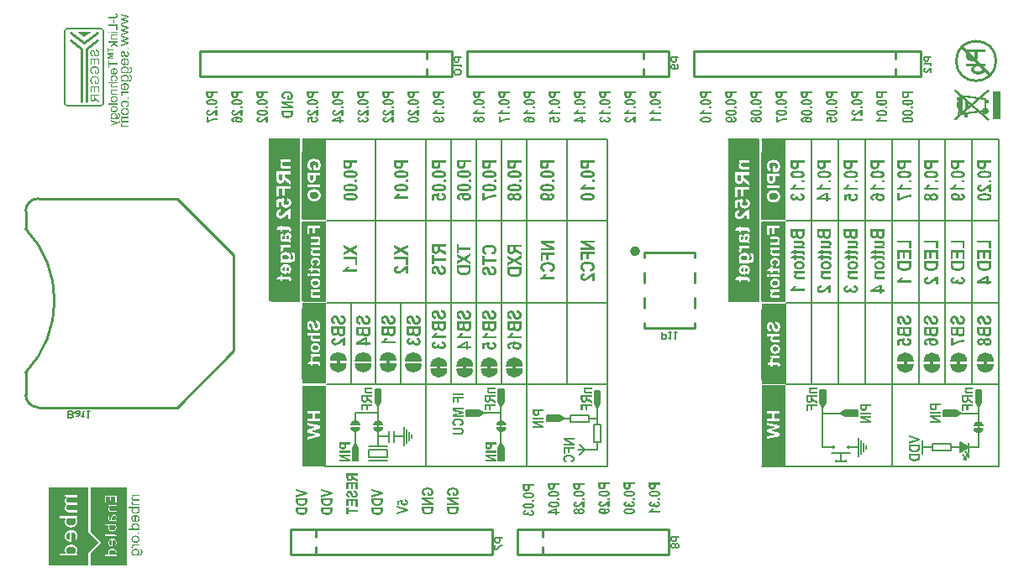
<source format=gbo>
G04 Layer_Color=32896*
%FSLAX24Y24*%
%MOIN*%
G70*
G01*
G75*
%ADD10C,0.0060*%
%ADD13C,0.0080*%
%ADD61C,0.0110*%
%ADD63C,0.0100*%
%ADD64C,0.0200*%
%ADD84C,0.0059*%
%ADD85C,0.0079*%
%ADD88C,0.0050*%
%ADD149C,0.0120*%
%ADD150C,0.0003*%
%ADD151C,0.0002*%
%ADD152R,0.0980X0.0640*%
%ADD153R,0.0980X0.0745*%
%ADD154R,0.0980X0.0070*%
%ADD155R,0.0200X0.3237*%
%ADD156R,0.0160X0.3170*%
%ADD157R,0.0240X0.6487*%
%ADD158R,0.0200X0.3180*%
%ADD159R,0.0150X0.6487*%
%ADD160R,0.0160X0.2675*%
%ADD161R,0.1140X0.0827*%
%ADD162R,0.0190X0.3190*%
%ADD163R,0.0180X0.1993*%
%ADD164R,0.0160X0.2807*%
%ADD165R,0.0980X0.0940*%
%ADD166R,0.0170X0.1811*%
%ADD167R,0.0980X0.0600*%
%ADD168R,0.0980X0.0613*%
%ADD169R,0.0980X0.0970*%
%ADD170R,0.0980X0.0140*%
%ADD171R,0.1140X0.0590*%
%ADD172R,0.1140X0.0603*%
%ADD173R,0.0980X0.0126*%
%ADD174R,0.0980X0.0601*%
%ADD175R,0.0980X0.0613*%
%ADD176R,0.0190X0.3189*%
%ADD177R,0.0150X0.6500*%
%ADD178R,0.0200X0.3190*%
%ADD179R,0.0240X0.6500*%
%ADD180R,0.0160X0.3183*%
%ADD181R,0.0980X0.0654*%
%ADD182R,0.0980X0.0970*%
G36*
X4092Y23024D02*
Y22969D01*
X3856Y22908D01*
X3909Y22895D01*
X4092Y22846D01*
Y22793D01*
X3785Y22697D01*
Y22747D01*
X3963Y22800D01*
X4022Y22818D01*
X3963Y22833D01*
X3785Y22879D01*
Y22932D01*
X3965Y22981D01*
X3976Y22983D01*
X3985Y22986D01*
X3993Y22988D01*
X4000Y22989D01*
X4006Y22991D01*
X4011Y22992D01*
X4015Y22994D01*
X4018Y22994D01*
X4022Y22995D01*
X4023Y22995D01*
X4026Y22996D01*
X4028Y22997D01*
X4028D01*
X3962Y23014D01*
X3785Y23063D01*
Y23117D01*
X4092Y23024D01*
D02*
G37*
G36*
Y23451D02*
Y23396D01*
X3856Y23334D01*
X3909Y23322D01*
X4092Y23273D01*
Y23220D01*
X3785Y23123D01*
Y23174D01*
X3963Y23226D01*
X4022Y23244D01*
X3963Y23259D01*
X3785Y23305D01*
Y23358D01*
X3965Y23407D01*
X3976Y23410D01*
X3985Y23412D01*
X3993Y23414D01*
X4000Y23416D01*
X4006Y23418D01*
X4011Y23419D01*
X4015Y23420D01*
X4018Y23421D01*
X4022Y23421D01*
X4023Y23422D01*
X4026Y23423D01*
X4028Y23423D01*
X4028D01*
X3962Y23440D01*
X3785Y23489D01*
Y23544D01*
X4092Y23451D01*
D02*
G37*
G36*
Y22579D02*
X4033D01*
Y22638D01*
X4092D01*
Y22579D01*
D02*
G37*
G36*
X3955Y22210D02*
X3968Y22209D01*
X3980Y22207D01*
X3991Y22204D01*
X4001Y22201D01*
X4011Y22198D01*
X4020Y22194D01*
X4028Y22191D01*
X4034Y22187D01*
X4040Y22183D01*
X4045Y22180D01*
X4050Y22177D01*
X4053Y22175D01*
X4056Y22173D01*
X4057Y22172D01*
X4058Y22171D01*
X4065Y22163D01*
X4071Y22155D01*
X4077Y22147D01*
X4081Y22138D01*
X4085Y22129D01*
X4089Y22120D01*
X4094Y22103D01*
X4095Y22095D01*
X4096Y22088D01*
X4097Y22081D01*
X4098Y22075D01*
X4099Y22071D01*
Y22067D01*
Y22065D01*
Y22064D01*
X4097Y22045D01*
X4094Y22028D01*
X4091Y22013D01*
X4088Y22007D01*
X4086Y22001D01*
X4083Y21995D01*
X4081Y21990D01*
X4079Y21987D01*
X4077Y21983D01*
X4075Y21981D01*
X4074Y21979D01*
X4073Y21978D01*
Y21977D01*
X4062Y21965D01*
X4050Y21955D01*
X4038Y21946D01*
X4026Y21940D01*
X4016Y21935D01*
X4011Y21934D01*
X4007Y21932D01*
X4004Y21931D01*
X4001Y21930D01*
X4000Y21929D01*
X4000D01*
X3993Y21983D01*
X4004Y21988D01*
X4014Y21993D01*
X4023Y21999D01*
X4029Y22004D01*
X4034Y22008D01*
X4038Y22012D01*
X4040Y22015D01*
X4041Y22015D01*
X4046Y22023D01*
X4050Y22031D01*
X4052Y22040D01*
X4054Y22047D01*
X4055Y22054D01*
X4056Y22059D01*
Y22063D01*
Y22064D01*
Y22064D01*
X4055Y22072D01*
X4055Y22078D01*
X4051Y22091D01*
X4047Y22102D01*
X4042Y22111D01*
X4038Y22119D01*
X4034Y22124D01*
X4031Y22128D01*
X4029Y22128D01*
Y22129D01*
X4018Y22138D01*
X4006Y22144D01*
X3993Y22149D01*
X3981Y22153D01*
X3970Y22155D01*
X3965Y22156D01*
X3960Y22157D01*
X3957D01*
X3954Y22157D01*
X3952D01*
Y21928D01*
X3946Y21927D01*
X3938D01*
X3924Y21928D01*
X3912Y21929D01*
X3899Y21931D01*
X3888Y21934D01*
X3877Y21937D01*
X3868Y21940D01*
X3859Y21943D01*
X3851Y21947D01*
X3844Y21951D01*
X3838Y21954D01*
X3833Y21957D01*
X3828Y21960D01*
X3825Y21963D01*
X3822Y21965D01*
X3821Y21966D01*
X3821Y21967D01*
X3813Y21974D01*
X3806Y21982D01*
X3801Y21990D01*
X3796Y21999D01*
X3792Y22008D01*
X3789Y22015D01*
X3786Y22024D01*
X3784Y22031D01*
X3782Y22039D01*
X3781Y22046D01*
X3780Y22052D01*
X3779Y22057D01*
X3778Y22061D01*
Y22065D01*
Y22067D01*
Y22067D01*
X3779Y22079D01*
X3780Y22090D01*
X3782Y22100D01*
X3785Y22110D01*
X3788Y22119D01*
X3792Y22128D01*
X3795Y22136D01*
X3800Y22143D01*
X3803Y22149D01*
X3808Y22155D01*
X3811Y22160D01*
X3814Y22163D01*
X3817Y22166D01*
X3819Y22169D01*
X3821Y22170D01*
X3821Y22171D01*
X3830Y22177D01*
X3839Y22183D01*
X3848Y22189D01*
X3858Y22194D01*
X3868Y22198D01*
X3878Y22201D01*
X3898Y22205D01*
X3906Y22207D01*
X3915Y22209D01*
X3922Y22209D01*
X3929Y22210D01*
X3934Y22210D01*
X3941D01*
X3955Y22210D01*
D02*
G37*
G36*
X4017Y22505D02*
X4033Y22499D01*
X4045Y22493D01*
X4055Y22486D01*
X4064Y22480D01*
X4069Y22474D01*
X4073Y22471D01*
X4073Y22470D01*
X4074Y22469D01*
X4078Y22463D01*
X4082Y22457D01*
X4088Y22442D01*
X4092Y22427D01*
X4095Y22412D01*
X4097Y22405D01*
X4097Y22399D01*
X4098Y22393D01*
Y22388D01*
X4099Y22384D01*
Y22381D01*
Y22379D01*
Y22378D01*
X4098Y22365D01*
X4097Y22353D01*
X4095Y22342D01*
X4092Y22333D01*
X4090Y22325D01*
X4088Y22318D01*
X4087Y22315D01*
X4086Y22314D01*
Y22314D01*
X4081Y22303D01*
X4075Y22295D01*
X4069Y22287D01*
X4064Y22281D01*
X4059Y22276D01*
X4055Y22273D01*
X4052Y22270D01*
X4051Y22270D01*
X4042Y22265D01*
X4033Y22261D01*
X4025Y22258D01*
X4018Y22256D01*
X4011Y22255D01*
X4006Y22254D01*
X4002D01*
X3992Y22255D01*
X3984Y22256D01*
X3976Y22259D01*
X3970Y22260D01*
X3964Y22263D01*
X3960Y22265D01*
X3958Y22267D01*
X3957Y22267D01*
X3951Y22272D01*
X3946Y22278D01*
X3941Y22283D01*
X3937Y22289D01*
X3934Y22294D01*
X3932Y22298D01*
X3931Y22300D01*
X3930Y22301D01*
X3929Y22306D01*
X3927Y22311D01*
X3923Y22322D01*
X3918Y22335D01*
X3915Y22348D01*
X3911Y22359D01*
X3910Y22365D01*
X3909Y22369D01*
X3907Y22373D01*
X3907Y22376D01*
X3906Y22378D01*
Y22378D01*
X3904Y22385D01*
X3902Y22391D01*
X3901Y22397D01*
X3899Y22402D01*
X3898Y22410D01*
X3896Y22416D01*
X3894Y22420D01*
X3893Y22422D01*
X3893Y22424D01*
Y22424D01*
X3890Y22429D01*
X3888Y22433D01*
X3886Y22437D01*
X3884Y22439D01*
X3882Y22442D01*
X3880Y22443D01*
X3880Y22444D01*
X3879Y22444D01*
X3873Y22448D01*
X3867Y22450D01*
X3865D01*
X3863Y22450D01*
X3861D01*
X3855Y22450D01*
X3850Y22448D01*
X3845Y22446D01*
X3841Y22443D01*
X3838Y22440D01*
X3835Y22438D01*
X3834Y22436D01*
X3833Y22435D01*
X3829Y22428D01*
X3826Y22421D01*
X3824Y22412D01*
X3822Y22404D01*
X3822Y22396D01*
X3821Y22390D01*
Y22388D01*
Y22386D01*
Y22384D01*
Y22384D01*
X3822Y22373D01*
X3823Y22364D01*
X3825Y22356D01*
X3828Y22350D01*
X3830Y22344D01*
X3833Y22341D01*
X3834Y22338D01*
X3835Y22337D01*
X3840Y22331D01*
X3846Y22327D01*
X3852Y22323D01*
X3858Y22320D01*
X3863Y22318D01*
X3868Y22317D01*
X3870Y22317D01*
X3871D01*
X3865Y22266D01*
X3854Y22268D01*
X3845Y22271D01*
X3837Y22274D01*
X3830Y22277D01*
X3825Y22280D01*
X3821Y22282D01*
X3818Y22284D01*
X3817Y22284D01*
X3811Y22290D01*
X3806Y22296D01*
X3801Y22303D01*
X3797Y22309D01*
X3794Y22315D01*
X3791Y22320D01*
X3790Y22323D01*
X3789Y22324D01*
Y22325D01*
X3786Y22335D01*
X3783Y22346D01*
X3781Y22356D01*
X3780Y22366D01*
X3779Y22375D01*
X3778Y22382D01*
Y22384D01*
Y22386D01*
Y22388D01*
Y22388D01*
Y22397D01*
X3780Y22405D01*
X3780Y22413D01*
X3781Y22419D01*
X3783Y22425D01*
X3784Y22429D01*
X3784Y22432D01*
X3785Y22433D01*
X3788Y22440D01*
X3790Y22447D01*
X3792Y22452D01*
X3795Y22457D01*
X3797Y22461D01*
X3799Y22463D01*
X3799Y22465D01*
X3800Y22466D01*
X3804Y22472D01*
X3809Y22477D01*
X3814Y22481D01*
X3819Y22485D01*
X3823Y22488D01*
X3826Y22490D01*
X3828Y22491D01*
X3829Y22491D01*
X3836Y22494D01*
X3842Y22497D01*
X3849Y22498D01*
X3854Y22499D01*
X3860Y22500D01*
X3863Y22501D01*
X3867D01*
X3876Y22500D01*
X3883Y22499D01*
X3890Y22497D01*
X3896Y22495D01*
X3901Y22493D01*
X3905Y22491D01*
X3908Y22490D01*
X3909Y22490D01*
X3915Y22485D01*
X3921Y22479D01*
X3926Y22474D01*
X3930Y22468D01*
X3933Y22463D01*
X3935Y22460D01*
X3937Y22457D01*
X3937Y22456D01*
X3939Y22452D01*
X3941Y22446D01*
X3946Y22434D01*
X3949Y22421D01*
X3954Y22408D01*
X3957Y22396D01*
X3959Y22391D01*
X3960Y22386D01*
X3961Y22382D01*
X3962Y22379D01*
X3962Y22377D01*
Y22377D01*
X3964Y22369D01*
X3966Y22362D01*
X3968Y22356D01*
X3970Y22350D01*
X3971Y22345D01*
X3973Y22341D01*
X3975Y22334D01*
X3977Y22329D01*
X3979Y22326D01*
X3979Y22324D01*
X3980Y22323D01*
X3984Y22318D01*
X3989Y22314D01*
X3993Y22311D01*
X3997Y22309D01*
X4001Y22308D01*
X4004Y22308D01*
X4007D01*
X4015Y22308D01*
X4021Y22310D01*
X4027Y22313D01*
X4032Y22316D01*
X4036Y22320D01*
X4039Y22322D01*
X4041Y22325D01*
X4042Y22325D01*
X4047Y22333D01*
X4050Y22341D01*
X4052Y22350D01*
X4054Y22358D01*
X4055Y22366D01*
X4056Y22372D01*
Y22375D01*
Y22377D01*
Y22378D01*
Y22378D01*
X4055Y22391D01*
X4053Y22402D01*
X4051Y22411D01*
X4048Y22419D01*
X4045Y22425D01*
X4042Y22430D01*
X4040Y22433D01*
X4040Y22434D01*
X4033Y22441D01*
X4025Y22446D01*
X4017Y22450D01*
X4010Y22453D01*
X4003Y22455D01*
X3997Y22457D01*
X3993Y22458D01*
X3992D01*
X4000Y22509D01*
X4017Y22505D01*
D02*
G37*
G36*
X2907Y20726D02*
X2756D01*
Y20674D01*
Y20668D01*
X2757Y20663D01*
Y20659D01*
X2757Y20655D01*
X2758Y20653D01*
Y20651D01*
X2758Y20650D01*
Y20650D01*
X2761Y20642D01*
X2762Y20638D01*
X2764Y20635D01*
X2765Y20632D01*
X2766Y20630D01*
X2767Y20629D01*
X2767Y20629D01*
X2770Y20625D01*
X2774Y20621D01*
X2781Y20614D01*
X2784Y20610D01*
X2787Y20608D01*
X2789Y20606D01*
X2790Y20606D01*
X2797Y20601D01*
X2804Y20596D01*
X2812Y20590D01*
X2819Y20585D01*
X2826Y20580D01*
X2831Y20577D01*
X2833Y20576D01*
X2835Y20575D01*
X2836Y20574D01*
X2836D01*
X2907Y20529D01*
Y20473D01*
X2815Y20531D01*
X2805Y20538D01*
X2796Y20545D01*
X2789Y20551D01*
X2782Y20556D01*
X2777Y20561D01*
X2773Y20565D01*
X2771Y20568D01*
X2770Y20569D01*
X2767Y20573D01*
X2763Y20577D01*
X2758Y20586D01*
X2756Y20590D01*
X2754Y20593D01*
X2753Y20595D01*
X2752Y20596D01*
X2751Y20587D01*
X2749Y20578D01*
X2747Y20571D01*
X2745Y20564D01*
X2743Y20557D01*
X2740Y20552D01*
X2737Y20546D01*
X2735Y20541D01*
X2732Y20537D01*
X2729Y20533D01*
X2727Y20530D01*
X2725Y20528D01*
X2724Y20526D01*
X2723Y20525D01*
X2722Y20524D01*
X2722Y20524D01*
X2717Y20520D01*
X2712Y20516D01*
X2701Y20510D01*
X2691Y20506D01*
X2681Y20503D01*
X2673Y20501D01*
X2670Y20501D01*
X2666D01*
X2664Y20500D01*
X2660D01*
X2650Y20501D01*
X2641Y20502D01*
X2632Y20504D01*
X2625Y20507D01*
X2618Y20510D01*
X2613Y20512D01*
X2610Y20514D01*
X2610Y20514D01*
X2609D01*
X2602Y20520D01*
X2595Y20526D01*
X2589Y20532D01*
X2584Y20538D01*
X2581Y20544D01*
X2579Y20548D01*
X2578Y20551D01*
X2577Y20552D01*
Y20552D01*
X2576Y20556D01*
X2574Y20562D01*
X2572Y20573D01*
X2570Y20584D01*
X2569Y20595D01*
X2568Y20605D01*
Y20610D01*
X2568Y20614D01*
Y20617D01*
Y20619D01*
Y20621D01*
Y20621D01*
Y20771D01*
X2907D01*
Y20726D01*
D02*
G37*
G36*
Y20847D02*
X2867D01*
Y21055D01*
X2751D01*
Y20867D01*
X2711D01*
Y21055D01*
X2608D01*
Y20855D01*
X2568D01*
Y21100D01*
X2907D01*
Y20847D01*
D02*
G37*
G36*
X3276Y22566D02*
X3473D01*
Y22518D01*
X3276D01*
Y22448D01*
X3236D01*
Y22636D01*
X3276D01*
Y22566D01*
D02*
G37*
G36*
X4092Y23877D02*
Y23822D01*
X3856Y23760D01*
X3909Y23748D01*
X4092Y23699D01*
Y23646D01*
X3785Y23550D01*
Y23600D01*
X3963Y23653D01*
X4022Y23671D01*
X3963Y23686D01*
X3785Y23732D01*
Y23785D01*
X3965Y23834D01*
X3976Y23836D01*
X3985Y23839D01*
X3993Y23840D01*
X4000Y23842D01*
X4006Y23844D01*
X4011Y23845D01*
X4015Y23847D01*
X4018Y23847D01*
X4022Y23848D01*
X4023Y23848D01*
X4026Y23849D01*
X4028Y23850D01*
X4028D01*
X3962Y23867D01*
X3785Y23916D01*
Y23970D01*
X4092Y23877D01*
D02*
G37*
G36*
X3473Y22374D02*
X3287D01*
X3473Y22327D01*
Y22281D01*
X3287Y22235D01*
X3473Y22234D01*
Y22190D01*
X3236D01*
Y22262D01*
X3398Y22304D01*
X3236Y22346D01*
Y22418D01*
X3473D01*
Y22374D01*
D02*
G37*
G36*
X3952Y20240D02*
X3966Y20239D01*
X3978Y20237D01*
X3990Y20234D01*
X4000Y20231D01*
X4010Y20228D01*
X4019Y20225D01*
X4027Y20221D01*
X4034Y20217D01*
X4040Y20214D01*
X4045Y20211D01*
X4050Y20208D01*
X4053Y20205D01*
X4056Y20203D01*
X4057Y20202D01*
X4058Y20201D01*
X4065Y20193D01*
X4071Y20185D01*
X4077Y20177D01*
X4081Y20168D01*
X4085Y20160D01*
X4089Y20151D01*
X4094Y20134D01*
X4095Y20127D01*
X4096Y20120D01*
X4097Y20113D01*
X4098Y20108D01*
X4099Y20103D01*
Y20100D01*
Y20098D01*
Y20097D01*
X4098Y20082D01*
X4095Y20069D01*
X4092Y20056D01*
X4089Y20046D01*
X4086Y20036D01*
X4084Y20033D01*
X4083Y20030D01*
X4082Y20027D01*
X4081Y20025D01*
X4080Y20024D01*
Y20024D01*
X4072Y20011D01*
X4064Y20001D01*
X4055Y19992D01*
X4047Y19984D01*
X4039Y19979D01*
X4033Y19975D01*
X4031Y19973D01*
X4029Y19972D01*
X4028Y19972D01*
X4028D01*
X4014Y19966D01*
X3998Y19961D01*
X3983Y19958D01*
X3968Y19956D01*
X3961Y19955D01*
X3955D01*
X3949Y19954D01*
X3944Y19953D01*
X3934D01*
X3921Y19954D01*
X3909Y19955D01*
X3897Y19957D01*
X3886Y19959D01*
X3876Y19962D01*
X3866Y19966D01*
X3857Y19970D01*
X3850Y19973D01*
X3843Y19977D01*
X3837Y19981D01*
X3832Y19984D01*
X3827Y19988D01*
X3824Y19990D01*
X3822Y19992D01*
X3821Y19993D01*
X3820Y19994D01*
X3813Y20002D01*
X3806Y20010D01*
X3800Y20018D01*
X3796Y20027D01*
X3792Y20035D01*
X3789Y20044D01*
X3783Y20060D01*
X3782Y20068D01*
X3781Y20075D01*
X3780Y20081D01*
X3779Y20087D01*
X3778Y20091D01*
Y20094D01*
Y20096D01*
Y20097D01*
X3779Y20107D01*
X3780Y20117D01*
X3784Y20136D01*
X3789Y20153D01*
X3792Y20160D01*
X3795Y20167D01*
X3799Y20173D01*
X3802Y20178D01*
X3805Y20182D01*
X3807Y20186D01*
X3810Y20189D01*
X3811Y20192D01*
X3812Y20193D01*
X3813Y20193D01*
X3821Y20202D01*
X3830Y20209D01*
X3839Y20215D01*
X3849Y20220D01*
X3860Y20225D01*
X3871Y20229D01*
X3881Y20232D01*
X3891Y20234D01*
X3901Y20237D01*
X3909Y20238D01*
X3918Y20239D01*
X3924Y20240D01*
X3930D01*
X3935Y20240D01*
X3938D01*
X3952Y20240D01*
D02*
G37*
G36*
X3954Y20531D02*
X3967Y20530D01*
X3979Y20528D01*
X3990Y20526D01*
X4001Y20523D01*
X4011Y20520D01*
X4020Y20517D01*
X4028Y20513D01*
X4034Y20509D01*
X4040Y20506D01*
X4046Y20503D01*
X4050Y20500D01*
X4053Y20498D01*
X4056Y20496D01*
X4057Y20495D01*
X4058Y20494D01*
X4065Y20487D01*
X4071Y20479D01*
X4077Y20471D01*
X4081Y20462D01*
X4085Y20454D01*
X4089Y20446D01*
X4094Y20429D01*
X4095Y20422D01*
X4096Y20415D01*
X4097Y20409D01*
X4098Y20404D01*
X4099Y20399D01*
Y20396D01*
Y20394D01*
Y20393D01*
X4098Y20384D01*
X4097Y20375D01*
X4094Y20359D01*
X4089Y20344D01*
X4084Y20332D01*
X4081Y20327D01*
X4078Y20322D01*
X4076Y20318D01*
X4073Y20315D01*
X4072Y20313D01*
X4070Y20311D01*
X4070Y20310D01*
X4069Y20309D01*
X4063Y20303D01*
X4057Y20297D01*
X4044Y20288D01*
X4029Y20280D01*
X4017Y20274D01*
X4004Y20270D01*
X4000Y20269D01*
X3995Y20267D01*
X3991Y20267D01*
X3989Y20266D01*
X3987Y20266D01*
X3986D01*
X3979Y20317D01*
X3993Y20319D01*
X4005Y20323D01*
X4015Y20328D01*
X4023Y20332D01*
X4029Y20336D01*
X4034Y20340D01*
X4037Y20342D01*
X4037Y20343D01*
X4044Y20351D01*
X4048Y20360D01*
X4051Y20368D01*
X4053Y20376D01*
X4055Y20383D01*
X4055Y20389D01*
X4056Y20393D01*
Y20393D01*
Y20394D01*
X4055Y20401D01*
X4055Y20407D01*
X4051Y20420D01*
X4047Y20430D01*
X4042Y20439D01*
X4037Y20446D01*
X4033Y20451D01*
X4029Y20454D01*
X4028Y20456D01*
X4023Y20460D01*
X4016Y20464D01*
X4003Y20469D01*
X3987Y20473D01*
X3973Y20476D01*
X3959Y20478D01*
X3954Y20478D01*
X3948D01*
X3945Y20479D01*
X3927D01*
X3917Y20478D01*
X3907Y20476D01*
X3899Y20475D01*
X3891Y20473D01*
X3883Y20471D01*
X3877Y20469D01*
X3871Y20467D01*
X3866Y20464D01*
X3861Y20462D01*
X3858Y20460D01*
X3855Y20458D01*
X3852Y20457D01*
X3850Y20456D01*
X3850Y20454D01*
X3849D01*
X3844Y20449D01*
X3840Y20445D01*
X3833Y20434D01*
X3828Y20423D01*
X3825Y20413D01*
X3822Y20404D01*
X3822Y20398D01*
X3821Y20394D01*
Y20393D01*
Y20391D01*
Y20391D01*
X3822Y20382D01*
X3824Y20373D01*
X3826Y20366D01*
X3829Y20359D01*
X3832Y20354D01*
X3835Y20350D01*
X3836Y20347D01*
X3837Y20347D01*
X3843Y20341D01*
X3850Y20335D01*
X3858Y20330D01*
X3866Y20327D01*
X3872Y20324D01*
X3878Y20322D01*
X3882Y20322D01*
X3882Y20321D01*
X3883D01*
X3875Y20270D01*
X3858Y20275D01*
X3844Y20281D01*
X3832Y20288D01*
X3822Y20294D01*
X3814Y20301D01*
X3809Y20306D01*
X3805Y20310D01*
X3804Y20311D01*
Y20311D01*
X3795Y20324D01*
X3789Y20338D01*
X3784Y20351D01*
X3781Y20364D01*
X3780Y20376D01*
X3779Y20380D01*
Y20384D01*
X3778Y20388D01*
Y20390D01*
Y20392D01*
Y20393D01*
X3779Y20407D01*
X3781Y20421D01*
X3784Y20434D01*
X3788Y20444D01*
X3791Y20453D01*
X3793Y20457D01*
X3794Y20460D01*
X3795Y20462D01*
X3797Y20464D01*
X3797Y20465D01*
Y20466D01*
X3805Y20478D01*
X3814Y20488D01*
X3823Y20496D01*
X3832Y20504D01*
X3840Y20509D01*
X3847Y20513D01*
X3849Y20514D01*
X3851Y20515D01*
X3852Y20516D01*
X3853D01*
X3868Y20522D01*
X3882Y20525D01*
X3897Y20528D01*
X3910Y20530D01*
X3916Y20531D01*
X3922Y20531D01*
X3927D01*
X3931Y20532D01*
X3940D01*
X3954Y20531D01*
D02*
G37*
G36*
X4092Y19841D02*
X3933D01*
X3918Y19840D01*
X3905Y19840D01*
X3894Y19838D01*
X3885Y19837D01*
X3879Y19835D01*
X3874Y19834D01*
X3871Y19833D01*
X3869Y19832D01*
X3861Y19829D01*
X3855Y19824D01*
X3849Y19820D01*
X3844Y19816D01*
X3840Y19812D01*
X3838Y19809D01*
X3836Y19806D01*
X3835Y19805D01*
X3832Y19798D01*
X3828Y19791D01*
X3827Y19784D01*
X3825Y19778D01*
X3824Y19773D01*
X3824Y19769D01*
Y19766D01*
Y19765D01*
X3824Y19755D01*
X3826Y19746D01*
X3829Y19739D01*
X3832Y19733D01*
X3836Y19729D01*
X3838Y19726D01*
X3841Y19724D01*
X3841Y19724D01*
X3849Y19719D01*
X3857Y19716D01*
X3865Y19714D01*
X3874Y19713D01*
X3881Y19711D01*
X3888Y19711D01*
X4092D01*
Y19659D01*
X3914D01*
X3898Y19658D01*
X3883Y19655D01*
X3872Y19652D01*
X3862Y19648D01*
X3855Y19644D01*
X3850Y19640D01*
X3847Y19638D01*
X3846Y19637D01*
X3838Y19629D01*
X3833Y19620D01*
X3829Y19611D01*
X3826Y19602D01*
X3825Y19595D01*
X3824Y19589D01*
X3824Y19586D01*
Y19584D01*
Y19584D01*
Y19583D01*
X3824Y19576D01*
X3825Y19571D01*
X3826Y19565D01*
X3828Y19561D01*
X3830Y19557D01*
X3831Y19554D01*
X3832Y19553D01*
X3832Y19552D01*
X3836Y19547D01*
X3839Y19543D01*
X3843Y19540D01*
X3847Y19538D01*
X3850Y19536D01*
X3852Y19535D01*
X3854Y19534D01*
X3855D01*
X3860Y19532D01*
X3868Y19531D01*
X3875Y19530D01*
X3882Y19529D01*
X3889Y19529D01*
X4092D01*
Y19477D01*
X3872D01*
X3863Y19478D01*
X3855Y19479D01*
X3847Y19480D01*
X3840Y19482D01*
X3834Y19485D01*
X3828Y19487D01*
X3823Y19489D01*
X3819Y19491D01*
X3814Y19493D01*
X3809Y19498D01*
X3805Y19500D01*
X3804Y19501D01*
X3795Y19511D01*
X3789Y19523D01*
X3784Y19534D01*
X3781Y19545D01*
X3780Y19556D01*
X3779Y19560D01*
Y19564D01*
X3778Y19567D01*
Y19570D01*
Y19571D01*
Y19571D01*
X3779Y19582D01*
X3781Y19592D01*
X3783Y19602D01*
X3787Y19611D01*
X3791Y19620D01*
X3795Y19628D01*
X3800Y19634D01*
X3805Y19641D01*
X3811Y19647D01*
X3816Y19652D01*
X3820Y19656D01*
X3824Y19660D01*
X3828Y19663D01*
X3830Y19665D01*
X3832Y19666D01*
X3833Y19667D01*
X3824Y19670D01*
X3816Y19675D01*
X3809Y19681D01*
X3803Y19686D01*
X3799Y19691D01*
X3795Y19694D01*
X3794Y19697D01*
X3793Y19698D01*
X3788Y19706D01*
X3784Y19716D01*
X3782Y19725D01*
X3780Y19734D01*
X3779Y19741D01*
X3778Y19748D01*
Y19750D01*
Y19752D01*
Y19753D01*
Y19754D01*
X3779Y19765D01*
X3781Y19775D01*
X3783Y19784D01*
X3785Y19792D01*
X3788Y19799D01*
X3790Y19804D01*
X3792Y19807D01*
X3792Y19808D01*
X3798Y19816D01*
X3804Y19824D01*
X3810Y19831D01*
X3816Y19836D01*
X3821Y19840D01*
X3825Y19844D01*
X3828Y19846D01*
X3829Y19846D01*
X3785D01*
Y19893D01*
X4092D01*
Y19841D01*
D02*
G37*
G36*
X3529Y23606D02*
X3484D01*
Y23745D01*
X3529D01*
Y23606D01*
D02*
G37*
G36*
X3555Y24000D02*
X3564Y23999D01*
X3572Y23998D01*
X3579Y23996D01*
X3586Y23994D01*
X3592Y23991D01*
X3597Y23989D01*
X3602Y23987D01*
X3606Y23985D01*
X3610Y23983D01*
X3612Y23980D01*
X3615Y23979D01*
X3617Y23978D01*
X3617Y23977D01*
X3618Y23977D01*
X3622Y23971D01*
X3627Y23966D01*
X3630Y23960D01*
X3634Y23954D01*
X3638Y23942D01*
X3641Y23930D01*
X3644Y23919D01*
X3644Y23915D01*
X3645Y23911D01*
X3645Y23908D01*
Y23905D01*
Y23903D01*
Y23903D01*
X3645Y23891D01*
X3643Y23881D01*
X3641Y23871D01*
X3638Y23863D01*
X3636Y23856D01*
X3634Y23851D01*
X3632Y23848D01*
X3632Y23847D01*
X3627Y23839D01*
X3620Y23831D01*
X3614Y23825D01*
X3608Y23820D01*
X3602Y23817D01*
X3598Y23814D01*
X3595Y23812D01*
X3595Y23812D01*
X3594D01*
X3583Y23808D01*
X3572Y23805D01*
X3560Y23803D01*
X3549Y23802D01*
X3539Y23801D01*
X3534D01*
X3530Y23800D01*
X3274D01*
Y23849D01*
X3537D01*
X3546Y23850D01*
X3554Y23850D01*
X3560Y23851D01*
X3565Y23852D01*
X3569Y23853D01*
X3571Y23854D01*
X3571D01*
X3577Y23856D01*
X3581Y23859D01*
X3585Y23862D01*
X3588Y23864D01*
X3590Y23868D01*
X3592Y23870D01*
X3593Y23871D01*
X3594Y23872D01*
X3597Y23877D01*
X3599Y23882D01*
X3600Y23888D01*
X3601Y23892D01*
X3601Y23897D01*
X3602Y23900D01*
Y23902D01*
Y23903D01*
X3601Y23912D01*
X3599Y23920D01*
X3597Y23926D01*
X3594Y23932D01*
X3591Y23936D01*
X3589Y23939D01*
X3587Y23941D01*
X3587Y23942D01*
X3583Y23945D01*
X3580Y23947D01*
X3571Y23950D01*
X3562Y23953D01*
X3552Y23955D01*
X3543Y23956D01*
X3540D01*
X3537Y23957D01*
X3533Y23957D01*
X3530D01*
X3536Y24001D01*
X3546D01*
X3555Y24000D01*
D02*
G37*
G36*
X3949Y21555D02*
X3960Y21554D01*
X3981Y21550D01*
X3991Y21547D01*
X4000Y21544D01*
X4008Y21541D01*
X4015Y21538D01*
X4023Y21535D01*
X4029Y21532D01*
X4034Y21529D01*
X4039Y21527D01*
X4042Y21524D01*
X4045Y21522D01*
X4046Y21522D01*
X4047Y21521D01*
X4055Y21514D01*
X4061Y21507D01*
X4067Y21499D01*
X4073Y21491D01*
X4077Y21483D01*
X4081Y21475D01*
X4084Y21467D01*
X4086Y21459D01*
X4088Y21451D01*
X4089Y21445D01*
X4091Y21439D01*
X4091Y21433D01*
Y21429D01*
X4092Y21426D01*
Y21423D01*
Y21423D01*
X4091Y21414D01*
X4090Y21404D01*
X4088Y21396D01*
X4086Y21388D01*
X4079Y21374D01*
X4072Y21361D01*
X4068Y21356D01*
X4064Y21351D01*
X4061Y21347D01*
X4058Y21344D01*
X4055Y21342D01*
X4053Y21340D01*
X4052Y21338D01*
X4051Y21338D01*
X4069D01*
X4077Y21338D01*
X4089D01*
X4095Y21339D01*
X4100D01*
X4104Y21340D01*
X4110Y21340D01*
X4115Y21341D01*
X4117Y21342D01*
X4118D01*
X4127Y21345D01*
X4135Y21349D01*
X4142Y21353D01*
X4148Y21357D01*
X4152Y21362D01*
X4156Y21365D01*
X4158Y21368D01*
X4158Y21368D01*
X4163Y21376D01*
X4167Y21386D01*
X4169Y21395D01*
X4171Y21403D01*
X4172Y21412D01*
X4173Y21418D01*
Y21420D01*
Y21422D01*
Y21423D01*
Y21424D01*
X4172Y21436D01*
X4171Y21447D01*
X4168Y21456D01*
X4165Y21463D01*
X4163Y21469D01*
X4160Y21473D01*
X4158Y21476D01*
X4158Y21477D01*
X4154Y21482D01*
X4148Y21486D01*
X4143Y21489D01*
X4137Y21491D01*
X4132Y21492D01*
X4127Y21494D01*
X4125Y21494D01*
X4124D01*
X4117Y21545D01*
X4126D01*
X4134Y21544D01*
X4142Y21543D01*
X4149Y21541D01*
X4162Y21535D01*
X4172Y21529D01*
X4180Y21523D01*
X4186Y21518D01*
X4190Y21514D01*
X4190Y21513D01*
X4191Y21513D01*
X4199Y21499D01*
X4205Y21484D01*
X4210Y21470D01*
X4213Y21456D01*
X4214Y21449D01*
X4215Y21443D01*
X4215Y21438D01*
Y21433D01*
X4216Y21430D01*
Y21426D01*
Y21425D01*
Y21424D01*
X4215Y21407D01*
X4213Y21392D01*
X4210Y21379D01*
X4207Y21368D01*
X4204Y21359D01*
X4202Y21355D01*
X4201Y21352D01*
X4200Y21349D01*
X4199Y21348D01*
X4198Y21347D01*
Y21346D01*
X4191Y21335D01*
X4183Y21326D01*
X4176Y21318D01*
X4168Y21311D01*
X4161Y21306D01*
X4156Y21303D01*
X4152Y21301D01*
X4152Y21300D01*
X4151D01*
X4145Y21298D01*
X4138Y21295D01*
X4131Y21293D01*
X4123Y21291D01*
X4106Y21289D01*
X4089Y21287D01*
X4081Y21287D01*
X4074Y21286D01*
X4067D01*
X4062Y21285D01*
X3785D01*
Y21333D01*
X3823D01*
X3815Y21340D01*
X3808Y21347D01*
X3802Y21354D01*
X3797Y21362D01*
X3793Y21370D01*
X3789Y21377D01*
X3786Y21384D01*
X3784Y21391D01*
X3782Y21398D01*
X3781Y21404D01*
X3780Y21409D01*
X3779Y21414D01*
X3778Y21417D01*
Y21420D01*
Y21422D01*
Y21423D01*
X3779Y21437D01*
X3781Y21451D01*
X3785Y21463D01*
X3789Y21473D01*
X3792Y21482D01*
X3796Y21488D01*
X3797Y21491D01*
X3799Y21492D01*
X3799Y21493D01*
Y21494D01*
X3807Y21504D01*
X3817Y21513D01*
X3826Y21521D01*
X3835Y21528D01*
X3844Y21533D01*
X3850Y21536D01*
X3853Y21538D01*
X3855Y21539D01*
X3856Y21539D01*
X3857D01*
X3871Y21545D01*
X3885Y21549D01*
X3898Y21552D01*
X3910Y21554D01*
X3921Y21555D01*
X3926D01*
X3930Y21555D01*
X3937D01*
X3949Y21555D01*
D02*
G37*
G36*
Y21883D02*
X3960Y21883D01*
X3981Y21879D01*
X3991Y21876D01*
X4000Y21873D01*
X4008Y21870D01*
X4015Y21867D01*
X4023Y21864D01*
X4029Y21861D01*
X4034Y21858D01*
X4039Y21855D01*
X4042Y21853D01*
X4045Y21851D01*
X4046Y21850D01*
X4047Y21850D01*
X4055Y21843D01*
X4061Y21836D01*
X4067Y21828D01*
X4073Y21820D01*
X4077Y21811D01*
X4081Y21803D01*
X4084Y21795D01*
X4086Y21788D01*
X4088Y21780D01*
X4089Y21773D01*
X4091Y21767D01*
X4091Y21762D01*
Y21758D01*
X4092Y21755D01*
Y21752D01*
Y21751D01*
X4091Y21742D01*
X4090Y21733D01*
X4088Y21725D01*
X4086Y21717D01*
X4079Y21703D01*
X4072Y21690D01*
X4068Y21685D01*
X4064Y21680D01*
X4061Y21676D01*
X4058Y21673D01*
X4055Y21670D01*
X4053Y21668D01*
X4052Y21667D01*
X4051Y21667D01*
X4069D01*
X4077Y21667D01*
X4089D01*
X4095Y21668D01*
X4100D01*
X4104Y21668D01*
X4110Y21669D01*
X4115Y21670D01*
X4117Y21670D01*
X4118D01*
X4127Y21673D01*
X4135Y21678D01*
X4142Y21682D01*
X4148Y21686D01*
X4152Y21690D01*
X4156Y21694D01*
X4158Y21697D01*
X4158Y21697D01*
X4163Y21705D01*
X4167Y21714D01*
X4169Y21723D01*
X4171Y21732D01*
X4172Y21741D01*
X4173Y21747D01*
Y21749D01*
Y21751D01*
Y21752D01*
Y21753D01*
X4172Y21764D01*
X4171Y21775D01*
X4168Y21784D01*
X4165Y21792D01*
X4163Y21798D01*
X4160Y21802D01*
X4158Y21805D01*
X4158Y21806D01*
X4154Y21811D01*
X4148Y21814D01*
X4143Y21817D01*
X4137Y21820D01*
X4132Y21821D01*
X4127Y21822D01*
X4125Y21823D01*
X4124D01*
X4117Y21874D01*
X4126D01*
X4134Y21872D01*
X4142Y21871D01*
X4149Y21869D01*
X4162Y21864D01*
X4172Y21858D01*
X4180Y21852D01*
X4186Y21847D01*
X4190Y21843D01*
X4190Y21842D01*
X4191Y21841D01*
X4199Y21828D01*
X4205Y21813D01*
X4210Y21799D01*
X4213Y21784D01*
X4214Y21778D01*
X4215Y21772D01*
X4215Y21767D01*
Y21762D01*
X4216Y21758D01*
Y21755D01*
Y21753D01*
Y21753D01*
X4215Y21736D01*
X4213Y21721D01*
X4210Y21707D01*
X4207Y21697D01*
X4204Y21687D01*
X4202Y21684D01*
X4201Y21681D01*
X4200Y21678D01*
X4199Y21676D01*
X4198Y21676D01*
Y21675D01*
X4191Y21664D01*
X4183Y21654D01*
X4176Y21646D01*
X4168Y21640D01*
X4161Y21635D01*
X4156Y21632D01*
X4152Y21629D01*
X4152Y21629D01*
X4151D01*
X4145Y21626D01*
X4138Y21624D01*
X4131Y21622D01*
X4123Y21620D01*
X4106Y21618D01*
X4089Y21616D01*
X4081Y21615D01*
X4074Y21615D01*
X4067D01*
X4062Y21614D01*
X3785D01*
Y21662D01*
X3823D01*
X3815Y21668D01*
X3808Y21676D01*
X3802Y21683D01*
X3797Y21690D01*
X3793Y21698D01*
X3789Y21706D01*
X3786Y21713D01*
X3784Y21720D01*
X3782Y21726D01*
X3781Y21733D01*
X3780Y21738D01*
X3779Y21742D01*
X3778Y21746D01*
Y21749D01*
Y21751D01*
Y21751D01*
X3779Y21766D01*
X3781Y21780D01*
X3785Y21792D01*
X3789Y21802D01*
X3792Y21811D01*
X3796Y21817D01*
X3797Y21819D01*
X3799Y21821D01*
X3799Y21822D01*
Y21822D01*
X3807Y21833D01*
X3817Y21842D01*
X3826Y21850D01*
X3835Y21857D01*
X3844Y21861D01*
X3850Y21865D01*
X3853Y21866D01*
X3855Y21868D01*
X3856Y21868D01*
X3857D01*
X3871Y21874D01*
X3885Y21877D01*
X3898Y21880D01*
X3910Y21882D01*
X3921Y21883D01*
X3926D01*
X3930Y21884D01*
X3937D01*
X3949Y21883D01*
D02*
G37*
G36*
X3955Y21224D02*
X3968Y21222D01*
X3980Y21221D01*
X3991Y21218D01*
X4001Y21215D01*
X4011Y21212D01*
X4020Y21208D01*
X4028Y21205D01*
X4034Y21201D01*
X4040Y21197D01*
X4045Y21194D01*
X4050Y21191D01*
X4053Y21189D01*
X4056Y21187D01*
X4057Y21186D01*
X4058Y21185D01*
X4065Y21177D01*
X4071Y21169D01*
X4077Y21161D01*
X4081Y21151D01*
X4085Y21143D01*
X4089Y21134D01*
X4094Y21117D01*
X4095Y21109D01*
X4096Y21101D01*
X4097Y21095D01*
X4098Y21089D01*
X4099Y21085D01*
Y21081D01*
Y21079D01*
Y21078D01*
X4097Y21059D01*
X4094Y21042D01*
X4091Y21027D01*
X4088Y21021D01*
X4086Y21015D01*
X4083Y21009D01*
X4081Y21004D01*
X4079Y21001D01*
X4077Y20997D01*
X4075Y20994D01*
X4074Y20993D01*
X4073Y20991D01*
Y20991D01*
X4062Y20979D01*
X4050Y20969D01*
X4038Y20960D01*
X4026Y20954D01*
X4016Y20949D01*
X4011Y20947D01*
X4007Y20946D01*
X4004Y20944D01*
X4001Y20944D01*
X4000Y20943D01*
X4000D01*
X3993Y20997D01*
X4004Y21002D01*
X4014Y21007D01*
X4023Y21013D01*
X4029Y21018D01*
X4034Y21022D01*
X4038Y21026D01*
X4040Y21029D01*
X4041Y21029D01*
X4046Y21037D01*
X4050Y21045D01*
X4052Y21054D01*
X4054Y21061D01*
X4055Y21068D01*
X4056Y21073D01*
Y21077D01*
Y21078D01*
Y21078D01*
X4055Y21086D01*
X4055Y21092D01*
X4051Y21104D01*
X4047Y21115D01*
X4042Y21125D01*
X4038Y21133D01*
X4034Y21138D01*
X4031Y21142D01*
X4029Y21142D01*
Y21143D01*
X4018Y21151D01*
X4006Y21158D01*
X3993Y21163D01*
X3981Y21167D01*
X3970Y21169D01*
X3965Y21170D01*
X3960Y21170D01*
X3957D01*
X3954Y21171D01*
X3952D01*
Y20942D01*
X3946Y20941D01*
X3938D01*
X3924Y20942D01*
X3912Y20943D01*
X3899Y20945D01*
X3888Y20947D01*
X3877Y20950D01*
X3868Y20954D01*
X3859Y20957D01*
X3851Y20961D01*
X3844Y20965D01*
X3838Y20968D01*
X3833Y20971D01*
X3828Y20974D01*
X3825Y20977D01*
X3822Y20979D01*
X3821Y20980D01*
X3821Y20980D01*
X3813Y20988D01*
X3806Y20996D01*
X3801Y21004D01*
X3796Y21013D01*
X3792Y21021D01*
X3789Y21029D01*
X3786Y21038D01*
X3784Y21045D01*
X3782Y21053D01*
X3781Y21060D01*
X3780Y21066D01*
X3779Y21071D01*
X3778Y21075D01*
Y21079D01*
Y21081D01*
Y21081D01*
X3779Y21093D01*
X3780Y21104D01*
X3782Y21114D01*
X3785Y21124D01*
X3788Y21133D01*
X3792Y21142D01*
X3795Y21150D01*
X3800Y21156D01*
X3803Y21163D01*
X3808Y21169D01*
X3811Y21173D01*
X3814Y21177D01*
X3817Y21180D01*
X3819Y21183D01*
X3821Y21184D01*
X3821Y21184D01*
X3830Y21191D01*
X3839Y21197D01*
X3848Y21203D01*
X3858Y21208D01*
X3868Y21211D01*
X3878Y21214D01*
X3898Y21219D01*
X3906Y21221D01*
X3915Y21222D01*
X3922Y21223D01*
X3929Y21224D01*
X3934Y21224D01*
X3941D01*
X3955Y21224D01*
D02*
G37*
G36*
X4092Y20607D02*
X4033D01*
Y20666D01*
X4092D01*
Y20607D01*
D02*
G37*
G36*
Y20826D02*
X3932D01*
X3920Y20826D01*
X3909Y20825D01*
X3898Y20824D01*
X3889Y20822D01*
X3882Y20820D01*
X3876Y20819D01*
X3872Y20819D01*
X3871Y20818D01*
X3865Y20815D01*
X3859Y20812D01*
X3854Y20809D01*
X3850Y20806D01*
X3847Y20803D01*
X3844Y20801D01*
X3843Y20800D01*
X3843Y20799D01*
X3839Y20794D01*
X3836Y20789D01*
X3835Y20783D01*
X3833Y20779D01*
X3833Y20775D01*
X3832Y20771D01*
Y20769D01*
Y20768D01*
X3833Y20762D01*
X3834Y20755D01*
X3836Y20748D01*
X3838Y20743D01*
X3839Y20738D01*
X3841Y20734D01*
X3843Y20732D01*
X3843Y20731D01*
X3795Y20712D01*
X3790Y20723D01*
X3786Y20732D01*
X3783Y20741D01*
X3780Y20749D01*
X3779Y20756D01*
X3778Y20761D01*
Y20764D01*
Y20765D01*
X3779Y20772D01*
X3780Y20778D01*
X3782Y20784D01*
X3784Y20789D01*
X3786Y20793D01*
X3788Y20796D01*
X3789Y20798D01*
X3789Y20799D01*
X3794Y20804D01*
X3800Y20810D01*
X3808Y20815D01*
X3814Y20820D01*
X3821Y20825D01*
X3827Y20828D01*
X3831Y20831D01*
X3832Y20831D01*
X3785D01*
Y20878D01*
X4092D01*
Y20826D01*
D02*
G37*
G36*
X2757Y21502D02*
X2774Y21500D01*
X2782Y21498D01*
X2790Y21497D01*
X2797Y21495D01*
X2803Y21493D01*
X2809Y21491D01*
X2814Y21489D01*
X2819Y21487D01*
X2822Y21486D01*
X2826Y21484D01*
X2828Y21483D01*
X2829Y21482D01*
X2830D01*
X2844Y21474D01*
X2856Y21464D01*
X2867Y21454D01*
X2876Y21444D01*
X2883Y21434D01*
X2885Y21431D01*
X2888Y21428D01*
X2889Y21425D01*
X2891Y21423D01*
X2891Y21421D01*
X2892Y21421D01*
X2896Y21413D01*
X2898Y21405D01*
X2904Y21389D01*
X2907Y21374D01*
X2910Y21360D01*
X2911Y21354D01*
X2912Y21348D01*
X2912Y21342D01*
Y21338D01*
X2913Y21334D01*
Y21332D01*
Y21330D01*
Y21330D01*
X2912Y21316D01*
X2911Y21303D01*
X2908Y21290D01*
X2906Y21280D01*
X2905Y21275D01*
X2904Y21271D01*
X2902Y21267D01*
X2901Y21263D01*
X2900Y21261D01*
X2900Y21259D01*
X2899Y21258D01*
Y21258D01*
X2894Y21244D01*
X2888Y21232D01*
X2881Y21220D01*
X2874Y21210D01*
X2871Y21206D01*
X2869Y21201D01*
X2866Y21198D01*
X2864Y21195D01*
X2862Y21192D01*
X2861Y21190D01*
X2860Y21189D01*
X2860Y21189D01*
X2734D01*
Y21333D01*
X2774D01*
Y21233D01*
X2838D01*
X2843Y21239D01*
X2847Y21246D01*
X2851Y21253D01*
X2854Y21260D01*
X2857Y21266D01*
X2860Y21271D01*
X2861Y21273D01*
X2861Y21274D01*
X2862Y21275D01*
Y21276D01*
X2865Y21286D01*
X2868Y21296D01*
X2870Y21306D01*
X2871Y21314D01*
X2872Y21322D01*
Y21325D01*
X2872Y21328D01*
Y21330D01*
Y21331D01*
Y21332D01*
Y21333D01*
X2872Y21345D01*
X2870Y21357D01*
X2868Y21367D01*
X2865Y21377D01*
X2862Y21385D01*
X2861Y21388D01*
X2860Y21391D01*
X2859Y21393D01*
X2858Y21395D01*
X2858Y21396D01*
Y21396D01*
X2851Y21407D01*
X2845Y21416D01*
X2837Y21424D01*
X2830Y21430D01*
X2823Y21435D01*
X2818Y21439D01*
X2816Y21440D01*
X2814Y21441D01*
X2813Y21442D01*
X2813D01*
X2800Y21447D01*
X2788Y21451D01*
X2775Y21453D01*
X2763Y21455D01*
X2757Y21456D01*
X2752Y21456D01*
X2748Y21456D01*
X2744D01*
X2741Y21457D01*
X2736D01*
X2723Y21456D01*
X2710Y21455D01*
X2699Y21453D01*
X2688Y21451D01*
X2684Y21450D01*
X2680Y21448D01*
X2676Y21447D01*
X2674Y21446D01*
X2671Y21445D01*
X2670Y21445D01*
X2669Y21444D01*
X2668D01*
X2661Y21441D01*
X2655Y21437D01*
X2649Y21434D01*
X2644Y21431D01*
X2640Y21428D01*
X2637Y21425D01*
X2635Y21423D01*
X2634Y21423D01*
X2629Y21417D01*
X2624Y21411D01*
X2620Y21405D01*
X2616Y21399D01*
X2614Y21394D01*
X2611Y21390D01*
X2610Y21387D01*
X2610Y21386D01*
X2606Y21378D01*
X2604Y21369D01*
X2602Y21359D01*
X2601Y21351D01*
X2601Y21344D01*
Y21341D01*
X2600Y21338D01*
Y21336D01*
Y21334D01*
Y21333D01*
Y21333D01*
X2601Y21324D01*
X2602Y21315D01*
X2603Y21307D01*
X2604Y21300D01*
X2606Y21294D01*
X2608Y21290D01*
X2609Y21287D01*
X2609Y21286D01*
X2613Y21279D01*
X2617Y21273D01*
X2621Y21267D01*
X2625Y21262D01*
X2628Y21259D01*
X2630Y21256D01*
X2632Y21255D01*
X2633Y21254D01*
X2639Y21250D01*
X2646Y21246D01*
X2652Y21243D01*
X2659Y21240D01*
X2665Y21238D01*
X2669Y21236D01*
X2671Y21236D01*
X2673Y21235D01*
X2673Y21235D01*
X2674D01*
X2663Y21194D01*
X2651Y21198D01*
X2640Y21202D01*
X2630Y21207D01*
X2622Y21211D01*
X2616Y21214D01*
X2611Y21217D01*
X2608Y21219D01*
X2607Y21220D01*
X2600Y21227D01*
X2593Y21235D01*
X2587Y21242D01*
X2582Y21250D01*
X2579Y21257D01*
X2576Y21262D01*
X2575Y21264D01*
X2575Y21265D01*
X2574Y21266D01*
Y21267D01*
X2570Y21278D01*
X2567Y21290D01*
X2565Y21301D01*
X2563Y21311D01*
X2562Y21320D01*
Y21324D01*
X2562Y21327D01*
Y21330D01*
Y21332D01*
Y21333D01*
Y21333D01*
Y21343D01*
X2563Y21352D01*
X2565Y21369D01*
X2567Y21377D01*
X2569Y21384D01*
X2570Y21391D01*
X2572Y21397D01*
X2574Y21403D01*
X2576Y21408D01*
X2578Y21412D01*
X2579Y21416D01*
X2581Y21419D01*
X2582Y21421D01*
X2582Y21423D01*
X2583Y21423D01*
X2587Y21430D01*
X2592Y21437D01*
X2602Y21449D01*
X2612Y21459D01*
X2623Y21467D01*
X2632Y21474D01*
X2636Y21477D01*
X2640Y21479D01*
X2643Y21481D01*
X2645Y21481D01*
X2647Y21482D01*
X2647Y21482D01*
X2663Y21489D01*
X2679Y21494D01*
X2695Y21498D01*
X2702Y21499D01*
X2709Y21501D01*
X2716Y21501D01*
X2721Y21502D01*
X2726Y21503D01*
X2731D01*
X2734Y21503D01*
X2739D01*
X2757Y21502D01*
D02*
G37*
G36*
X22323Y14133D02*
X22346Y14132D01*
X22369Y14128D01*
X22390Y14124D01*
X22409Y14119D01*
X22426Y14114D01*
X22443Y14108D01*
X22457Y14102D01*
X22471Y14096D01*
X22482Y14090D01*
X22492Y14085D01*
X22500Y14080D01*
X22506Y14076D01*
X22511Y14072D01*
X22514Y14071D01*
X22515Y14070D01*
X22527Y14059D01*
X22537Y14047D01*
X22546Y14036D01*
X22555Y14023D01*
X22561Y14011D01*
X22567Y13999D01*
X22571Y13987D01*
X22576Y13976D01*
X22578Y13965D01*
X22581Y13955D01*
X22581Y13946D01*
X22583Y13938D01*
Y13932D01*
X22584Y13927D01*
Y13924D01*
Y13923D01*
X22583Y13910D01*
X22582Y13897D01*
X22577Y13874D01*
X22571Y13853D01*
X22566Y13844D01*
X22562Y13836D01*
X22558Y13828D01*
X22554Y13822D01*
X22551Y13816D01*
X22547Y13812D01*
X22545Y13808D01*
X22542Y13805D01*
X22541Y13803D01*
X22541Y13803D01*
X22531Y13793D01*
X22522Y13785D01*
X22501Y13771D01*
X22477Y13758D01*
X22455Y13748D01*
X22444Y13744D01*
X22434Y13741D01*
X22425Y13738D01*
X22417Y13736D01*
X22411Y13734D01*
X22406Y13733D01*
X22402Y13732D01*
X22401D01*
X22366Y13823D01*
X22389Y13828D01*
X22407Y13834D01*
X22423Y13840D01*
X22436Y13847D01*
X22446Y13853D01*
X22452Y13858D01*
X22456Y13861D01*
X22458Y13862D01*
X22467Y13872D01*
X22475Y13882D01*
X22480Y13893D01*
X22483Y13903D01*
X22485Y13912D01*
X22486Y13919D01*
X22486Y13923D01*
Y13924D01*
Y13925D01*
X22486Y13934D01*
X22485Y13942D01*
X22480Y13959D01*
X22472Y13972D01*
X22464Y13984D01*
X22456Y13994D01*
X22449Y14001D01*
X22444Y14005D01*
X22443Y14007D01*
X22442D01*
X22433Y14012D01*
X22423Y14017D01*
X22411Y14021D01*
X22400Y14024D01*
X22375Y14030D01*
X22350Y14033D01*
X22338Y14035D01*
X22327Y14036D01*
X22317Y14037D01*
X22309D01*
X22301Y14037D01*
X22273D01*
X22256Y14036D01*
X22240Y14034D01*
X22226Y14032D01*
X22212Y14030D01*
X22200Y14027D01*
X22189Y14025D01*
X22180Y14022D01*
X22172Y14018D01*
X22164Y14016D01*
X22158Y14013D01*
X22153Y14011D01*
X22150Y14008D01*
X22147Y14007D01*
X22146Y14006D01*
X22145D01*
X22137Y13999D01*
X22130Y13992D01*
X22124Y13986D01*
X22119Y13979D01*
X22111Y13965D01*
X22106Y13952D01*
X22102Y13940D01*
X22101Y13931D01*
X22100Y13927D01*
Y13925D01*
Y13923D01*
Y13922D01*
X22101Y13909D01*
X22104Y13897D01*
X22107Y13887D01*
X22112Y13878D01*
X22117Y13871D01*
X22121Y13865D01*
X22124Y13862D01*
X22125Y13861D01*
X22135Y13852D01*
X22146Y13844D01*
X22157Y13838D01*
X22169Y13833D01*
X22179Y13829D01*
X22187Y13827D01*
X22191Y13826D01*
X22193D01*
X22194Y13825D01*
X22195D01*
X22168Y13733D01*
X22155Y13736D01*
X22142Y13740D01*
X22131Y13744D01*
X22119Y13748D01*
X22109Y13753D01*
X22100Y13758D01*
X22092Y13763D01*
X22085Y13767D01*
X22078Y13771D01*
X22072Y13775D01*
X22067Y13778D01*
X22063Y13782D01*
X22061Y13784D01*
X22058Y13786D01*
X22057Y13787D01*
Y13788D01*
X22047Y13798D01*
X22039Y13808D01*
X22032Y13819D01*
X22025Y13830D01*
X22020Y13841D01*
X22016Y13852D01*
X22009Y13872D01*
X22007Y13882D01*
X22005Y13890D01*
X22004Y13897D01*
X22003Y13904D01*
X22002Y13910D01*
Y13914D01*
Y13917D01*
Y13917D01*
X22003Y13935D01*
X22006Y13952D01*
X22009Y13967D01*
X22013Y13982D01*
X22019Y13995D01*
X22025Y14007D01*
X22032Y14019D01*
X22037Y14029D01*
X22044Y14038D01*
X22051Y14047D01*
X22057Y14053D01*
X22062Y14059D01*
X22067Y14063D01*
X22070Y14067D01*
X22072Y14068D01*
X22073Y14069D01*
X22089Y14081D01*
X22107Y14091D01*
X22124Y14099D01*
X22142Y14107D01*
X22162Y14113D01*
X22180Y14118D01*
X22198Y14122D01*
X22216Y14126D01*
X22233Y14128D01*
X22248Y14131D01*
X22262Y14132D01*
X22275Y14133D01*
X22284D01*
X22291Y14134D01*
X22298D01*
X22323Y14133D01*
D02*
G37*
G36*
X22575Y14418D02*
X22336D01*
Y14225D01*
X22241D01*
Y14418D01*
X22107D01*
Y14195D01*
X22012D01*
Y14511D01*
X22575D01*
Y14418D01*
D02*
G37*
G36*
Y13373D02*
X22475D01*
Y13549D01*
X22464Y13543D01*
X22455Y13538D01*
X22451Y13535D01*
X22448Y13533D01*
X22446Y13532D01*
X22446Y13531D01*
X22438Y13525D01*
X22429Y13518D01*
X22419Y13508D01*
X22408Y13499D01*
X22398Y13491D01*
X22390Y13483D01*
X22386Y13481D01*
X22384Y13478D01*
X22383Y13478D01*
X22382Y13477D01*
X22364Y13461D01*
X22347Y13448D01*
X22333Y13436D01*
X22321Y13427D01*
X22311Y13420D01*
X22304Y13415D01*
X22300Y13413D01*
X22298Y13412D01*
X22286Y13405D01*
X22274Y13399D01*
X22263Y13394D01*
X22253Y13389D01*
X22245Y13387D01*
X22239Y13384D01*
X22235Y13383D01*
X22233D01*
X22221Y13379D01*
X22209Y13377D01*
X22197Y13375D01*
X22187Y13374D01*
X22178D01*
X22172Y13373D01*
X22154D01*
X22143Y13374D01*
X22123Y13379D01*
X22105Y13384D01*
X22089Y13391D01*
X22076Y13399D01*
X22070Y13402D01*
X22066Y13404D01*
X22062Y13407D01*
X22060Y13409D01*
X22058Y13409D01*
X22057Y13410D01*
X22049Y13418D01*
X22042Y13425D01*
X22036Y13434D01*
X22030Y13443D01*
X22025Y13452D01*
X22022Y13461D01*
X22016Y13478D01*
X22012Y13495D01*
X22012Y13502D01*
X22011Y13508D01*
X22010Y13513D01*
Y13517D01*
Y13519D01*
Y13520D01*
X22011Y13532D01*
X22012Y13543D01*
X22017Y13564D01*
X22022Y13583D01*
X22030Y13598D01*
X22037Y13610D01*
X22042Y13614D01*
X22044Y13618D01*
X22047Y13622D01*
X22049Y13624D01*
X22050Y13625D01*
X22051Y13626D01*
X22059Y13633D01*
X22067Y13639D01*
X22087Y13650D01*
X22108Y13658D01*
X22128Y13664D01*
X22138Y13667D01*
X22147Y13669D01*
X22156Y13670D01*
X22162Y13672D01*
X22168Y13673D01*
X22172D01*
X22176Y13673D01*
X22177D01*
X22188Y13585D01*
X22172Y13583D01*
X22159Y13581D01*
X22147Y13578D01*
X22137Y13573D01*
X22128Y13568D01*
X22122Y13563D01*
X22116Y13558D01*
X22111Y13552D01*
X22107Y13546D01*
X22105Y13541D01*
X22102Y13531D01*
X22101Y13528D01*
X22100Y13524D01*
Y13523D01*
Y13522D01*
X22101Y13513D01*
X22103Y13503D01*
X22106Y13496D01*
X22109Y13490D01*
X22113Y13485D01*
X22116Y13482D01*
X22118Y13479D01*
X22119Y13478D01*
X22127Y13473D01*
X22136Y13468D01*
X22145Y13466D01*
X22154Y13463D01*
X22162Y13463D01*
X22169Y13462D01*
X22175D01*
X22187Y13463D01*
X22200Y13465D01*
X22211Y13468D01*
X22221Y13472D01*
X22231Y13475D01*
X22237Y13478D01*
X22241Y13481D01*
X22243Y13482D01*
X22248Y13485D01*
X22254Y13489D01*
X22267Y13499D01*
X22281Y13511D01*
X22296Y13523D01*
X22311Y13535D01*
X22317Y13540D01*
X22322Y13545D01*
X22326Y13548D01*
X22330Y13552D01*
X22332Y13553D01*
X22333Y13554D01*
X22348Y13568D01*
X22363Y13579D01*
X22376Y13591D01*
X22389Y13601D01*
X22401Y13610D01*
X22412Y13618D01*
X22422Y13625D01*
X22431Y13631D01*
X22440Y13637D01*
X22446Y13642D01*
X22453Y13645D01*
X22458Y13648D01*
X22462Y13651D01*
X22465Y13652D01*
X22466Y13653D01*
X22467D01*
X22486Y13662D01*
X22506Y13668D01*
X22524Y13674D01*
X22540Y13678D01*
X22554Y13680D01*
X22560Y13682D01*
X22565Y13683D01*
X22569D01*
X22572Y13683D01*
X22575D01*
Y13373D01*
D02*
G37*
G36*
X21773Y6683D02*
X21587D01*
Y6532D01*
X21513D01*
Y6683D01*
X21409D01*
Y6509D01*
X21335D01*
Y6755D01*
X21773D01*
Y6683D01*
D02*
G37*
G36*
Y7049D02*
X21488D01*
X21773Y6904D01*
Y6831D01*
X21335D01*
Y6898D01*
X21628D01*
X21335Y7046D01*
Y7116D01*
X21773D01*
Y7049D01*
D02*
G37*
G36*
X20995Y14398D02*
X20756D01*
Y14205D01*
X20661D01*
Y14398D01*
X20527D01*
Y14175D01*
X20432D01*
Y14491D01*
X20995D01*
Y14398D01*
D02*
G37*
G36*
Y14869D02*
X20628D01*
X20995Y14683D01*
Y14589D01*
X20432D01*
Y14676D01*
X20808D01*
X20432Y14865D01*
Y14955D01*
X20995D01*
Y14869D01*
D02*
G37*
G36*
X20743Y14113D02*
X20766Y14112D01*
X20789Y14108D01*
X20810Y14104D01*
X20829Y14099D01*
X20846Y14094D01*
X20863Y14088D01*
X20877Y14082D01*
X20891Y14076D01*
X20902Y14070D01*
X20912Y14065D01*
X20920Y14060D01*
X20926Y14056D01*
X20931Y14052D01*
X20934Y14051D01*
X20935Y14050D01*
X20947Y14039D01*
X20957Y14027D01*
X20966Y14016D01*
X20975Y14003D01*
X20981Y13991D01*
X20987Y13979D01*
X20991Y13967D01*
X20996Y13956D01*
X20998Y13945D01*
X21001Y13935D01*
X21001Y13926D01*
X21003Y13918D01*
Y13912D01*
X21004Y13907D01*
Y13904D01*
Y13903D01*
X21003Y13890D01*
X21002Y13877D01*
X20997Y13854D01*
X20991Y13833D01*
X20986Y13824D01*
X20982Y13816D01*
X20978Y13808D01*
X20974Y13802D01*
X20971Y13796D01*
X20967Y13792D01*
X20965Y13788D01*
X20962Y13785D01*
X20961Y13783D01*
X20961Y13783D01*
X20951Y13773D01*
X20942Y13765D01*
X20921Y13751D01*
X20897Y13738D01*
X20875Y13728D01*
X20864Y13724D01*
X20854Y13721D01*
X20845Y13718D01*
X20837Y13716D01*
X20831Y13714D01*
X20826Y13713D01*
X20822Y13712D01*
X20821D01*
X20786Y13803D01*
X20809Y13808D01*
X20827Y13814D01*
X20843Y13820D01*
X20856Y13827D01*
X20866Y13833D01*
X20872Y13837D01*
X20876Y13841D01*
X20878Y13842D01*
X20887Y13852D01*
X20895Y13862D01*
X20900Y13873D01*
X20903Y13883D01*
X20905Y13892D01*
X20906Y13899D01*
X20906Y13903D01*
Y13904D01*
Y13905D01*
X20906Y13914D01*
X20905Y13922D01*
X20900Y13939D01*
X20892Y13952D01*
X20884Y13964D01*
X20876Y13974D01*
X20869Y13981D01*
X20864Y13985D01*
X20863Y13987D01*
X20862D01*
X20853Y13992D01*
X20843Y13997D01*
X20831Y14001D01*
X20820Y14004D01*
X20795Y14010D01*
X20770Y14013D01*
X20758Y14015D01*
X20747Y14016D01*
X20737Y14017D01*
X20729D01*
X20721Y14017D01*
X20693D01*
X20676Y14016D01*
X20660Y14014D01*
X20646Y14012D01*
X20632Y14010D01*
X20620Y14007D01*
X20609Y14005D01*
X20600Y14002D01*
X20592Y13998D01*
X20584Y13996D01*
X20578Y13993D01*
X20573Y13991D01*
X20570Y13988D01*
X20567Y13987D01*
X20566Y13986D01*
X20565D01*
X20557Y13979D01*
X20550Y13972D01*
X20544Y13966D01*
X20539Y13959D01*
X20531Y13945D01*
X20526Y13932D01*
X20522Y13920D01*
X20521Y13911D01*
X20520Y13907D01*
Y13905D01*
Y13903D01*
Y13902D01*
X20521Y13889D01*
X20524Y13877D01*
X20527Y13867D01*
X20532Y13858D01*
X20537Y13851D01*
X20541Y13845D01*
X20544Y13842D01*
X20545Y13841D01*
X20555Y13832D01*
X20566Y13824D01*
X20577Y13818D01*
X20589Y13813D01*
X20599Y13809D01*
X20607Y13807D01*
X20611Y13806D01*
X20613D01*
X20614Y13805D01*
X20615D01*
X20588Y13713D01*
X20575Y13716D01*
X20562Y13720D01*
X20551Y13724D01*
X20539Y13728D01*
X20529Y13733D01*
X20520Y13738D01*
X20512Y13743D01*
X20505Y13747D01*
X20498Y13751D01*
X20492Y13755D01*
X20487Y13758D01*
X20483Y13762D01*
X20481Y13764D01*
X20478Y13766D01*
X20477Y13767D01*
Y13768D01*
X20467Y13778D01*
X20459Y13788D01*
X20452Y13799D01*
X20445Y13810D01*
X20440Y13821D01*
X20436Y13832D01*
X20429Y13852D01*
X20427Y13862D01*
X20425Y13870D01*
X20424Y13877D01*
X20423Y13884D01*
X20422Y13890D01*
Y13894D01*
Y13897D01*
Y13897D01*
X20423Y13915D01*
X20426Y13932D01*
X20429Y13947D01*
X20433Y13962D01*
X20439Y13975D01*
X20445Y13987D01*
X20452Y13999D01*
X20457Y14009D01*
X20464Y14018D01*
X20471Y14027D01*
X20477Y14033D01*
X20482Y14039D01*
X20487Y14043D01*
X20490Y14047D01*
X20492Y14048D01*
X20493Y14049D01*
X20509Y14061D01*
X20527Y14071D01*
X20544Y14079D01*
X20562Y14087D01*
X20582Y14093D01*
X20600Y14098D01*
X20618Y14102D01*
X20636Y14106D01*
X20653Y14108D01*
X20668Y14111D01*
X20682Y14112D01*
X20695Y14113D01*
X20704D01*
X20711Y14114D01*
X20718D01*
X20743Y14113D01*
D02*
G37*
G36*
X22575Y14889D02*
X22208D01*
X22575Y14703D01*
Y14609D01*
X22012D01*
Y14696D01*
X22388D01*
X22012Y14885D01*
Y14975D01*
X22575D01*
Y14889D01*
D02*
G37*
G36*
X20658Y13605D02*
X20646Y13583D01*
X20631Y13563D01*
X20618Y13547D01*
X20612Y13539D01*
X20607Y13533D01*
X20601Y13527D01*
X20597Y13523D01*
X20592Y13518D01*
X20590Y13516D01*
X20588Y13514D01*
X20587Y13513D01*
X20995D01*
Y13424D01*
X20430D01*
Y13497D01*
X20448Y13503D01*
X20465Y13512D01*
X20480Y13521D01*
X20492Y13530D01*
X20503Y13538D01*
X20512Y13545D01*
X20517Y13550D01*
X20517Y13551D01*
X20518Y13552D01*
X20532Y13567D01*
X20542Y13581D01*
X20552Y13593D01*
X20559Y13605D01*
X20564Y13615D01*
X20568Y13622D01*
X20570Y13627D01*
X20571Y13628D01*
Y13628D01*
X20669D01*
X20658Y13605D01*
D02*
G37*
G36*
X20563Y7732D02*
X20278D01*
X20563Y7588D01*
Y7515D01*
X20125D01*
Y7582D01*
X20418D01*
X20125Y7730D01*
Y7800D01*
X20563D01*
Y7732D01*
D02*
G37*
G36*
Y7870D02*
X20125D01*
Y7943D01*
X20563D01*
Y7870D01*
D02*
G37*
G36*
X2810Y22551D02*
X2822Y22549D01*
X2832Y22546D01*
X2842Y22543D01*
X2849Y22539D01*
X2852Y22538D01*
X2854Y22537D01*
X2856Y22535D01*
X2858Y22535D01*
X2859Y22534D01*
X2859D01*
X2869Y22527D01*
X2877Y22519D01*
X2884Y22510D01*
X2890Y22503D01*
X2894Y22496D01*
X2897Y22490D01*
X2898Y22488D01*
X2899Y22486D01*
X2899Y22485D01*
Y22485D01*
X2904Y22473D01*
X2907Y22460D01*
X2909Y22447D01*
X2911Y22435D01*
X2912Y22429D01*
X2912Y22424D01*
Y22420D01*
X2913Y22416D01*
Y22412D01*
Y22410D01*
Y22408D01*
Y22408D01*
X2912Y22395D01*
X2911Y22383D01*
X2908Y22371D01*
X2906Y22362D01*
X2904Y22354D01*
X2902Y22351D01*
X2901Y22348D01*
X2900Y22346D01*
X2900Y22344D01*
X2899Y22343D01*
Y22343D01*
X2894Y22333D01*
X2888Y22324D01*
X2882Y22316D01*
X2876Y22309D01*
X2871Y22305D01*
X2867Y22301D01*
X2864Y22299D01*
X2863Y22298D01*
X2863D01*
X2853Y22293D01*
X2845Y22289D01*
X2836Y22286D01*
X2828Y22285D01*
X2822Y22284D01*
X2816Y22283D01*
X2812D01*
X2802Y22283D01*
X2793Y22285D01*
X2784Y22287D01*
X2777Y22289D01*
X2772Y22292D01*
X2767Y22294D01*
X2765Y22296D01*
X2764Y22297D01*
X2756Y22303D01*
X2749Y22309D01*
X2744Y22317D01*
X2738Y22324D01*
X2734Y22331D01*
X2731Y22336D01*
X2730Y22338D01*
X2729Y22339D01*
X2729Y22340D01*
Y22341D01*
X2727Y22345D01*
X2725Y22350D01*
X2724Y22355D01*
X2722Y22361D01*
X2718Y22373D01*
X2715Y22386D01*
X2713Y22392D01*
X2712Y22397D01*
X2710Y22403D01*
X2709Y22407D01*
X2708Y22410D01*
X2708Y22413D01*
X2707Y22415D01*
Y22416D01*
X2705Y22426D01*
X2703Y22434D01*
X2700Y22442D01*
X2699Y22449D01*
X2696Y22456D01*
X2694Y22461D01*
X2692Y22466D01*
X2691Y22470D01*
X2689Y22474D01*
X2687Y22477D01*
X2686Y22479D01*
X2685Y22480D01*
X2683Y22483D01*
X2683Y22483D01*
X2678Y22488D01*
X2673Y22491D01*
X2668Y22493D01*
X2663Y22495D01*
X2659Y22496D01*
X2656Y22496D01*
X2653D01*
X2645Y22495D01*
X2638Y22493D01*
X2632Y22490D01*
X2627Y22487D01*
X2623Y22484D01*
X2620Y22481D01*
X2618Y22479D01*
X2617Y22478D01*
X2615Y22474D01*
X2612Y22470D01*
X2608Y22461D01*
X2606Y22451D01*
X2604Y22441D01*
X2603Y22432D01*
X2602Y22429D01*
X2602Y22426D01*
Y22423D01*
Y22421D01*
Y22419D01*
Y22419D01*
X2602Y22405D01*
X2604Y22393D01*
X2607Y22383D01*
X2610Y22375D01*
X2613Y22368D01*
X2616Y22363D01*
X2618Y22361D01*
X2619Y22360D01*
X2626Y22353D01*
X2633Y22348D01*
X2641Y22343D01*
X2649Y22340D01*
X2656Y22338D01*
X2661Y22337D01*
X2664Y22336D01*
X2665Y22336D01*
X2667D01*
X2663Y22293D01*
X2652Y22294D01*
X2643Y22296D01*
X2633Y22299D01*
X2626Y22302D01*
X2619Y22305D01*
X2614Y22308D01*
X2613Y22309D01*
X2611Y22309D01*
X2611Y22310D01*
X2610D01*
X2602Y22316D01*
X2595Y22323D01*
X2588Y22331D01*
X2583Y22338D01*
X2579Y22344D01*
X2577Y22349D01*
X2576Y22351D01*
X2575Y22353D01*
X2574Y22354D01*
Y22354D01*
X2570Y22365D01*
X2567Y22377D01*
X2565Y22387D01*
X2563Y22398D01*
X2562Y22407D01*
Y22410D01*
X2562Y22414D01*
Y22416D01*
Y22419D01*
Y22420D01*
Y22420D01*
X2562Y22433D01*
X2564Y22444D01*
X2566Y22455D01*
X2568Y22464D01*
X2570Y22472D01*
X2571Y22475D01*
X2572Y22478D01*
X2573Y22480D01*
X2573Y22481D01*
X2574Y22482D01*
Y22482D01*
X2578Y22492D01*
X2584Y22501D01*
X2590Y22508D01*
X2595Y22514D01*
X2600Y22519D01*
X2604Y22522D01*
X2607Y22525D01*
X2607Y22525D01*
X2608D01*
X2616Y22530D01*
X2625Y22533D01*
X2633Y22536D01*
X2640Y22537D01*
X2647Y22538D01*
X2651Y22539D01*
X2656D01*
X2664Y22539D01*
X2672Y22537D01*
X2679Y22535D01*
X2686Y22533D01*
X2691Y22531D01*
X2695Y22529D01*
X2697Y22528D01*
X2698Y22528D01*
X2705Y22523D01*
X2711Y22517D01*
X2717Y22511D01*
X2721Y22505D01*
X2725Y22500D01*
X2727Y22496D01*
X2729Y22493D01*
X2730Y22492D01*
Y22492D01*
X2732Y22488D01*
X2734Y22483D01*
X2737Y22474D01*
X2741Y22462D01*
X2744Y22452D01*
X2747Y22442D01*
X2748Y22437D01*
X2749Y22433D01*
X2750Y22431D01*
X2750Y22428D01*
X2751Y22427D01*
Y22426D01*
X2753Y22418D01*
X2755Y22410D01*
X2757Y22403D01*
X2758Y22397D01*
X2760Y22391D01*
X2761Y22386D01*
X2762Y22382D01*
X2764Y22379D01*
X2765Y22375D01*
X2765Y22373D01*
X2767Y22369D01*
X2767Y22366D01*
X2768Y22366D01*
X2771Y22358D01*
X2774Y22352D01*
X2777Y22347D01*
X2780Y22343D01*
X2783Y22339D01*
X2785Y22337D01*
X2787Y22336D01*
X2787Y22335D01*
X2792Y22332D01*
X2797Y22330D01*
X2801Y22328D01*
X2805Y22327D01*
X2809Y22326D01*
X2812Y22326D01*
X2815D01*
X2821Y22326D01*
X2826Y22327D01*
X2831Y22329D01*
X2835Y22331D01*
X2839Y22333D01*
X2842Y22334D01*
X2844Y22335D01*
X2844Y22335D01*
X2849Y22339D01*
X2853Y22344D01*
X2856Y22349D01*
X2860Y22354D01*
X2862Y22358D01*
X2864Y22361D01*
X2865Y22364D01*
X2865Y22365D01*
X2868Y22372D01*
X2870Y22380D01*
X2871Y22388D01*
X2871Y22395D01*
X2872Y22401D01*
X2872Y22406D01*
Y22407D01*
Y22409D01*
Y22409D01*
Y22410D01*
X2872Y22421D01*
X2871Y22431D01*
X2870Y22439D01*
X2868Y22447D01*
X2866Y22454D01*
X2864Y22458D01*
X2864Y22460D01*
X2863Y22461D01*
X2863Y22462D01*
Y22462D01*
X2859Y22470D01*
X2854Y22478D01*
X2850Y22483D01*
X2846Y22488D01*
X2842Y22492D01*
X2839Y22494D01*
X2837Y22496D01*
X2836Y22496D01*
X2830Y22500D01*
X2823Y22503D01*
X2816Y22505D01*
X2809Y22507D01*
X2803Y22508D01*
X2798Y22509D01*
X2797D01*
X2795Y22510D01*
X2794D01*
X2798Y22552D01*
X2810Y22551D01*
D02*
G37*
G36*
X2757Y21892D02*
X2774Y21890D01*
X2782Y21888D01*
X2790Y21887D01*
X2797Y21885D01*
X2803Y21883D01*
X2809Y21881D01*
X2814Y21879D01*
X2819Y21877D01*
X2822Y21876D01*
X2826Y21874D01*
X2828Y21873D01*
X2829Y21872D01*
X2830D01*
X2844Y21864D01*
X2856Y21854D01*
X2867Y21844D01*
X2876Y21834D01*
X2883Y21824D01*
X2885Y21821D01*
X2888Y21818D01*
X2889Y21815D01*
X2891Y21813D01*
X2891Y21811D01*
X2892Y21811D01*
X2896Y21803D01*
X2898Y21795D01*
X2904Y21779D01*
X2907Y21764D01*
X2910Y21750D01*
X2911Y21744D01*
X2912Y21738D01*
X2912Y21732D01*
Y21728D01*
X2913Y21724D01*
Y21722D01*
Y21720D01*
Y21720D01*
X2912Y21706D01*
X2911Y21693D01*
X2908Y21680D01*
X2906Y21670D01*
X2905Y21665D01*
X2904Y21661D01*
X2902Y21657D01*
X2901Y21653D01*
X2900Y21651D01*
X2900Y21649D01*
X2899Y21648D01*
Y21648D01*
X2894Y21634D01*
X2888Y21622D01*
X2881Y21610D01*
X2874Y21600D01*
X2871Y21596D01*
X2869Y21591D01*
X2866Y21588D01*
X2864Y21585D01*
X2862Y21582D01*
X2861Y21580D01*
X2860Y21579D01*
X2860Y21579D01*
X2734D01*
Y21723D01*
X2774D01*
Y21623D01*
X2838D01*
X2843Y21629D01*
X2847Y21636D01*
X2851Y21643D01*
X2854Y21650D01*
X2857Y21656D01*
X2860Y21661D01*
X2861Y21663D01*
X2861Y21664D01*
X2862Y21665D01*
Y21666D01*
X2865Y21676D01*
X2868Y21686D01*
X2870Y21696D01*
X2871Y21704D01*
X2872Y21712D01*
Y21715D01*
X2872Y21718D01*
Y21720D01*
Y21721D01*
Y21722D01*
Y21723D01*
X2872Y21735D01*
X2870Y21747D01*
X2868Y21757D01*
X2865Y21767D01*
X2862Y21775D01*
X2861Y21778D01*
X2860Y21781D01*
X2859Y21783D01*
X2858Y21785D01*
X2858Y21786D01*
Y21786D01*
X2851Y21797D01*
X2845Y21806D01*
X2837Y21814D01*
X2830Y21820D01*
X2823Y21825D01*
X2818Y21829D01*
X2816Y21830D01*
X2814Y21831D01*
X2813Y21832D01*
X2813D01*
X2800Y21837D01*
X2788Y21841D01*
X2775Y21843D01*
X2763Y21845D01*
X2757Y21846D01*
X2752Y21846D01*
X2748Y21846D01*
X2744D01*
X2741Y21847D01*
X2736D01*
X2723Y21846D01*
X2710Y21845D01*
X2699Y21843D01*
X2688Y21841D01*
X2684Y21840D01*
X2680Y21838D01*
X2676Y21837D01*
X2674Y21836D01*
X2671Y21835D01*
X2670Y21835D01*
X2669Y21834D01*
X2668D01*
X2661Y21831D01*
X2655Y21827D01*
X2649Y21824D01*
X2644Y21821D01*
X2640Y21818D01*
X2637Y21815D01*
X2635Y21813D01*
X2634Y21813D01*
X2629Y21807D01*
X2624Y21801D01*
X2620Y21795D01*
X2616Y21789D01*
X2614Y21784D01*
X2611Y21780D01*
X2610Y21777D01*
X2610Y21776D01*
X2606Y21768D01*
X2604Y21759D01*
X2602Y21749D01*
X2601Y21741D01*
X2601Y21734D01*
Y21731D01*
X2600Y21728D01*
Y21726D01*
Y21724D01*
Y21723D01*
Y21723D01*
X2601Y21714D01*
X2602Y21705D01*
X2603Y21697D01*
X2604Y21690D01*
X2606Y21684D01*
X2608Y21680D01*
X2609Y21677D01*
X2609Y21676D01*
X2613Y21669D01*
X2617Y21663D01*
X2621Y21657D01*
X2625Y21652D01*
X2628Y21649D01*
X2630Y21646D01*
X2632Y21645D01*
X2633Y21644D01*
X2639Y21640D01*
X2646Y21636D01*
X2652Y21633D01*
X2659Y21630D01*
X2665Y21628D01*
X2669Y21626D01*
X2671Y21626D01*
X2673Y21625D01*
X2673Y21625D01*
X2674D01*
X2663Y21584D01*
X2651Y21588D01*
X2640Y21592D01*
X2630Y21597D01*
X2622Y21601D01*
X2616Y21604D01*
X2611Y21607D01*
X2608Y21609D01*
X2607Y21610D01*
X2600Y21617D01*
X2593Y21625D01*
X2587Y21632D01*
X2582Y21640D01*
X2579Y21647D01*
X2576Y21652D01*
X2575Y21654D01*
X2575Y21655D01*
X2574Y21656D01*
Y21657D01*
X2570Y21668D01*
X2567Y21680D01*
X2565Y21691D01*
X2563Y21701D01*
X2562Y21710D01*
Y21714D01*
X2562Y21717D01*
Y21720D01*
Y21722D01*
Y21723D01*
Y21723D01*
Y21733D01*
X2563Y21742D01*
X2565Y21759D01*
X2567Y21767D01*
X2569Y21774D01*
X2570Y21781D01*
X2572Y21787D01*
X2574Y21793D01*
X2576Y21798D01*
X2578Y21802D01*
X2579Y21806D01*
X2581Y21809D01*
X2582Y21811D01*
X2582Y21813D01*
X2583Y21813D01*
X2587Y21820D01*
X2592Y21827D01*
X2602Y21839D01*
X2612Y21849D01*
X2623Y21857D01*
X2632Y21864D01*
X2636Y21867D01*
X2640Y21869D01*
X2643Y21871D01*
X2645Y21871D01*
X2647Y21872D01*
X2647Y21872D01*
X2663Y21879D01*
X2679Y21884D01*
X2695Y21888D01*
X2702Y21889D01*
X2709Y21891D01*
X2716Y21891D01*
X2721Y21892D01*
X2726Y21893D01*
X2731D01*
X2734Y21893D01*
X2739D01*
X2757Y21892D01*
D02*
G37*
G36*
X2907Y21948D02*
X2867D01*
Y22157D01*
X2751D01*
Y21969D01*
X2711D01*
Y22157D01*
X2608D01*
Y21956D01*
X2568D01*
Y22202D01*
X2907D01*
Y21948D01*
D02*
G37*
G36*
X22467Y9067D02*
X22305D01*
X22296Y9066D01*
X22289D01*
X22282Y9065D01*
X22276Y9065D01*
X22271D01*
X22266Y9064D01*
X22259Y9063D01*
X22253Y9062D01*
X22250Y9062D01*
X22250D01*
X22242Y9059D01*
X22236Y9056D01*
X22231Y9053D01*
X22226Y9050D01*
X22223Y9047D01*
X22220Y9044D01*
X22219Y9043D01*
X22218Y9042D01*
X22215Y9037D01*
X22212Y9031D01*
X22209Y9026D01*
X22208Y9021D01*
X22207Y9017D01*
X22207Y9014D01*
Y9012D01*
Y9011D01*
X22207Y9006D01*
X22208Y9001D01*
X22211Y8994D01*
X22213Y8991D01*
X22215Y8989D01*
X22215Y8988D01*
X22216Y8987D01*
X22219Y8983D01*
X22223Y8980D01*
X22231Y8975D01*
X22235Y8974D01*
X22238Y8973D01*
X22240Y8972D01*
X22240D01*
X22244Y8971D01*
X22248Y8971D01*
X22257Y8970D01*
X22268Y8969D01*
X22279D01*
X22289Y8968D01*
X22467D01*
Y8899D01*
X22270D01*
X22254Y8900D01*
X22239Y8900D01*
X22228Y8901D01*
X22217Y8903D01*
X22209Y8905D01*
X22204Y8906D01*
X22200Y8907D01*
X22199Y8907D01*
X22190Y8911D01*
X22182Y8915D01*
X22176Y8920D01*
X22170Y8924D01*
X22165Y8929D01*
X22161Y8933D01*
X22159Y8935D01*
X22159Y8936D01*
X22154Y8944D01*
X22150Y8953D01*
X22147Y8961D01*
X22145Y8969D01*
X22143Y8976D01*
X22143Y8981D01*
Y8985D01*
Y8986D01*
Y8986D01*
X22143Y8996D01*
X22145Y9004D01*
X22147Y9013D01*
X22149Y9019D01*
X22152Y9025D01*
X22154Y9030D01*
X22156Y9032D01*
X22156Y9034D01*
X22162Y9041D01*
X22169Y9049D01*
X22175Y9055D01*
X22182Y9061D01*
X22187Y9065D01*
X22192Y9069D01*
X22195Y9071D01*
X22196Y9072D01*
X22150D01*
Y9136D01*
X22467D01*
Y9067D01*
D02*
G37*
G36*
X21577Y6461D02*
X21595Y6460D01*
X21613Y6457D01*
X21629Y6454D01*
X21644Y6450D01*
X21657Y6446D01*
X21670Y6441D01*
X21681Y6436D01*
X21692Y6432D01*
X21701Y6427D01*
X21709Y6423D01*
X21714Y6419D01*
X21720Y6416D01*
X21724Y6414D01*
X21725Y6412D01*
X21726Y6412D01*
X21736Y6403D01*
X21744Y6394D01*
X21751Y6385D01*
X21757Y6375D01*
X21762Y6366D01*
X21767Y6357D01*
X21770Y6348D01*
X21773Y6338D01*
X21775Y6330D01*
X21777Y6322D01*
X21778Y6315D01*
X21779Y6309D01*
Y6304D01*
X21780Y6301D01*
Y6298D01*
Y6298D01*
X21779Y6287D01*
X21779Y6278D01*
X21775Y6259D01*
X21770Y6243D01*
X21766Y6236D01*
X21763Y6230D01*
X21760Y6224D01*
X21757Y6219D01*
X21754Y6214D01*
X21751Y6211D01*
X21749Y6208D01*
X21748Y6206D01*
X21747Y6204D01*
X21746Y6204D01*
X21739Y6197D01*
X21732Y6190D01*
X21715Y6179D01*
X21697Y6169D01*
X21679Y6162D01*
X21671Y6158D01*
X21663Y6156D01*
X21656Y6154D01*
X21650Y6152D01*
X21645Y6151D01*
X21641Y6149D01*
X21639Y6149D01*
X21638D01*
X21611Y6219D01*
X21628Y6223D01*
X21643Y6228D01*
X21655Y6233D01*
X21665Y6238D01*
X21672Y6243D01*
X21678Y6246D01*
X21681Y6249D01*
X21682Y6250D01*
X21689Y6257D01*
X21695Y6266D01*
X21699Y6274D01*
X21702Y6282D01*
X21703Y6289D01*
X21703Y6294D01*
X21704Y6298D01*
Y6298D01*
Y6299D01*
X21703Y6306D01*
X21703Y6313D01*
X21699Y6325D01*
X21693Y6336D01*
X21687Y6345D01*
X21681Y6353D01*
X21675Y6358D01*
X21671Y6361D01*
X21670Y6362D01*
X21670D01*
X21663Y6366D01*
X21655Y6370D01*
X21646Y6373D01*
X21637Y6376D01*
X21617Y6381D01*
X21598Y6383D01*
X21589Y6384D01*
X21580Y6385D01*
X21573Y6386D01*
X21566D01*
X21560Y6386D01*
X21538D01*
X21525Y6385D01*
X21512Y6384D01*
X21501Y6382D01*
X21491Y6381D01*
X21481Y6379D01*
X21473Y6377D01*
X21466Y6374D01*
X21459Y6371D01*
X21453Y6370D01*
X21449Y6368D01*
X21445Y6366D01*
X21442Y6364D01*
X21440Y6363D01*
X21439Y6362D01*
X21438D01*
X21432Y6357D01*
X21427Y6351D01*
X21422Y6346D01*
X21418Y6341D01*
X21412Y6330D01*
X21408Y6320D01*
X21405Y6311D01*
X21404Y6303D01*
X21403Y6301D01*
Y6299D01*
Y6298D01*
Y6297D01*
X21404Y6287D01*
X21407Y6278D01*
X21409Y6270D01*
X21413Y6263D01*
X21416Y6257D01*
X21420Y6252D01*
X21422Y6250D01*
X21423Y6249D01*
X21431Y6242D01*
X21439Y6236D01*
X21448Y6231D01*
X21457Y6227D01*
X21465Y6224D01*
X21471Y6222D01*
X21474Y6222D01*
X21476D01*
X21477Y6221D01*
X21477D01*
X21457Y6149D01*
X21446Y6152D01*
X21436Y6155D01*
X21427Y6158D01*
X21418Y6162D01*
X21411Y6165D01*
X21403Y6169D01*
X21398Y6173D01*
X21392Y6176D01*
X21387Y6179D01*
X21382Y6182D01*
X21378Y6185D01*
X21375Y6187D01*
X21373Y6189D01*
X21371Y6191D01*
X21370Y6191D01*
Y6192D01*
X21363Y6200D01*
X21356Y6208D01*
X21350Y6217D01*
X21345Y6225D01*
X21341Y6233D01*
X21338Y6242D01*
X21333Y6258D01*
X21331Y6265D01*
X21330Y6272D01*
X21329Y6278D01*
X21328Y6283D01*
X21328Y6287D01*
Y6290D01*
Y6292D01*
Y6293D01*
X21328Y6307D01*
X21330Y6320D01*
X21333Y6331D01*
X21336Y6343D01*
X21341Y6353D01*
X21345Y6363D01*
X21350Y6372D01*
X21355Y6380D01*
X21360Y6387D01*
X21365Y6394D01*
X21370Y6399D01*
X21374Y6403D01*
X21378Y6406D01*
X21380Y6409D01*
X21382Y6410D01*
X21383Y6411D01*
X21395Y6420D01*
X21409Y6428D01*
X21422Y6434D01*
X21436Y6440D01*
X21451Y6445D01*
X21466Y6449D01*
X21480Y6452D01*
X21494Y6455D01*
X21507Y6457D01*
X21519Y6459D01*
X21530Y6460D01*
X21540Y6461D01*
X21547D01*
X21552Y6462D01*
X21558D01*
X21577Y6461D01*
D02*
G37*
G36*
X22467Y8755D02*
X22285D01*
Y8741D01*
Y8732D01*
X22285Y8725D01*
X22286Y8718D01*
X22287Y8713D01*
X22288Y8709D01*
X22289Y8706D01*
X22290Y8705D01*
Y8704D01*
X22292Y8700D01*
X22295Y8696D01*
X22301Y8690D01*
X22303Y8687D01*
X22306Y8685D01*
X22307Y8684D01*
X22308Y8683D01*
X22310Y8681D01*
X22314Y8679D01*
X22318Y8675D01*
X22323Y8673D01*
X22334Y8666D01*
X22345Y8660D01*
X22355Y8654D01*
X22360Y8651D01*
X22364Y8649D01*
X22367Y8647D01*
X22369Y8645D01*
X22371Y8644D01*
X22372D01*
X22467Y8592D01*
Y8505D01*
X22382Y8549D01*
X22373Y8553D01*
X22364Y8558D01*
X22356Y8563D01*
X22349Y8566D01*
X22343Y8570D01*
X22337Y8574D01*
X22327Y8579D01*
X22320Y8584D01*
X22315Y8588D01*
X22312Y8590D01*
X22311Y8590D01*
X22304Y8596D01*
X22297Y8603D01*
X22290Y8609D01*
X22285Y8615D01*
X22281Y8620D01*
X22277Y8625D01*
X22275Y8627D01*
X22274Y8629D01*
X22270Y8612D01*
X22265Y8599D01*
X22259Y8587D01*
X22251Y8577D01*
X22246Y8569D01*
X22240Y8563D01*
X22237Y8560D01*
X22236Y8559D01*
X22235D01*
X22222Y8550D01*
X22209Y8544D01*
X22195Y8539D01*
X22182Y8537D01*
X22170Y8535D01*
X22165Y8534D01*
X22161D01*
X22158Y8533D01*
X22152D01*
X22137Y8534D01*
X22124Y8536D01*
X22112Y8539D01*
X22102Y8541D01*
X22094Y8544D01*
X22088Y8547D01*
X22084Y8549D01*
X22082Y8550D01*
X22072Y8556D01*
X22064Y8563D01*
X22056Y8570D01*
X22051Y8576D01*
X22047Y8582D01*
X22043Y8587D01*
X22042Y8590D01*
X22042Y8591D01*
X22040Y8596D01*
X22038Y8602D01*
X22034Y8615D01*
X22032Y8629D01*
X22031Y8642D01*
X22030Y8655D01*
Y8660D01*
X22029Y8665D01*
Y8669D01*
Y8672D01*
Y8674D01*
Y8675D01*
Y8828D01*
X22467D01*
Y8755D01*
D02*
G37*
G36*
X20563Y8203D02*
X20398D01*
Y8156D01*
Y8144D01*
X20397Y8133D01*
X20396Y8123D01*
X20396Y8114D01*
X20394Y8106D01*
X20394Y8098D01*
X20392Y8091D01*
X20391Y8086D01*
X20390Y8080D01*
X20388Y8076D01*
X20388Y8073D01*
X20387Y8069D01*
X20386Y8067D01*
X20385Y8065D01*
X20385Y8064D01*
X20379Y8054D01*
X20372Y8045D01*
X20365Y8038D01*
X20357Y8031D01*
X20351Y8026D01*
X20345Y8022D01*
X20341Y8019D01*
X20341Y8019D01*
X20340D01*
X20327Y8013D01*
X20314Y8008D01*
X20300Y8005D01*
X20288Y8003D01*
X20277Y8001D01*
X20272D01*
X20268Y8001D01*
X20260D01*
X20241Y8001D01*
X20225Y8004D01*
X20210Y8007D01*
X20198Y8011D01*
X20192Y8014D01*
X20188Y8016D01*
X20184Y8017D01*
X20180Y8019D01*
X20178Y8020D01*
X20176Y8021D01*
X20175Y8022D01*
X20175D01*
X20163Y8030D01*
X20154Y8039D01*
X20146Y8048D01*
X20140Y8056D01*
X20136Y8063D01*
X20133Y8069D01*
X20132Y8073D01*
X20131Y8074D01*
Y8075D01*
X20130Y8079D01*
X20129Y8084D01*
X20128Y8090D01*
X20127Y8097D01*
X20126Y8110D01*
X20125Y8125D01*
X20125Y8138D01*
Y8144D01*
Y8150D01*
Y8154D01*
Y8157D01*
Y8159D01*
Y8160D01*
Y8276D01*
X20563D01*
Y8203D01*
D02*
G37*
G36*
X22467Y8393D02*
X22281D01*
Y8242D01*
X22207D01*
Y8393D01*
X22103D01*
Y8219D01*
X22029D01*
Y8465D01*
X22467D01*
Y8393D01*
D02*
G37*
G36*
X3639Y23325D02*
X3596D01*
Y23505D01*
X3274D01*
Y23554D01*
X3639D01*
Y23325D01*
D02*
G37*
G36*
X10406Y20905D02*
X10430Y20902D01*
X10441Y20901D01*
X10450Y20899D01*
X10460Y20896D01*
X10469Y20894D01*
X10476Y20892D01*
X10483Y20890D01*
X10489Y20888D01*
X10494Y20887D01*
X10498Y20885D01*
X10501Y20884D01*
X10503Y20883D01*
X10504D01*
X10522Y20873D01*
X10537Y20863D01*
X10551Y20852D01*
X10562Y20841D01*
X10570Y20832D01*
X10576Y20824D01*
X10579Y20822D01*
X10580Y20820D01*
X10581Y20819D01*
X10581Y20818D01*
X10590Y20802D01*
X10596Y20786D01*
X10601Y20770D01*
X10604Y20756D01*
X10605Y20749D01*
X10606Y20743D01*
X10607Y20738D01*
Y20733D01*
X10607Y20729D01*
Y20727D01*
Y20725D01*
Y20724D01*
X10607Y20708D01*
X10604Y20692D01*
X10601Y20677D01*
X10597Y20664D01*
X10594Y20653D01*
X10592Y20649D01*
X10591Y20644D01*
X10590Y20642D01*
X10588Y20639D01*
X10588Y20638D01*
Y20637D01*
X10580Y20622D01*
X10572Y20608D01*
X10564Y20597D01*
X10556Y20587D01*
X10550Y20579D01*
X10544Y20574D01*
X10541Y20571D01*
X10540Y20570D01*
X10365D01*
Y20726D01*
X10439D01*
Y20643D01*
X10494D01*
X10501Y20650D01*
X10506Y20657D01*
X10511Y20664D01*
X10515Y20670D01*
X10518Y20676D01*
X10520Y20681D01*
X10521Y20683D01*
X10522Y20684D01*
X10525Y20693D01*
X10527Y20701D01*
X10529Y20708D01*
X10530Y20715D01*
X10531Y20720D01*
X10531Y20724D01*
Y20727D01*
Y20728D01*
X10531Y20736D01*
X10530Y20744D01*
X10526Y20758D01*
X10520Y20771D01*
X10514Y20782D01*
X10507Y20789D01*
X10502Y20795D01*
X10498Y20799D01*
X10497Y20800D01*
X10496Y20800D01*
X10488Y20806D01*
X10480Y20810D01*
X10460Y20818D01*
X10440Y20823D01*
X10421Y20827D01*
X10412Y20828D01*
X10404Y20829D01*
X10396Y20830D01*
X10389D01*
X10384Y20831D01*
X10376D01*
X10363Y20830D01*
X10351Y20830D01*
X10339Y20828D01*
X10328Y20826D01*
X10318Y20824D01*
X10309Y20822D01*
X10301Y20819D01*
X10294Y20817D01*
X10288Y20814D01*
X10282Y20811D01*
X10277Y20809D01*
X10273Y20807D01*
X10271Y20805D01*
X10269Y20804D01*
X10268Y20802D01*
X10267D01*
X10261Y20797D01*
X10255Y20791D01*
X10250Y20785D01*
X10246Y20778D01*
X10240Y20766D01*
X10235Y20754D01*
X10233Y20743D01*
X10232Y20739D01*
X10231Y20735D01*
X10231Y20732D01*
Y20729D01*
Y20728D01*
Y20727D01*
X10231Y20716D01*
X10233Y20706D01*
X10237Y20698D01*
X10240Y20690D01*
X10243Y20684D01*
X10246Y20680D01*
X10248Y20677D01*
X10249Y20676D01*
X10256Y20669D01*
X10264Y20662D01*
X10273Y20657D01*
X10281Y20653D01*
X10289Y20650D01*
X10295Y20648D01*
X10299Y20647D01*
X10300Y20646D01*
X10301D01*
X10284Y20574D01*
X10273Y20577D01*
X10262Y20579D01*
X10252Y20583D01*
X10242Y20587D01*
X10234Y20591D01*
X10226Y20596D01*
X10219Y20600D01*
X10213Y20604D01*
X10207Y20608D01*
X10202Y20612D01*
X10198Y20616D01*
X10194Y20618D01*
X10191Y20621D01*
X10189Y20623D01*
X10189Y20624D01*
X10188Y20625D01*
X10182Y20632D01*
X10177Y20640D01*
X10172Y20649D01*
X10168Y20657D01*
X10163Y20674D01*
X10159Y20691D01*
X10157Y20698D01*
X10157Y20705D01*
X10156Y20712D01*
X10156Y20717D01*
X10155Y20721D01*
Y20725D01*
Y20727D01*
Y20728D01*
X10156Y20747D01*
X10159Y20765D01*
X10163Y20780D01*
X10168Y20794D01*
X10170Y20800D01*
X10172Y20805D01*
X10175Y20809D01*
X10177Y20813D01*
X10178Y20816D01*
X10180Y20818D01*
X10181Y20819D01*
Y20820D01*
X10191Y20833D01*
X10203Y20846D01*
X10216Y20856D01*
X10229Y20865D01*
X10240Y20872D01*
X10244Y20876D01*
X10249Y20878D01*
X10252Y20879D01*
X10255Y20881D01*
X10257Y20882D01*
X10257D01*
X10277Y20890D01*
X10298Y20896D01*
X10319Y20900D01*
X10338Y20903D01*
X10347Y20904D01*
X10355Y20905D01*
X10363Y20905D01*
X10369D01*
X10374Y20906D01*
X10381D01*
X10406Y20905D01*
D02*
G37*
G36*
X35016Y19877D02*
X35037Y19877D01*
X35056Y19875D01*
X35074Y19873D01*
X35090Y19871D01*
X35104Y19868D01*
X35117Y19865D01*
X35128Y19862D01*
X35138Y19859D01*
X35147Y19856D01*
X35153Y19853D01*
X35159Y19851D01*
X35163Y19849D01*
X35166Y19848D01*
X35168Y19847D01*
X35169Y19846D01*
X35177Y19840D01*
X35185Y19833D01*
X35191Y19826D01*
X35196Y19819D01*
X35202Y19812D01*
X35206Y19805D01*
X35209Y19798D01*
X35211Y19792D01*
X35215Y19780D01*
X35216Y19774D01*
X35217Y19770D01*
Y19767D01*
X35217Y19764D01*
Y19762D01*
Y19761D01*
X35217Y19752D01*
X35215Y19743D01*
X35213Y19734D01*
X35209Y19726D01*
X35202Y19712D01*
X35193Y19700D01*
X35183Y19690D01*
X35180Y19686D01*
X35176Y19683D01*
X35172Y19680D01*
X35170Y19678D01*
X35169Y19678D01*
X35168Y19677D01*
X35158Y19671D01*
X35146Y19666D01*
X35134Y19662D01*
X35120Y19658D01*
X35091Y19653D01*
X35062Y19649D01*
X35049Y19647D01*
X35036Y19647D01*
X35025Y19645D01*
X35014D01*
X35006Y19645D01*
X34994D01*
X34972Y19645D01*
X34951Y19646D01*
X34932Y19648D01*
X34915Y19650D01*
X34899Y19653D01*
X34885Y19655D01*
X34872Y19658D01*
X34861Y19661D01*
X34851Y19664D01*
X34843Y19667D01*
X34836Y19669D01*
X34830Y19672D01*
X34826Y19674D01*
X34823Y19676D01*
X34821Y19677D01*
X34821Y19677D01*
X34812Y19684D01*
X34804Y19690D01*
X34797Y19697D01*
X34791Y19704D01*
X34787Y19712D01*
X34783Y19718D01*
X34780Y19725D01*
X34777Y19732D01*
X34773Y19744D01*
X34772Y19749D01*
X34771Y19754D01*
X34771Y19757D01*
Y19759D01*
Y19761D01*
Y19762D01*
X34771Y19772D01*
X34773Y19781D01*
X34775Y19789D01*
X34778Y19797D01*
X34786Y19811D01*
X34795Y19824D01*
X34805Y19833D01*
X34809Y19837D01*
X34813Y19840D01*
X34816Y19843D01*
X34819Y19845D01*
X34820Y19846D01*
X34821Y19846D01*
X34831Y19852D01*
X34843Y19857D01*
X34855Y19861D01*
X34869Y19864D01*
X34897Y19870D01*
X34926Y19874D01*
X34939Y19875D01*
X34952Y19876D01*
X34964Y19877D01*
X34974Y19877D01*
X34982Y19878D01*
X34994D01*
X35016Y19877D01*
D02*
G37*
G36*
X10600Y20434D02*
X10315D01*
X10600Y20289D01*
Y20216D01*
X10162D01*
Y20283D01*
X10455D01*
X10162Y20431D01*
Y20501D01*
X10600D01*
Y20434D01*
D02*
G37*
G36*
X9600Y20833D02*
X9435D01*
Y20786D01*
Y20774D01*
X9434Y20763D01*
X9434Y20753D01*
X9433Y20744D01*
X9432Y20736D01*
X9431Y20728D01*
X9430Y20721D01*
X9428Y20716D01*
X9427Y20710D01*
X9426Y20706D01*
X9425Y20703D01*
X9424Y20699D01*
X9423Y20697D01*
X9423Y20695D01*
X9422Y20694D01*
X9416Y20684D01*
X9410Y20675D01*
X9402Y20668D01*
X9395Y20661D01*
X9388Y20656D01*
X9382Y20652D01*
X9378Y20649D01*
X9378Y20649D01*
X9377D01*
X9364Y20643D01*
X9351Y20638D01*
X9338Y20635D01*
X9325Y20633D01*
X9314Y20631D01*
X9309D01*
X9305Y20631D01*
X9297D01*
X9279Y20631D01*
X9262Y20634D01*
X9248Y20637D01*
X9235Y20641D01*
X9229Y20644D01*
X9225Y20646D01*
X9221Y20647D01*
X9218Y20649D01*
X9215Y20650D01*
X9213Y20651D01*
X9213Y20652D01*
X9212D01*
X9200Y20660D01*
X9191Y20669D01*
X9183Y20678D01*
X9178Y20686D01*
X9174Y20693D01*
X9170Y20699D01*
X9169Y20703D01*
X9168Y20704D01*
Y20705D01*
X9167Y20709D01*
X9167Y20714D01*
X9165Y20720D01*
X9165Y20727D01*
X9163Y20740D01*
X9163Y20755D01*
X9162Y20768D01*
Y20774D01*
Y20780D01*
Y20784D01*
Y20787D01*
Y20789D01*
Y20790D01*
Y20906D01*
X9600D01*
Y20833D01*
D02*
G37*
G36*
X10600Y20005D02*
X10599Y19989D01*
X10598Y19975D01*
X10596Y19963D01*
X10594Y19952D01*
X10592Y19944D01*
X10590Y19938D01*
X10588Y19934D01*
X10588Y19933D01*
X10583Y19922D01*
X10577Y19913D01*
X10571Y19906D01*
X10565Y19898D01*
X10560Y19893D01*
X10555Y19889D01*
X10553Y19886D01*
X10551Y19885D01*
X10542Y19878D01*
X10531Y19872D01*
X10520Y19866D01*
X10509Y19861D01*
X10500Y19858D01*
X10492Y19855D01*
X10489Y19854D01*
X10487Y19853D01*
X10485Y19852D01*
X10485D01*
X10469Y19848D01*
X10452Y19845D01*
X10435Y19843D01*
X10419Y19841D01*
X10412D01*
X10406Y19840D01*
X10400D01*
X10395Y19839D01*
X10386D01*
X10363Y19840D01*
X10343Y19841D01*
X10333Y19842D01*
X10325Y19843D01*
X10317Y19845D01*
X10310Y19845D01*
X10303Y19847D01*
X10297Y19848D01*
X10292Y19849D01*
X10288Y19850D01*
X10285Y19850D01*
X10283Y19851D01*
X10281Y19852D01*
X10281D01*
X10265Y19857D01*
X10251Y19862D01*
X10240Y19868D01*
X10230Y19874D01*
X10222Y19878D01*
X10216Y19882D01*
X10213Y19885D01*
X10211Y19886D01*
X10202Y19895D01*
X10194Y19902D01*
X10188Y19911D01*
X10183Y19918D01*
X10179Y19924D01*
X10176Y19929D01*
X10174Y19932D01*
X10174Y19933D01*
X10170Y19944D01*
X10167Y19956D01*
X10165Y19968D01*
X10163Y19981D01*
X10163Y19992D01*
Y19996D01*
X10162Y20000D01*
Y20004D01*
Y20007D01*
Y20008D01*
Y20009D01*
Y20141D01*
X10600D01*
Y20005D01*
D02*
G37*
G36*
X35210Y20823D02*
X35045D01*
Y20776D01*
Y20765D01*
X35044Y20753D01*
X35043Y20743D01*
X35043Y20734D01*
X35042Y20726D01*
X35041Y20718D01*
X35040Y20711D01*
X35038Y20706D01*
X35037Y20700D01*
X35036Y20696D01*
X35035Y20693D01*
X35034Y20689D01*
X35033Y20687D01*
X35032Y20685D01*
X35032Y20684D01*
X35026Y20674D01*
X35020Y20665D01*
X35012Y20658D01*
X35005Y20651D01*
X34998Y20646D01*
X34992Y20642D01*
X34988Y20639D01*
X34988Y20639D01*
X34987D01*
X34974Y20633D01*
X34961Y20628D01*
X34948Y20625D01*
X34935Y20623D01*
X34924Y20621D01*
X34919D01*
X34915Y20621D01*
X34907D01*
X34889Y20621D01*
X34872Y20624D01*
X34858Y20627D01*
X34845Y20631D01*
X34839Y20634D01*
X34835Y20636D01*
X34831Y20637D01*
X34828Y20639D01*
X34825Y20640D01*
X34823Y20641D01*
X34823Y20642D01*
X34822D01*
X34810Y20650D01*
X34801Y20659D01*
X34793Y20668D01*
X34788Y20676D01*
X34784Y20684D01*
X34780Y20689D01*
X34779Y20693D01*
X34778Y20694D01*
Y20695D01*
X34777Y20699D01*
X34777Y20704D01*
X34775Y20710D01*
X34775Y20717D01*
X34773Y20730D01*
X34773Y20745D01*
X34772Y20758D01*
Y20765D01*
Y20770D01*
Y20774D01*
Y20777D01*
Y20779D01*
Y20780D01*
Y20896D01*
X35210D01*
Y20823D01*
D02*
G37*
G36*
X4367Y2719D02*
X4378Y2718D01*
X4399Y2714D01*
X4409Y2712D01*
X4418Y2709D01*
X4426Y2706D01*
X4433Y2702D01*
X4441Y2699D01*
X4447Y2696D01*
X4452Y2693D01*
X4457Y2691D01*
X4460Y2688D01*
X4463Y2687D01*
X4464Y2686D01*
X4465Y2685D01*
X4473Y2679D01*
X4479Y2671D01*
X4485Y2663D01*
X4491Y2655D01*
X4495Y2647D01*
X4499Y2639D01*
X4502Y2631D01*
X4504Y2623D01*
X4506Y2616D01*
X4507Y2609D01*
X4509Y2603D01*
X4509Y2597D01*
Y2593D01*
X4510Y2590D01*
Y2588D01*
Y2587D01*
X4509Y2578D01*
X4508Y2569D01*
X4506Y2560D01*
X4504Y2552D01*
X4497Y2538D01*
X4490Y2525D01*
X4486Y2520D01*
X4482Y2515D01*
X4479Y2511D01*
X4476Y2508D01*
X4473Y2506D01*
X4471Y2504D01*
X4470Y2503D01*
X4470Y2502D01*
X4487D01*
X4495Y2503D01*
X4507D01*
X4513Y2503D01*
X4518D01*
X4522Y2504D01*
X4528Y2504D01*
X4533Y2505D01*
X4536Y2506D01*
X4536D01*
X4545Y2509D01*
X4553Y2513D01*
X4560Y2517D01*
X4566Y2522D01*
X4570Y2526D01*
X4574Y2530D01*
X4576Y2532D01*
X4576Y2533D01*
X4581Y2541D01*
X4585Y2550D01*
X4587Y2559D01*
X4589Y2567D01*
X4591Y2576D01*
X4591Y2582D01*
Y2585D01*
Y2586D01*
Y2588D01*
Y2588D01*
X4591Y2600D01*
X4589Y2611D01*
X4586Y2620D01*
X4583Y2627D01*
X4581Y2633D01*
X4578Y2638D01*
X4576Y2640D01*
X4576Y2641D01*
X4572Y2646D01*
X4566Y2650D01*
X4561Y2653D01*
X4555Y2655D01*
X4550Y2657D01*
X4545Y2658D01*
X4543Y2658D01*
X4542D01*
X4535Y2709D01*
X4544D01*
X4552Y2708D01*
X4560Y2707D01*
X4567Y2705D01*
X4580Y2699D01*
X4591Y2693D01*
X4598Y2687D01*
X4604Y2682D01*
X4608Y2678D01*
X4608Y2677D01*
X4609Y2677D01*
X4617Y2663D01*
X4624Y2649D01*
X4628Y2634D01*
X4631Y2620D01*
X4632Y2613D01*
X4633Y2607D01*
X4633Y2602D01*
Y2597D01*
X4634Y2594D01*
Y2591D01*
Y2589D01*
Y2588D01*
X4633Y2572D01*
X4631Y2556D01*
X4628Y2543D01*
X4625Y2532D01*
X4622Y2523D01*
X4620Y2519D01*
X4619Y2516D01*
X4618Y2514D01*
X4617Y2512D01*
X4616Y2511D01*
Y2511D01*
X4609Y2500D01*
X4602Y2490D01*
X4594Y2482D01*
X4586Y2475D01*
X4580Y2470D01*
X4574Y2467D01*
X4570Y2465D01*
X4570Y2464D01*
X4569D01*
X4563Y2462D01*
X4556Y2459D01*
X4549Y2457D01*
X4541Y2456D01*
X4524Y2453D01*
X4507Y2451D01*
X4499Y2451D01*
X4492Y2450D01*
X4485D01*
X4480Y2449D01*
X4203D01*
Y2497D01*
X4241D01*
X4233Y2504D01*
X4226Y2511D01*
X4220Y2519D01*
X4215Y2526D01*
X4211Y2534D01*
X4207Y2541D01*
X4204Y2548D01*
X4202Y2555D01*
X4200Y2562D01*
X4199Y2568D01*
X4198Y2574D01*
X4197Y2578D01*
X4196Y2581D01*
Y2585D01*
Y2586D01*
Y2587D01*
X4197Y2602D01*
X4199Y2615D01*
X4203Y2627D01*
X4207Y2638D01*
X4210Y2646D01*
X4214Y2652D01*
X4215Y2655D01*
X4217Y2657D01*
X4217Y2657D01*
Y2658D01*
X4225Y2668D01*
X4235Y2677D01*
X4244Y2685D01*
X4253Y2692D01*
X4262Y2697D01*
X4269Y2701D01*
X4271Y2702D01*
X4273Y2703D01*
X4274Y2704D01*
X4275D01*
X4289Y2709D01*
X4303Y2713D01*
X4316Y2716D01*
X4328Y2718D01*
X4339Y2719D01*
X4344D01*
X4348Y2720D01*
X4355D01*
X4367Y2719D01*
D02*
G37*
G36*
X35016Y20575D02*
X35037Y20575D01*
X35056Y20573D01*
X35074Y20571D01*
X35090Y20569D01*
X35104Y20566D01*
X35117Y20563D01*
X35128Y20560D01*
X35138Y20557D01*
X35147Y20554D01*
X35153Y20551D01*
X35159Y20549D01*
X35163Y20547D01*
X35166Y20545D01*
X35168Y20545D01*
X35169Y20544D01*
X35177Y20538D01*
X35185Y20531D01*
X35191Y20524D01*
X35196Y20517D01*
X35202Y20510D01*
X35206Y20503D01*
X35209Y20496D01*
X35211Y20490D01*
X35215Y20477D01*
X35216Y20472D01*
X35217Y20468D01*
Y20464D01*
X35217Y20462D01*
Y20460D01*
Y20459D01*
X35217Y20450D01*
X35215Y20440D01*
X35213Y20432D01*
X35209Y20424D01*
X35202Y20410D01*
X35193Y20398D01*
X35183Y20388D01*
X35180Y20384D01*
X35176Y20381D01*
X35172Y20378D01*
X35170Y20376D01*
X35169Y20376D01*
X35168Y20375D01*
X35158Y20369D01*
X35146Y20364D01*
X35134Y20360D01*
X35120Y20356D01*
X35091Y20350D01*
X35062Y20347D01*
X35049Y20345D01*
X35036Y20345D01*
X35025Y20343D01*
X35014D01*
X35006Y20343D01*
X34994D01*
X34972Y20343D01*
X34951Y20344D01*
X34932Y20346D01*
X34915Y20348D01*
X34899Y20350D01*
X34885Y20353D01*
X34872Y20356D01*
X34861Y20359D01*
X34851Y20362D01*
X34843Y20365D01*
X34836Y20367D01*
X34830Y20370D01*
X34826Y20372D01*
X34823Y20374D01*
X34821Y20374D01*
X34821Y20375D01*
X34812Y20382D01*
X34804Y20388D01*
X34797Y20395D01*
X34791Y20402D01*
X34787Y20409D01*
X34783Y20416D01*
X34780Y20423D01*
X34777Y20429D01*
X34773Y20442D01*
X34772Y20447D01*
X34771Y20452D01*
X34771Y20455D01*
Y20457D01*
Y20459D01*
Y20460D01*
X34771Y20470D01*
X34773Y20479D01*
X34775Y20487D01*
X34778Y20495D01*
X34786Y20509D01*
X34795Y20522D01*
X34805Y20531D01*
X34809Y20535D01*
X34813Y20538D01*
X34816Y20541D01*
X34819Y20543D01*
X34820Y20544D01*
X34821Y20544D01*
X34831Y20550D01*
X34843Y20555D01*
X34855Y20559D01*
X34869Y20562D01*
X34897Y20568D01*
X34926Y20572D01*
X34939Y20573D01*
X34952Y20574D01*
X34964Y20575D01*
X34974Y20575D01*
X34982Y20576D01*
X34994D01*
X35016Y20575D01*
D02*
G37*
G36*
Y20157D02*
X35037Y20156D01*
X35056Y20154D01*
X35074Y20152D01*
X35090Y20150D01*
X35104Y20147D01*
X35117Y20144D01*
X35128Y20141D01*
X35138Y20139D01*
X35147Y20135D01*
X35153Y20133D01*
X35159Y20131D01*
X35163Y20128D01*
X35166Y20127D01*
X35168Y20126D01*
X35169Y20126D01*
X35177Y20119D01*
X35185Y20113D01*
X35191Y20105D01*
X35196Y20098D01*
X35202Y20091D01*
X35206Y20085D01*
X35209Y20078D01*
X35211Y20071D01*
X35215Y20059D01*
X35216Y20054D01*
X35217Y20049D01*
Y20046D01*
X35217Y20043D01*
Y20041D01*
Y20041D01*
X35217Y20031D01*
X35215Y20022D01*
X35213Y20013D01*
X35209Y20006D01*
X35202Y19991D01*
X35193Y19979D01*
X35183Y19969D01*
X35180Y19966D01*
X35176Y19962D01*
X35172Y19960D01*
X35170Y19958D01*
X35169Y19957D01*
X35168Y19956D01*
X35158Y19951D01*
X35146Y19945D01*
X35134Y19942D01*
X35120Y19938D01*
X35091Y19932D01*
X35062Y19928D01*
X35049Y19927D01*
X35036Y19926D01*
X35025Y19925D01*
X35014D01*
X35006Y19924D01*
X34994D01*
X34972Y19925D01*
X34951Y19925D01*
X34932Y19927D01*
X34915Y19929D01*
X34899Y19932D01*
X34885Y19934D01*
X34872Y19937D01*
X34861Y19940D01*
X34851Y19943D01*
X34843Y19946D01*
X34836Y19949D01*
X34830Y19951D01*
X34826Y19953D01*
X34823Y19955D01*
X34821Y19956D01*
X34821Y19956D01*
X34812Y19963D01*
X34804Y19969D01*
X34797Y19977D01*
X34791Y19984D01*
X34787Y19991D01*
X34783Y19997D01*
X34780Y20004D01*
X34777Y20011D01*
X34773Y20023D01*
X34772Y20028D01*
X34771Y20033D01*
X34771Y20036D01*
Y20039D01*
Y20041D01*
Y20041D01*
X34771Y20051D01*
X34773Y20060D01*
X34775Y20069D01*
X34778Y20076D01*
X34786Y20091D01*
X34795Y20103D01*
X34805Y20113D01*
X34809Y20117D01*
X34813Y20120D01*
X34816Y20122D01*
X34819Y20124D01*
X34820Y20125D01*
X34821Y20126D01*
X34831Y20131D01*
X34843Y20136D01*
X34855Y20140D01*
X34869Y20144D01*
X34897Y20150D01*
X34926Y20153D01*
X34939Y20155D01*
X34952Y20155D01*
X34964Y20156D01*
X34974Y20157D01*
X34982Y20157D01*
X34994D01*
X35016Y20157D01*
D02*
G37*
G36*
X35210Y20214D02*
X35126D01*
Y20282D01*
X35210D01*
Y20214D01*
D02*
G37*
G36*
X11600Y20224D02*
X11516D01*
Y20292D01*
X11600D01*
Y20224D01*
D02*
G37*
G36*
X11406Y20585D02*
X11427Y20585D01*
X11446Y20583D01*
X11464Y20581D01*
X11480Y20579D01*
X11494Y20576D01*
X11507Y20573D01*
X11518Y20570D01*
X11528Y20567D01*
X11537Y20564D01*
X11543Y20561D01*
X11549Y20559D01*
X11553Y20557D01*
X11556Y20555D01*
X11558Y20555D01*
X11559Y20554D01*
X11567Y20548D01*
X11575Y20541D01*
X11581Y20534D01*
X11586Y20527D01*
X11592Y20520D01*
X11596Y20513D01*
X11599Y20506D01*
X11601Y20500D01*
X11605Y20487D01*
X11606Y20482D01*
X11607Y20478D01*
Y20474D01*
X11607Y20472D01*
Y20470D01*
Y20469D01*
X11607Y20460D01*
X11605Y20450D01*
X11603Y20442D01*
X11599Y20434D01*
X11592Y20420D01*
X11583Y20408D01*
X11573Y20398D01*
X11570Y20394D01*
X11566Y20391D01*
X11562Y20388D01*
X11560Y20386D01*
X11559Y20386D01*
X11558Y20385D01*
X11548Y20379D01*
X11536Y20374D01*
X11524Y20370D01*
X11510Y20366D01*
X11481Y20360D01*
X11452Y20357D01*
X11439Y20355D01*
X11426Y20355D01*
X11415Y20353D01*
X11404D01*
X11396Y20353D01*
X11384D01*
X11362Y20353D01*
X11342Y20354D01*
X11322Y20356D01*
X11305Y20358D01*
X11289Y20360D01*
X11275Y20363D01*
X11262Y20366D01*
X11251Y20369D01*
X11241Y20372D01*
X11233Y20375D01*
X11226Y20377D01*
X11220Y20380D01*
X11216Y20382D01*
X11213Y20384D01*
X11211Y20384D01*
X11211Y20385D01*
X11202Y20392D01*
X11194Y20398D01*
X11187Y20405D01*
X11181Y20412D01*
X11177Y20419D01*
X11173Y20426D01*
X11170Y20433D01*
X11167Y20439D01*
X11163Y20452D01*
X11162Y20457D01*
X11161Y20462D01*
X11161Y20465D01*
Y20467D01*
Y20469D01*
Y20470D01*
X11161Y20480D01*
X11163Y20489D01*
X11165Y20497D01*
X11169Y20505D01*
X11176Y20519D01*
X11185Y20531D01*
X11195Y20541D01*
X11199Y20545D01*
X11203Y20548D01*
X11206Y20551D01*
X11209Y20553D01*
X11210Y20554D01*
X11211Y20554D01*
X11221Y20560D01*
X11233Y20565D01*
X11245Y20569D01*
X11259Y20572D01*
X11287Y20578D01*
X11316Y20582D01*
X11329Y20583D01*
X11342Y20584D01*
X11354Y20585D01*
X11364Y20585D01*
X11372Y20586D01*
X11384D01*
X11406Y20585D01*
D02*
G37*
G36*
X11600Y19935D02*
X11522D01*
Y20072D01*
X11514Y20068D01*
X11507Y20063D01*
X11504Y20061D01*
X11502Y20059D01*
X11500Y20058D01*
X11500Y20058D01*
X11494Y20053D01*
X11487Y20047D01*
X11479Y20040D01*
X11470Y20033D01*
X11463Y20027D01*
X11456Y20021D01*
X11454Y20019D01*
X11452Y20017D01*
X11451Y20016D01*
X11450Y20016D01*
X11436Y20003D01*
X11423Y19993D01*
X11412Y19984D01*
X11402Y19977D01*
X11395Y19972D01*
X11389Y19968D01*
X11386Y19966D01*
X11385Y19965D01*
X11375Y19960D01*
X11366Y19955D01*
X11358Y19951D01*
X11350Y19948D01*
X11343Y19946D01*
X11339Y19944D01*
X11336Y19942D01*
X11334D01*
X11325Y19940D01*
X11316Y19938D01*
X11307Y19937D01*
X11299Y19935D01*
X11292D01*
X11286Y19935D01*
X11273D01*
X11264Y19936D01*
X11249Y19939D01*
X11235Y19944D01*
X11222Y19949D01*
X11212Y19955D01*
X11207Y19957D01*
X11204Y19959D01*
X11202Y19961D01*
X11200Y19963D01*
X11198Y19963D01*
X11198Y19964D01*
X11191Y19970D01*
X11185Y19976D01*
X11181Y19982D01*
X11176Y19989D01*
X11172Y19996D01*
X11170Y20003D01*
X11165Y20017D01*
X11163Y20030D01*
X11162Y20035D01*
X11161Y20040D01*
X11161Y20044D01*
Y20047D01*
Y20049D01*
Y20049D01*
X11161Y20058D01*
X11162Y20068D01*
X11166Y20084D01*
X11170Y20098D01*
X11176Y20110D01*
X11182Y20119D01*
X11185Y20123D01*
X11187Y20126D01*
X11189Y20128D01*
X11191Y20130D01*
X11192Y20131D01*
X11192Y20132D01*
X11199Y20138D01*
X11205Y20142D01*
X11221Y20150D01*
X11237Y20157D01*
X11253Y20161D01*
X11261Y20163D01*
X11268Y20165D01*
X11274Y20166D01*
X11279Y20167D01*
X11284Y20168D01*
X11287D01*
X11290Y20169D01*
X11290D01*
X11299Y20100D01*
X11287Y20099D01*
X11277Y20097D01*
X11268Y20094D01*
X11260Y20091D01*
X11253Y20087D01*
X11248Y20083D01*
X11243Y20079D01*
X11239Y20074D01*
X11237Y20069D01*
X11235Y20066D01*
X11232Y20058D01*
X11231Y20055D01*
X11231Y20053D01*
Y20051D01*
Y20051D01*
X11231Y20044D01*
X11233Y20036D01*
X11235Y20031D01*
X11238Y20026D01*
X11241Y20022D01*
X11243Y20020D01*
X11245Y20018D01*
X11246Y20017D01*
X11251Y20012D01*
X11259Y20009D01*
X11266Y20007D01*
X11273Y20005D01*
X11279Y20005D01*
X11284Y20004D01*
X11289D01*
X11299Y20005D01*
X11308Y20007D01*
X11318Y20009D01*
X11325Y20012D01*
X11332Y20014D01*
X11338Y20017D01*
X11341Y20019D01*
X11342Y20020D01*
X11346Y20022D01*
X11351Y20025D01*
X11361Y20033D01*
X11372Y20042D01*
X11384Y20052D01*
X11395Y20061D01*
X11400Y20065D01*
X11404Y20069D01*
X11407Y20071D01*
X11410Y20074D01*
X11411Y20075D01*
X11412Y20076D01*
X11424Y20086D01*
X11435Y20095D01*
X11446Y20104D01*
X11456Y20112D01*
X11465Y20119D01*
X11474Y20125D01*
X11481Y20131D01*
X11489Y20136D01*
X11495Y20140D01*
X11500Y20144D01*
X11505Y20147D01*
X11509Y20149D01*
X11513Y20151D01*
X11515Y20152D01*
X11516Y20153D01*
X11516D01*
X11531Y20160D01*
X11546Y20165D01*
X11561Y20169D01*
X11573Y20172D01*
X11584Y20174D01*
X11588Y20175D01*
X11592Y20176D01*
X11596D01*
X11598Y20176D01*
X11600D01*
Y19935D01*
D02*
G37*
G36*
X8600Y20833D02*
X8435D01*
Y20786D01*
Y20774D01*
X8434Y20763D01*
X8434Y20753D01*
X8433Y20744D01*
X8432Y20736D01*
X8431Y20728D01*
X8430Y20721D01*
X8428Y20716D01*
X8427Y20710D01*
X8426Y20706D01*
X8425Y20703D01*
X8424Y20699D01*
X8423Y20697D01*
X8423Y20695D01*
X8422Y20694D01*
X8416Y20684D01*
X8410Y20675D01*
X8402Y20668D01*
X8395Y20661D01*
X8388Y20656D01*
X8382Y20652D01*
X8378Y20649D01*
X8378Y20649D01*
X8377D01*
X8364Y20643D01*
X8351Y20638D01*
X8338Y20635D01*
X8325Y20633D01*
X8314Y20631D01*
X8309D01*
X8305Y20631D01*
X8297D01*
X8279Y20631D01*
X8262Y20634D01*
X8248Y20637D01*
X8235Y20641D01*
X8229Y20644D01*
X8225Y20646D01*
X8221Y20647D01*
X8218Y20649D01*
X8215Y20650D01*
X8213Y20651D01*
X8213Y20652D01*
X8212D01*
X8200Y20660D01*
X8191Y20669D01*
X8183Y20678D01*
X8178Y20686D01*
X8174Y20693D01*
X8170Y20699D01*
X8169Y20703D01*
X8169Y20704D01*
Y20705D01*
X8167Y20709D01*
X8167Y20714D01*
X8165Y20720D01*
X8165Y20727D01*
X8163Y20740D01*
X8163Y20755D01*
X8162Y20768D01*
Y20774D01*
Y20780D01*
Y20784D01*
Y20787D01*
Y20789D01*
Y20790D01*
Y20906D01*
X8600D01*
Y20833D01*
D02*
G37*
G36*
X11507Y19883D02*
X11517Y19881D01*
X11526Y19878D01*
X11533Y19875D01*
X11540Y19872D01*
X11548Y19869D01*
X11553Y19865D01*
X11559Y19862D01*
X11563Y19859D01*
X11567Y19856D01*
X11570Y19854D01*
X11573Y19852D01*
X11575Y19850D01*
X11575Y19849D01*
X11576Y19849D01*
X11581Y19842D01*
X11586Y19836D01*
X11594Y19823D01*
X11599Y19809D01*
X11603Y19797D01*
X11605Y19786D01*
X11607Y19780D01*
Y19777D01*
X11607Y19773D01*
Y19771D01*
Y19769D01*
Y19769D01*
X11607Y19758D01*
X11605Y19748D01*
X11603Y19738D01*
X11599Y19730D01*
X11596Y19721D01*
X11592Y19714D01*
X11588Y19707D01*
X11583Y19701D01*
X11579Y19696D01*
X11574Y19691D01*
X11570Y19687D01*
X11567Y19684D01*
X11564Y19681D01*
X11561Y19679D01*
X11560Y19679D01*
X11559Y19678D01*
X11550Y19672D01*
X11540Y19667D01*
X11531Y19663D01*
X11522Y19659D01*
X11504Y19653D01*
X11488Y19650D01*
X11480Y19648D01*
X11474Y19648D01*
X11468Y19646D01*
X11463D01*
X11459Y19646D01*
X11453D01*
X11440Y19646D01*
X11428Y19647D01*
X11417Y19649D01*
X11406Y19652D01*
X11396Y19654D01*
X11386Y19657D01*
X11378Y19661D01*
X11370Y19664D01*
X11364Y19668D01*
X11358Y19672D01*
X11353Y19675D01*
X11348Y19677D01*
X11345Y19680D01*
X11342Y19681D01*
X11341Y19683D01*
X11340Y19683D01*
X11334Y19689D01*
X11329Y19695D01*
X11325Y19701D01*
X11321Y19707D01*
X11315Y19720D01*
X11310Y19731D01*
X11308Y19741D01*
X11308Y19745D01*
X11307Y19749D01*
X11307Y19752D01*
Y19754D01*
Y19755D01*
Y19756D01*
X11307Y19765D01*
X11309Y19773D01*
X11311Y19781D01*
X11314Y19788D01*
X11317Y19795D01*
X11319Y19799D01*
X11321Y19802D01*
X11321Y19803D01*
X11246Y19791D01*
Y19662D01*
X11168D01*
Y19844D01*
X11396Y19879D01*
X11406Y19823D01*
X11400Y19819D01*
X11395Y19814D01*
X11391Y19810D01*
X11388Y19805D01*
X11382Y19796D01*
X11378Y19788D01*
X11376Y19780D01*
X11375Y19775D01*
X11374Y19771D01*
Y19770D01*
X11375Y19762D01*
X11377Y19755D01*
X11380Y19747D01*
X11384Y19742D01*
X11388Y19738D01*
X11391Y19734D01*
X11393Y19733D01*
X11394Y19732D01*
X11402Y19727D01*
X11411Y19723D01*
X11422Y19720D01*
X11432Y19718D01*
X11441Y19717D01*
X11448Y19716D01*
X11455D01*
X11470Y19717D01*
X11483Y19719D01*
X11494Y19721D01*
X11504Y19724D01*
X11510Y19727D01*
X11515Y19729D01*
X11518Y19731D01*
X11519Y19732D01*
X11526Y19738D01*
X11531Y19744D01*
X11535Y19750D01*
X11537Y19756D01*
X11538Y19760D01*
X11539Y19764D01*
X11540Y19768D01*
Y19768D01*
X11539Y19775D01*
X11537Y19780D01*
X11535Y19786D01*
X11531Y19791D01*
X11529Y19795D01*
X11526Y19798D01*
X11524Y19800D01*
X11524Y19801D01*
X11517Y19806D01*
X11509Y19810D01*
X11502Y19813D01*
X11495Y19815D01*
X11489Y19816D01*
X11483Y19817D01*
X11480Y19818D01*
X11478D01*
X11487Y19887D01*
X11507Y19883D01*
D02*
G37*
G36*
X9600Y20224D02*
X9516D01*
Y20292D01*
X9600D01*
Y20224D01*
D02*
G37*
G36*
X9406Y20585D02*
X9427Y20585D01*
X9446Y20583D01*
X9464Y20581D01*
X9480Y20579D01*
X9494Y20576D01*
X9507Y20573D01*
X9518Y20570D01*
X9528Y20567D01*
X9537Y20564D01*
X9543Y20561D01*
X9549Y20559D01*
X9553Y20557D01*
X9556Y20555D01*
X9558Y20555D01*
X9559Y20554D01*
X9567Y20548D01*
X9575Y20541D01*
X9581Y20534D01*
X9586Y20527D01*
X9592Y20520D01*
X9596Y20513D01*
X9599Y20506D01*
X9601Y20500D01*
X9605Y20487D01*
X9606Y20482D01*
X9607Y20478D01*
Y20474D01*
X9607Y20472D01*
Y20470D01*
Y20469D01*
X9607Y20460D01*
X9605Y20450D01*
X9603Y20442D01*
X9599Y20434D01*
X9592Y20420D01*
X9583Y20408D01*
X9574Y20398D01*
X9570Y20394D01*
X9566Y20391D01*
X9562Y20388D01*
X9560Y20386D01*
X9559Y20386D01*
X9558Y20385D01*
X9548Y20379D01*
X9536Y20374D01*
X9524Y20370D01*
X9510Y20366D01*
X9481Y20360D01*
X9452Y20357D01*
X9439Y20355D01*
X9426Y20355D01*
X9415Y20353D01*
X9404D01*
X9396Y20353D01*
X9384D01*
X9362Y20353D01*
X9342Y20354D01*
X9322Y20356D01*
X9305Y20358D01*
X9289Y20360D01*
X9275Y20363D01*
X9262Y20366D01*
X9251Y20369D01*
X9241Y20372D01*
X9233Y20375D01*
X9226Y20377D01*
X9220Y20380D01*
X9216Y20382D01*
X9213Y20384D01*
X9211Y20384D01*
X9211Y20385D01*
X9202Y20392D01*
X9194Y20398D01*
X9187Y20405D01*
X9181Y20412D01*
X9177Y20419D01*
X9173Y20426D01*
X9170Y20433D01*
X9167Y20439D01*
X9163Y20452D01*
X9162Y20457D01*
X9161Y20462D01*
X9161Y20465D01*
Y20467D01*
Y20469D01*
Y20470D01*
X9161Y20480D01*
X9163Y20489D01*
X9165Y20497D01*
X9168Y20505D01*
X9176Y20519D01*
X9185Y20531D01*
X9195Y20541D01*
X9199Y20545D01*
X9203Y20548D01*
X9206Y20551D01*
X9209Y20553D01*
X9210Y20554D01*
X9211Y20554D01*
X9221Y20560D01*
X9233Y20565D01*
X9245Y20569D01*
X9259Y20572D01*
X9287Y20578D01*
X9316Y20582D01*
X9329Y20583D01*
X9342Y20584D01*
X9354Y20585D01*
X9364Y20585D01*
X9372Y20586D01*
X9384D01*
X9406Y20585D01*
D02*
G37*
G36*
Y20167D02*
X9427Y20166D01*
X9446Y20164D01*
X9464Y20162D01*
X9480Y20160D01*
X9494Y20157D01*
X9507Y20154D01*
X9518Y20151D01*
X9528Y20149D01*
X9537Y20145D01*
X9543Y20143D01*
X9549Y20141D01*
X9553Y20138D01*
X9556Y20137D01*
X9558Y20136D01*
X9559Y20136D01*
X9567Y20129D01*
X9575Y20123D01*
X9581Y20115D01*
X9586Y20108D01*
X9592Y20101D01*
X9596Y20095D01*
X9599Y20088D01*
X9601Y20081D01*
X9605Y20069D01*
X9606Y20064D01*
X9607Y20059D01*
Y20056D01*
X9607Y20053D01*
Y20051D01*
Y20051D01*
X9607Y20041D01*
X9605Y20032D01*
X9603Y20023D01*
X9599Y20016D01*
X9592Y20001D01*
X9583Y19989D01*
X9574Y19979D01*
X9570Y19976D01*
X9566Y19972D01*
X9562Y19970D01*
X9560Y19968D01*
X9559Y19967D01*
X9558Y19966D01*
X9548Y19961D01*
X9536Y19955D01*
X9524Y19952D01*
X9510Y19948D01*
X9481Y19942D01*
X9452Y19938D01*
X9439Y19937D01*
X9426Y19936D01*
X9415Y19935D01*
X9404D01*
X9396Y19934D01*
X9384D01*
X9362Y19935D01*
X9342Y19935D01*
X9322Y19937D01*
X9305Y19939D01*
X9289Y19942D01*
X9275Y19944D01*
X9262Y19947D01*
X9251Y19950D01*
X9241Y19953D01*
X9233Y19956D01*
X9226Y19959D01*
X9220Y19961D01*
X9216Y19963D01*
X9213Y19965D01*
X9211Y19966D01*
X9211Y19966D01*
X9202Y19973D01*
X9194Y19979D01*
X9187Y19987D01*
X9181Y19994D01*
X9177Y20001D01*
X9173Y20007D01*
X9170Y20014D01*
X9167Y20021D01*
X9163Y20033D01*
X9162Y20038D01*
X9161Y20043D01*
X9161Y20046D01*
Y20049D01*
Y20051D01*
Y20051D01*
X9161Y20061D01*
X9163Y20070D01*
X9165Y20079D01*
X9168Y20086D01*
X9176Y20101D01*
X9185Y20113D01*
X9195Y20123D01*
X9199Y20126D01*
X9203Y20130D01*
X9206Y20132D01*
X9209Y20134D01*
X9210Y20135D01*
X9211Y20136D01*
X9221Y20141D01*
X9233Y20146D01*
X9245Y20150D01*
X9259Y20154D01*
X9287Y20160D01*
X9316Y20163D01*
X9329Y20165D01*
X9342Y20165D01*
X9354Y20166D01*
X9364Y20167D01*
X9372Y20167D01*
X9384D01*
X9406Y20167D01*
D02*
G37*
G36*
X11600Y20833D02*
X11435D01*
Y20786D01*
Y20774D01*
X11434Y20763D01*
X11434Y20753D01*
X11433Y20744D01*
X11432Y20736D01*
X11431Y20728D01*
X11430Y20721D01*
X11428Y20716D01*
X11427Y20710D01*
X11426Y20706D01*
X11425Y20703D01*
X11424Y20699D01*
X11423Y20697D01*
X11423Y20695D01*
X11422Y20694D01*
X11416Y20684D01*
X11410Y20675D01*
X11402Y20668D01*
X11395Y20661D01*
X11388Y20656D01*
X11382Y20652D01*
X11378Y20649D01*
X11378Y20649D01*
X11377D01*
X11364Y20643D01*
X11351Y20638D01*
X11338Y20635D01*
X11325Y20633D01*
X11314Y20631D01*
X11309D01*
X11305Y20631D01*
X11297D01*
X11279Y20631D01*
X11262Y20634D01*
X11248Y20637D01*
X11235Y20641D01*
X11229Y20644D01*
X11225Y20646D01*
X11221Y20647D01*
X11218Y20649D01*
X11215Y20650D01*
X11213Y20651D01*
X11213Y20652D01*
X11212D01*
X11200Y20660D01*
X11191Y20669D01*
X11183Y20678D01*
X11178Y20686D01*
X11174Y20693D01*
X11170Y20699D01*
X11169Y20703D01*
X11169Y20704D01*
Y20705D01*
X11167Y20709D01*
X11167Y20714D01*
X11165Y20720D01*
X11165Y20727D01*
X11163Y20740D01*
X11163Y20755D01*
X11162Y20768D01*
Y20774D01*
Y20780D01*
Y20784D01*
Y20787D01*
Y20789D01*
Y20790D01*
Y20906D01*
X11600D01*
Y20833D01*
D02*
G37*
G36*
X9600Y19655D02*
X9522D01*
Y19793D01*
X9514Y19788D01*
X9507Y19784D01*
X9504Y19782D01*
X9502Y19780D01*
X9500Y19779D01*
X9500Y19779D01*
X9494Y19774D01*
X9487Y19768D01*
X9479Y19761D01*
X9470Y19754D01*
X9463Y19747D01*
X9456Y19742D01*
X9454Y19740D01*
X9452Y19738D01*
X9451Y19737D01*
X9450Y19736D01*
X9436Y19724D01*
X9423Y19714D01*
X9412Y19705D01*
X9402Y19698D01*
X9395Y19692D01*
X9389Y19688D01*
X9386Y19686D01*
X9385Y19686D01*
X9375Y19681D01*
X9366Y19675D01*
X9358Y19672D01*
X9350Y19668D01*
X9343Y19666D01*
X9339Y19664D01*
X9336Y19663D01*
X9334D01*
X9325Y19661D01*
X9316Y19659D01*
X9307Y19657D01*
X9299Y19656D01*
X9292D01*
X9286Y19655D01*
X9273D01*
X9264Y19657D01*
X9249Y19660D01*
X9235Y19664D01*
X9222Y19670D01*
X9212Y19675D01*
X9207Y19678D01*
X9204Y19680D01*
X9202Y19682D01*
X9200Y19683D01*
X9198Y19684D01*
X9198Y19685D01*
X9191Y19690D01*
X9185Y19696D01*
X9181Y19703D01*
X9176Y19710D01*
X9172Y19717D01*
X9170Y19724D01*
X9165Y19738D01*
X9163Y19751D01*
X9162Y19756D01*
X9161Y19761D01*
X9161Y19765D01*
Y19768D01*
Y19769D01*
Y19770D01*
X9161Y19779D01*
X9162Y19788D01*
X9166Y19804D01*
X9170Y19819D01*
X9176Y19830D01*
X9182Y19840D01*
X9185Y19843D01*
X9187Y19847D01*
X9189Y19849D01*
X9191Y19851D01*
X9192Y19852D01*
X9192Y19852D01*
X9199Y19858D01*
X9205Y19863D01*
X9221Y19871D01*
X9237Y19878D01*
X9253Y19882D01*
X9261Y19884D01*
X9268Y19886D01*
X9274Y19887D01*
X9279Y19888D01*
X9284Y19889D01*
X9287D01*
X9290Y19889D01*
X9290D01*
X9299Y19821D01*
X9287Y19819D01*
X9277Y19817D01*
X9268Y19815D01*
X9260Y19812D01*
X9253Y19808D01*
X9248Y19804D01*
X9243Y19799D01*
X9239Y19795D01*
X9237Y19790D01*
X9235Y19786D01*
X9232Y19779D01*
X9231Y19776D01*
X9231Y19773D01*
Y19772D01*
Y19771D01*
X9231Y19764D01*
X9233Y19757D01*
X9235Y19751D01*
X9238Y19747D01*
X9241Y19743D01*
X9243Y19740D01*
X9245Y19738D01*
X9246Y19738D01*
X9251Y19733D01*
X9259Y19730D01*
X9266Y19728D01*
X9273Y19726D01*
X9279Y19725D01*
X9284Y19725D01*
X9289D01*
X9299Y19725D01*
X9308Y19727D01*
X9318Y19730D01*
X9325Y19733D01*
X9332Y19735D01*
X9338Y19738D01*
X9341Y19740D01*
X9342Y19740D01*
X9346Y19743D01*
X9351Y19746D01*
X9361Y19754D01*
X9372Y19763D01*
X9384Y19773D01*
X9395Y19782D01*
X9400Y19786D01*
X9404Y19790D01*
X9407Y19792D01*
X9410Y19795D01*
X9412Y19796D01*
X9412Y19797D01*
X9424Y19807D01*
X9435Y19816D01*
X9446Y19825D01*
X9456Y19833D01*
X9465Y19840D01*
X9474Y19846D01*
X9481Y19852D01*
X9489Y19856D01*
X9495Y19861D01*
X9500Y19865D01*
X9505Y19867D01*
X9509Y19870D01*
X9513Y19872D01*
X9515Y19872D01*
X9516Y19874D01*
X9516D01*
X9531Y19880D01*
X9546Y19885D01*
X9561Y19890D01*
X9573Y19893D01*
X9584Y19895D01*
X9588Y19896D01*
X9592Y19896D01*
X9596D01*
X9598Y19897D01*
X9600D01*
Y19655D01*
D02*
G37*
G36*
X4510Y2845D02*
X4350D01*
X4338Y2844D01*
X4327Y2844D01*
X4316Y2842D01*
X4307Y2841D01*
X4300Y2839D01*
X4294Y2837D01*
X4291Y2837D01*
X4289Y2836D01*
X4283Y2834D01*
X4277Y2831D01*
X4272Y2828D01*
X4268Y2825D01*
X4265Y2822D01*
X4262Y2820D01*
X4261Y2818D01*
X4261Y2817D01*
X4257Y2812D01*
X4254Y2807D01*
X4253Y2801D01*
X4251Y2797D01*
X4251Y2793D01*
X4250Y2790D01*
Y2787D01*
Y2787D01*
X4251Y2780D01*
X4252Y2773D01*
X4254Y2767D01*
X4256Y2761D01*
X4258Y2756D01*
X4259Y2753D01*
X4261Y2750D01*
X4261Y2749D01*
X4214Y2731D01*
X4208Y2741D01*
X4204Y2751D01*
X4201Y2759D01*
X4198Y2767D01*
X4197Y2774D01*
X4196Y2779D01*
Y2782D01*
Y2784D01*
X4197Y2790D01*
X4198Y2797D01*
X4200Y2803D01*
X4202Y2808D01*
X4204Y2811D01*
X4206Y2815D01*
X4207Y2817D01*
X4207Y2817D01*
X4212Y2823D01*
X4218Y2828D01*
X4226Y2834D01*
X4232Y2839D01*
X4239Y2844D01*
X4245Y2847D01*
X4249Y2849D01*
X4250Y2850D01*
X4203D01*
Y2897D01*
X4510D01*
Y2845D01*
D02*
G37*
G36*
X3520Y21527D02*
X3531Y21526D01*
X3542Y21524D01*
X3551Y21522D01*
X3561Y21520D01*
X3569Y21517D01*
X3577Y21514D01*
X3583Y21511D01*
X3589Y21508D01*
X3595Y21505D01*
X3599Y21502D01*
X3603Y21500D01*
X3606Y21498D01*
X3608Y21497D01*
X3609Y21495D01*
X3609Y21495D01*
X3616Y21489D01*
X3621Y21482D01*
X3626Y21475D01*
X3630Y21468D01*
X3633Y21460D01*
X3636Y21453D01*
X3640Y21439D01*
X3641Y21433D01*
X3642Y21427D01*
X3644Y21422D01*
X3644Y21417D01*
X3645Y21413D01*
Y21411D01*
Y21409D01*
Y21408D01*
X3644Y21400D01*
X3644Y21392D01*
X3640Y21378D01*
X3637Y21366D01*
X3632Y21355D01*
X3629Y21351D01*
X3627Y21347D01*
X3625Y21343D01*
X3623Y21341D01*
X3621Y21338D01*
X3620Y21337D01*
X3620Y21336D01*
X3619Y21335D01*
X3614Y21330D01*
X3609Y21325D01*
X3597Y21317D01*
X3585Y21310D01*
X3574Y21305D01*
X3563Y21302D01*
X3559Y21300D01*
X3555Y21299D01*
X3552Y21299D01*
X3550Y21298D01*
X3548Y21298D01*
X3548D01*
X3542Y21342D01*
X3553Y21344D01*
X3564Y21347D01*
X3572Y21352D01*
X3579Y21355D01*
X3585Y21359D01*
X3589Y21362D01*
X3591Y21364D01*
X3592Y21365D01*
X3597Y21372D01*
X3601Y21379D01*
X3604Y21386D01*
X3606Y21393D01*
X3607Y21399D01*
X3607Y21404D01*
X3608Y21407D01*
Y21408D01*
Y21409D01*
X3607Y21414D01*
X3607Y21420D01*
X3604Y21431D01*
X3600Y21440D01*
X3596Y21448D01*
X3591Y21453D01*
X3588Y21458D01*
X3585Y21461D01*
X3584Y21462D01*
X3579Y21465D01*
X3573Y21469D01*
X3562Y21473D01*
X3549Y21477D01*
X3536Y21479D01*
X3524Y21481D01*
X3520Y21481D01*
X3515D01*
X3512Y21482D01*
X3497D01*
X3488Y21481D01*
X3480Y21480D01*
X3472Y21479D01*
X3465Y21477D01*
X3459Y21475D01*
X3453Y21473D01*
X3448Y21471D01*
X3444Y21469D01*
X3440Y21468D01*
X3437Y21465D01*
X3434Y21464D01*
X3432Y21463D01*
X3431Y21462D01*
X3430Y21461D01*
X3430D01*
X3425Y21456D01*
X3422Y21452D01*
X3415Y21443D01*
X3411Y21434D01*
X3408Y21425D01*
X3406Y21417D01*
X3406Y21412D01*
X3405Y21409D01*
Y21407D01*
Y21406D01*
Y21406D01*
X3406Y21398D01*
X3407Y21391D01*
X3410Y21384D01*
X3412Y21378D01*
X3415Y21374D01*
X3417Y21371D01*
X3419Y21368D01*
X3419Y21368D01*
X3424Y21363D01*
X3431Y21358D01*
X3437Y21354D01*
X3444Y21351D01*
X3450Y21348D01*
X3454Y21347D01*
X3458Y21346D01*
X3458Y21346D01*
X3459D01*
X3452Y21302D01*
X3437Y21306D01*
X3425Y21311D01*
X3415Y21317D01*
X3406Y21323D01*
X3400Y21328D01*
X3395Y21333D01*
X3392Y21336D01*
X3391Y21337D01*
Y21337D01*
X3383Y21348D01*
X3378Y21360D01*
X3374Y21372D01*
X3371Y21383D01*
X3370Y21393D01*
X3369Y21397D01*
Y21400D01*
X3368Y21403D01*
Y21405D01*
Y21407D01*
Y21407D01*
X3369Y21420D01*
X3371Y21432D01*
X3374Y21443D01*
X3376Y21452D01*
X3380Y21460D01*
X3381Y21463D01*
X3382Y21465D01*
X3383Y21468D01*
X3384Y21469D01*
X3385Y21470D01*
Y21471D01*
X3391Y21481D01*
X3399Y21490D01*
X3407Y21497D01*
X3415Y21503D01*
X3422Y21508D01*
X3427Y21511D01*
X3430Y21512D01*
X3431Y21513D01*
X3432Y21514D01*
X3433D01*
X3445Y21519D01*
X3458Y21522D01*
X3471Y21524D01*
X3482Y21526D01*
X3488Y21527D01*
X3492Y21527D01*
X3497D01*
X3500Y21528D01*
X3508D01*
X3520Y21527D01*
D02*
G37*
G36*
X3521Y21813D02*
X3532Y21812D01*
X3542Y21810D01*
X3552Y21808D01*
X3561Y21805D01*
X3569Y21803D01*
X3577Y21800D01*
X3583Y21796D01*
X3589Y21793D01*
X3595Y21790D01*
X3599Y21787D01*
X3602Y21785D01*
X3606Y21783D01*
X3608Y21781D01*
X3609Y21780D01*
X3609Y21780D01*
X3616Y21773D01*
X3621Y21766D01*
X3626Y21758D01*
X3630Y21751D01*
X3633Y21743D01*
X3636Y21735D01*
X3640Y21720D01*
X3641Y21714D01*
X3642Y21707D01*
X3644Y21702D01*
X3644Y21697D01*
X3645Y21693D01*
Y21690D01*
Y21688D01*
Y21687D01*
X3644Y21671D01*
X3641Y21656D01*
X3638Y21643D01*
X3636Y21638D01*
X3634Y21632D01*
X3631Y21628D01*
X3629Y21624D01*
X3628Y21620D01*
X3626Y21617D01*
X3625Y21615D01*
X3624Y21614D01*
X3622Y21612D01*
Y21612D01*
X3613Y21601D01*
X3603Y21593D01*
X3592Y21586D01*
X3582Y21580D01*
X3573Y21576D01*
X3569Y21575D01*
X3566Y21573D01*
X3563Y21572D01*
X3561Y21571D01*
X3560Y21571D01*
X3559D01*
X3553Y21617D01*
X3563Y21621D01*
X3572Y21626D01*
X3579Y21631D01*
X3585Y21635D01*
X3589Y21639D01*
X3592Y21642D01*
X3595Y21645D01*
X3595Y21645D01*
X3599Y21652D01*
X3602Y21659D01*
X3605Y21666D01*
X3606Y21673D01*
X3607Y21678D01*
X3608Y21683D01*
Y21686D01*
Y21687D01*
Y21687D01*
X3607Y21694D01*
X3607Y21699D01*
X3604Y21710D01*
X3600Y21719D01*
X3596Y21728D01*
X3592Y21734D01*
X3589Y21739D01*
X3586Y21742D01*
X3585Y21743D01*
Y21743D01*
X3576Y21751D01*
X3565Y21756D01*
X3553Y21761D01*
X3543Y21764D01*
X3533Y21765D01*
X3529Y21766D01*
X3525Y21767D01*
X3522D01*
X3520Y21767D01*
X3518D01*
Y21570D01*
X3513Y21569D01*
X3507D01*
X3494Y21570D01*
X3483Y21571D01*
X3473Y21572D01*
X3463Y21575D01*
X3454Y21577D01*
X3445Y21580D01*
X3438Y21583D01*
X3431Y21586D01*
X3425Y21589D01*
X3420Y21592D01*
X3415Y21595D01*
X3412Y21598D01*
X3408Y21600D01*
X3406Y21601D01*
X3405Y21602D01*
X3405Y21603D01*
X3398Y21609D01*
X3393Y21616D01*
X3388Y21624D01*
X3384Y21631D01*
X3380Y21638D01*
X3377Y21645D01*
X3375Y21653D01*
X3373Y21659D01*
X3372Y21666D01*
X3371Y21671D01*
X3370Y21677D01*
X3369Y21681D01*
X3368Y21685D01*
Y21688D01*
Y21689D01*
Y21690D01*
X3369Y21700D01*
X3370Y21709D01*
X3372Y21718D01*
X3374Y21727D01*
X3377Y21735D01*
X3380Y21742D01*
X3383Y21749D01*
X3387Y21755D01*
X3390Y21761D01*
X3394Y21765D01*
X3397Y21770D01*
X3400Y21773D01*
X3402Y21775D01*
X3404Y21777D01*
X3405Y21778D01*
X3405Y21779D01*
X3413Y21785D01*
X3421Y21790D01*
X3429Y21795D01*
X3437Y21799D01*
X3446Y21802D01*
X3454Y21805D01*
X3471Y21809D01*
X3479Y21811D01*
X3486Y21812D01*
X3492Y21812D01*
X3498Y21813D01*
X3503Y21813D01*
X3509D01*
X3521Y21813D01*
D02*
G37*
G36*
X3639Y21215D02*
X3494D01*
X3483Y21214D01*
X3474Y21214D01*
X3465Y21212D01*
X3459Y21211D01*
X3453Y21209D01*
X3449Y21208D01*
X3447Y21208D01*
X3446Y21207D01*
X3440Y21204D01*
X3434Y21200D01*
X3429Y21196D01*
X3425Y21192D01*
X3422Y21188D01*
X3420Y21185D01*
X3418Y21183D01*
X3417Y21182D01*
X3414Y21176D01*
X3411Y21169D01*
X3410Y21163D01*
X3408Y21158D01*
X3407Y21152D01*
X3407Y21149D01*
Y21147D01*
Y21146D01*
X3407Y21136D01*
X3410Y21128D01*
X3412Y21121D01*
X3415Y21115D01*
X3417Y21110D01*
X3420Y21107D01*
X3422Y21105D01*
X3423Y21104D01*
X3429Y21100D01*
X3437Y21096D01*
X3445Y21093D01*
X3453Y21091D01*
X3460Y21090D01*
X3466Y21090D01*
X3639D01*
Y21045D01*
X3472D01*
X3458Y21045D01*
X3446Y21046D01*
X3436Y21048D01*
X3427Y21050D01*
X3421Y21051D01*
X3416Y21053D01*
X3413Y21054D01*
X3412Y21054D01*
X3405Y21059D01*
X3398Y21063D01*
X3393Y21069D01*
X3388Y21073D01*
X3385Y21078D01*
X3382Y21082D01*
X3381Y21084D01*
X3380Y21085D01*
X3376Y21094D01*
X3373Y21102D01*
X3371Y21111D01*
X3370Y21119D01*
X3369Y21126D01*
X3368Y21131D01*
Y21133D01*
Y21135D01*
Y21136D01*
Y21136D01*
X3369Y21144D01*
X3370Y21153D01*
X3372Y21161D01*
X3374Y21168D01*
X3380Y21182D01*
X3383Y21188D01*
X3386Y21193D01*
X3390Y21198D01*
X3393Y21202D01*
X3396Y21206D01*
X3399Y21209D01*
X3402Y21211D01*
X3403Y21213D01*
X3404Y21214D01*
X3405Y21215D01*
X3274D01*
Y21259D01*
X3639D01*
Y21215D01*
D02*
G37*
G36*
X3519Y20709D02*
X3530Y20708D01*
X3541Y20706D01*
X3551Y20704D01*
X3560Y20701D01*
X3568Y20699D01*
X3576Y20695D01*
X3583Y20692D01*
X3589Y20689D01*
X3595Y20686D01*
X3599Y20683D01*
X3602Y20681D01*
X3606Y20679D01*
X3608Y20677D01*
X3609Y20676D01*
X3609Y20675D01*
X3616Y20669D01*
X3621Y20662D01*
X3626Y20654D01*
X3630Y20647D01*
X3633Y20640D01*
X3636Y20632D01*
X3640Y20617D01*
X3641Y20611D01*
X3642Y20605D01*
X3644Y20600D01*
X3644Y20595D01*
X3645Y20591D01*
Y20588D01*
Y20586D01*
Y20585D01*
X3644Y20573D01*
X3642Y20561D01*
X3639Y20550D01*
X3637Y20541D01*
X3634Y20533D01*
X3632Y20530D01*
X3631Y20527D01*
X3630Y20525D01*
X3629Y20523D01*
X3629Y20523D01*
Y20522D01*
X3622Y20512D01*
X3615Y20503D01*
X3607Y20495D01*
X3600Y20488D01*
X3593Y20484D01*
X3588Y20480D01*
X3586Y20479D01*
X3585Y20478D01*
X3584Y20477D01*
X3583D01*
X3571Y20472D01*
X3558Y20468D01*
X3545Y20465D01*
X3532Y20464D01*
X3526Y20463D01*
X3521D01*
X3515Y20462D01*
X3511Y20461D01*
X3503D01*
X3491Y20462D01*
X3481Y20463D01*
X3471Y20465D01*
X3461Y20467D01*
X3452Y20469D01*
X3444Y20473D01*
X3436Y20476D01*
X3430Y20479D01*
X3424Y20482D01*
X3419Y20485D01*
X3414Y20488D01*
X3411Y20491D01*
X3408Y20493D01*
X3406Y20495D01*
X3405Y20496D01*
X3404Y20496D01*
X3398Y20503D01*
X3393Y20510D01*
X3387Y20517D01*
X3384Y20525D01*
X3380Y20532D01*
X3377Y20540D01*
X3373Y20554D01*
X3372Y20561D01*
X3371Y20566D01*
X3370Y20572D01*
X3369Y20576D01*
X3368Y20580D01*
Y20583D01*
Y20585D01*
Y20585D01*
X3369Y20594D01*
X3370Y20603D01*
X3373Y20619D01*
X3378Y20633D01*
X3381Y20640D01*
X3383Y20645D01*
X3386Y20651D01*
X3388Y20655D01*
X3391Y20659D01*
X3393Y20662D01*
X3395Y20665D01*
X3397Y20667D01*
X3397Y20668D01*
X3398Y20669D01*
X3405Y20676D01*
X3413Y20682D01*
X3421Y20688D01*
X3430Y20692D01*
X3439Y20696D01*
X3448Y20699D01*
X3457Y20702D01*
X3465Y20704D01*
X3474Y20706D01*
X3481Y20707D01*
X3489Y20708D01*
X3494Y20709D01*
X3500D01*
X3503Y20709D01*
X3507D01*
X3519Y20709D01*
D02*
G37*
G36*
X3639Y20931D02*
X3486D01*
X3477Y20930D01*
X3470Y20929D01*
X3463Y20928D01*
X3456Y20926D01*
X3451Y20925D01*
X3445Y20923D01*
X3441Y20921D01*
X3437Y20919D01*
X3434Y20917D01*
X3432Y20915D01*
X3430Y20914D01*
X3427Y20912D01*
X3426Y20910D01*
X3420Y20903D01*
X3415Y20894D01*
X3412Y20886D01*
X3410Y20878D01*
X3408Y20872D01*
X3408Y20866D01*
X3407Y20864D01*
Y20863D01*
Y20862D01*
Y20861D01*
X3408Y20855D01*
X3408Y20849D01*
X3410Y20844D01*
X3412Y20839D01*
X3413Y20836D01*
X3414Y20833D01*
X3415Y20831D01*
X3416Y20830D01*
X3419Y20826D01*
X3423Y20821D01*
X3426Y20818D01*
X3430Y20816D01*
X3433Y20814D01*
X3435Y20812D01*
X3437Y20811D01*
X3437D01*
X3443Y20810D01*
X3450Y20808D01*
X3456Y20807D01*
X3463Y20807D01*
X3469Y20806D01*
X3639D01*
Y20761D01*
X3465D01*
X3456Y20762D01*
X3449Y20762D01*
X3443D01*
X3439Y20763D01*
X3435Y20763D01*
X3433Y20764D01*
X3433D01*
X3426Y20766D01*
X3420Y20768D01*
X3414Y20770D01*
X3409Y20772D01*
X3405Y20775D01*
X3403Y20777D01*
X3401Y20778D01*
X3400Y20778D01*
X3395Y20782D01*
X3391Y20787D01*
X3386Y20792D01*
X3383Y20797D01*
X3381Y20801D01*
X3379Y20805D01*
X3378Y20807D01*
X3377Y20808D01*
X3374Y20816D01*
X3372Y20824D01*
X3371Y20831D01*
X3370Y20838D01*
X3369Y20844D01*
X3368Y20848D01*
Y20851D01*
Y20851D01*
Y20852D01*
X3369Y20862D01*
X3371Y20872D01*
X3373Y20880D01*
X3375Y20888D01*
X3378Y20896D01*
X3382Y20903D01*
X3386Y20909D01*
X3390Y20914D01*
X3394Y20919D01*
X3398Y20924D01*
X3402Y20927D01*
X3405Y20931D01*
X3408Y20933D01*
X3410Y20934D01*
X3412Y20935D01*
X3412Y20936D01*
X3374D01*
Y20976D01*
X3639D01*
Y20931D01*
D02*
G37*
G36*
X3325Y23229D02*
X3274D01*
Y23274D01*
X3325D01*
Y23229D01*
D02*
G37*
G36*
X3639D02*
X3374D01*
Y23274D01*
X3639D01*
Y23229D01*
D02*
G37*
G36*
Y23116D02*
X3486D01*
X3477Y23115D01*
X3470Y23114D01*
X3463Y23112D01*
X3456Y23111D01*
X3451Y23109D01*
X3445Y23107D01*
X3441Y23105D01*
X3437Y23103D01*
X3434Y23101D01*
X3432Y23100D01*
X3430Y23098D01*
X3427Y23096D01*
X3426Y23095D01*
X3420Y23087D01*
X3415Y23079D01*
X3412Y23070D01*
X3410Y23063D01*
X3408Y23056D01*
X3408Y23051D01*
X3407Y23049D01*
Y23047D01*
Y23047D01*
Y23046D01*
X3408Y23040D01*
X3408Y23033D01*
X3410Y23028D01*
X3412Y23024D01*
X3413Y23020D01*
X3414Y23017D01*
X3415Y23015D01*
X3416Y23015D01*
X3419Y23010D01*
X3423Y23006D01*
X3426Y23003D01*
X3430Y23000D01*
X3433Y22999D01*
X3435Y22997D01*
X3437Y22996D01*
X3437D01*
X3443Y22994D01*
X3450Y22993D01*
X3456Y22992D01*
X3463Y22991D01*
X3469Y22991D01*
X3639D01*
Y22946D01*
X3465D01*
X3456Y22946D01*
X3449Y22947D01*
X3443D01*
X3439Y22948D01*
X3435Y22948D01*
X3433Y22949D01*
X3433D01*
X3426Y22950D01*
X3420Y22953D01*
X3414Y22955D01*
X3409Y22957D01*
X3405Y22960D01*
X3403Y22961D01*
X3401Y22962D01*
X3400Y22963D01*
X3395Y22967D01*
X3391Y22972D01*
X3386Y22976D01*
X3383Y22982D01*
X3381Y22986D01*
X3379Y22990D01*
X3378Y22992D01*
X3377Y22993D01*
X3374Y23000D01*
X3372Y23008D01*
X3371Y23015D01*
X3370Y23022D01*
X3369Y23028D01*
X3368Y23032D01*
Y23036D01*
Y23036D01*
Y23037D01*
X3369Y23047D01*
X3371Y23056D01*
X3373Y23064D01*
X3375Y23073D01*
X3378Y23080D01*
X3382Y23087D01*
X3386Y23093D01*
X3390Y23099D01*
X3394Y23104D01*
X3398Y23108D01*
X3402Y23112D01*
X3405Y23115D01*
X3408Y23117D01*
X3410Y23119D01*
X3412Y23120D01*
X3412Y23120D01*
X3374D01*
Y23160D01*
X3639D01*
Y23116D01*
D02*
G37*
G36*
X3317Y22011D02*
X3639D01*
Y21962D01*
X3317D01*
Y21842D01*
X3274D01*
Y22131D01*
X3317D01*
Y22011D01*
D02*
G37*
G36*
X3639Y22832D02*
X3534D01*
X3504Y22801D01*
X3639Y22713D01*
Y22658D01*
X3473Y22769D01*
X3374Y22668D01*
Y22726D01*
X3482Y22832D01*
X3274D01*
Y22877D01*
X3639D01*
Y22832D01*
D02*
G37*
G36*
X4373Y4064D02*
X4386Y4063D01*
X4398Y4061D01*
X4409Y4058D01*
X4419Y4055D01*
X4429Y4052D01*
X4438Y4048D01*
X4446Y4045D01*
X4452Y4041D01*
X4459Y4037D01*
X4463Y4034D01*
X4468Y4031D01*
X4471Y4029D01*
X4474Y4027D01*
X4475Y4026D01*
X4476Y4025D01*
X4483Y4017D01*
X4489Y4009D01*
X4495Y4001D01*
X4499Y3992D01*
X4503Y3983D01*
X4507Y3974D01*
X4512Y3957D01*
X4513Y3949D01*
X4514Y3942D01*
X4515Y3935D01*
X4516Y3929D01*
X4517Y3925D01*
Y3921D01*
Y3919D01*
Y3918D01*
X4515Y3899D01*
X4512Y3882D01*
X4509Y3867D01*
X4506Y3861D01*
X4504Y3855D01*
X4501Y3849D01*
X4499Y3844D01*
X4497Y3841D01*
X4495Y3837D01*
X4493Y3835D01*
X4492Y3833D01*
X4491Y3832D01*
Y3831D01*
X4480Y3819D01*
X4468Y3809D01*
X4456Y3800D01*
X4444Y3794D01*
X4434Y3789D01*
X4429Y3788D01*
X4426Y3786D01*
X4422Y3785D01*
X4419Y3784D01*
X4418Y3783D01*
X4418D01*
X4411Y3837D01*
X4422Y3842D01*
X4432Y3847D01*
X4441Y3853D01*
X4448Y3858D01*
X4452Y3862D01*
X4456Y3866D01*
X4459Y3869D01*
X4459Y3869D01*
X4464Y3877D01*
X4468Y3885D01*
X4470Y3894D01*
X4472Y3901D01*
X4473Y3908D01*
X4474Y3913D01*
Y3917D01*
Y3918D01*
Y3918D01*
X4473Y3926D01*
X4473Y3932D01*
X4470Y3945D01*
X4465Y3956D01*
X4460Y3965D01*
X4456Y3973D01*
X4452Y3978D01*
X4449Y3982D01*
X4448Y3983D01*
Y3983D01*
X4437Y3992D01*
X4424Y3998D01*
X4411Y4003D01*
X4399Y4007D01*
X4388Y4009D01*
X4383Y4010D01*
X4378Y4011D01*
X4375D01*
X4372Y4011D01*
X4370D01*
Y3782D01*
X4364Y3781D01*
X4356D01*
X4342Y3782D01*
X4330Y3783D01*
X4317Y3785D01*
X4306Y3788D01*
X4295Y3791D01*
X4286Y3794D01*
X4277Y3797D01*
X4269Y3801D01*
X4262Y3805D01*
X4256Y3808D01*
X4251Y3811D01*
X4247Y3814D01*
X4243Y3817D01*
X4240Y3819D01*
X4239Y3820D01*
X4239Y3821D01*
X4231Y3828D01*
X4225Y3836D01*
X4219Y3844D01*
X4214Y3853D01*
X4210Y3862D01*
X4207Y3869D01*
X4204Y3878D01*
X4202Y3885D01*
X4200Y3893D01*
X4199Y3900D01*
X4198Y3906D01*
X4197Y3911D01*
X4196Y3915D01*
Y3919D01*
Y3921D01*
Y3921D01*
X4197Y3933D01*
X4198Y3944D01*
X4200Y3954D01*
X4203Y3964D01*
X4206Y3973D01*
X4210Y3982D01*
X4214Y3990D01*
X4218Y3997D01*
X4221Y4003D01*
X4226Y4009D01*
X4229Y4014D01*
X4232Y4017D01*
X4236Y4020D01*
X4237Y4023D01*
X4239Y4024D01*
X4239Y4025D01*
X4248Y4031D01*
X4257Y4037D01*
X4266Y4043D01*
X4276Y4048D01*
X4286Y4052D01*
X4296Y4055D01*
X4316Y4059D01*
X4324Y4061D01*
X4333Y4063D01*
X4340Y4063D01*
X4347Y4064D01*
X4352Y4064D01*
X4360D01*
X4373Y4064D01*
D02*
G37*
G36*
X4510Y4328D02*
X4471D01*
X4479Y4322D01*
X4486Y4316D01*
X4492Y4309D01*
X4498Y4302D01*
X4502Y4295D01*
X4506Y4288D01*
X4509Y4281D01*
X4511Y4275D01*
X4514Y4262D01*
X4515Y4257D01*
X4516Y4253D01*
Y4249D01*
X4517Y4246D01*
Y4244D01*
Y4243D01*
X4516Y4234D01*
X4515Y4224D01*
X4513Y4215D01*
X4510Y4206D01*
X4503Y4190D01*
X4499Y4183D01*
X4495Y4176D01*
X4491Y4170D01*
X4487Y4165D01*
X4484Y4161D01*
X4481Y4157D01*
X4477Y4154D01*
X4476Y4152D01*
X4474Y4151D01*
X4474Y4150D01*
X4465Y4143D01*
X4456Y4137D01*
X4447Y4132D01*
X4437Y4127D01*
X4427Y4124D01*
X4416Y4121D01*
X4397Y4116D01*
X4388Y4114D01*
X4379Y4113D01*
X4372Y4112D01*
X4365Y4111D01*
X4360Y4111D01*
X4352D01*
X4340Y4111D01*
X4328Y4112D01*
X4318Y4114D01*
X4309Y4116D01*
X4301Y4118D01*
X4295Y4119D01*
X4293Y4119D01*
X4291Y4120D01*
X4291Y4121D01*
X4290D01*
X4280Y4124D01*
X4270Y4129D01*
X4261Y4133D01*
X4254Y4137D01*
X4248Y4141D01*
X4244Y4144D01*
X4241Y4146D01*
X4240Y4146D01*
X4233Y4152D01*
X4226Y4160D01*
X4221Y4166D01*
X4217Y4173D01*
X4213Y4179D01*
X4210Y4184D01*
X4209Y4187D01*
X4208Y4188D01*
X4204Y4197D01*
X4201Y4207D01*
X4199Y4216D01*
X4198Y4224D01*
X4197Y4231D01*
X4196Y4236D01*
Y4240D01*
Y4240D01*
Y4241D01*
X4197Y4250D01*
X4198Y4259D01*
X4200Y4268D01*
X4203Y4276D01*
X4209Y4290D01*
X4217Y4302D01*
X4221Y4307D01*
X4225Y4312D01*
X4228Y4315D01*
X4231Y4319D01*
X4234Y4322D01*
X4236Y4323D01*
X4237Y4324D01*
X4238Y4325D01*
X4087D01*
Y4377D01*
X4510D01*
Y4328D01*
D02*
G37*
G36*
X4374Y3737D02*
X4390Y3735D01*
X4404Y3732D01*
X4416Y3729D01*
X4422Y3728D01*
X4426Y3726D01*
X4430Y3725D01*
X4434Y3723D01*
X4437Y3722D01*
X4438Y3722D01*
X4440Y3721D01*
X4440D01*
X4453Y3714D01*
X4464Y3706D01*
X4474Y3698D01*
X4482Y3690D01*
X4488Y3684D01*
X4493Y3678D01*
X4495Y3675D01*
X4496Y3674D01*
Y3673D01*
X4503Y3662D01*
X4508Y3650D01*
X4512Y3638D01*
X4514Y3628D01*
X4515Y3620D01*
X4516Y3612D01*
X4517Y3610D01*
Y3608D01*
Y3607D01*
Y3606D01*
X4516Y3596D01*
X4515Y3586D01*
X4512Y3577D01*
X4509Y3569D01*
X4506Y3561D01*
X4503Y3554D01*
X4498Y3547D01*
X4494Y3542D01*
X4490Y3536D01*
X4485Y3532D01*
X4482Y3529D01*
X4479Y3525D01*
X4476Y3523D01*
X4473Y3521D01*
X4472Y3521D01*
X4471Y3520D01*
X4510D01*
Y3472D01*
X4087D01*
Y3524D01*
X4239D01*
X4232Y3529D01*
X4226Y3535D01*
X4221Y3541D01*
X4217Y3547D01*
X4214Y3552D01*
X4210Y3555D01*
X4209Y3558D01*
X4209Y3559D01*
X4204Y3567D01*
X4201Y3576D01*
X4199Y3584D01*
X4198Y3592D01*
X4197Y3599D01*
X4196Y3604D01*
Y3607D01*
Y3608D01*
Y3609D01*
X4197Y3622D01*
X4199Y3635D01*
X4203Y3646D01*
X4206Y3656D01*
X4210Y3665D01*
X4214Y3671D01*
X4215Y3673D01*
X4216Y3675D01*
X4217Y3676D01*
Y3676D01*
X4225Y3687D01*
X4234Y3697D01*
X4243Y3704D01*
X4253Y3711D01*
X4261Y3715D01*
X4268Y3719D01*
X4270Y3720D01*
X4272Y3722D01*
X4273Y3722D01*
X4274D01*
X4288Y3727D01*
X4303Y3731D01*
X4317Y3734D01*
X4330Y3736D01*
X4341Y3737D01*
X4345D01*
X4349Y3737D01*
X4357D01*
X4374Y3737D01*
D02*
G37*
G36*
X4371Y3244D02*
X4384Y3243D01*
X4396Y3241D01*
X4408Y3238D01*
X4418Y3235D01*
X4428Y3232D01*
X4437Y3229D01*
X4445Y3225D01*
X4452Y3221D01*
X4459Y3218D01*
X4463Y3214D01*
X4468Y3211D01*
X4471Y3209D01*
X4474Y3207D01*
X4475Y3206D01*
X4476Y3205D01*
X4483Y3197D01*
X4489Y3189D01*
X4495Y3181D01*
X4499Y3172D01*
X4503Y3164D01*
X4507Y3155D01*
X4512Y3138D01*
X4513Y3131D01*
X4514Y3123D01*
X4515Y3117D01*
X4516Y3112D01*
X4517Y3107D01*
Y3104D01*
Y3101D01*
Y3101D01*
X4516Y3086D01*
X4514Y3073D01*
X4510Y3060D01*
X4507Y3049D01*
X4504Y3040D01*
X4503Y3037D01*
X4501Y3034D01*
X4500Y3031D01*
X4499Y3029D01*
X4498Y3028D01*
Y3027D01*
X4490Y3015D01*
X4482Y3005D01*
X4473Y2996D01*
X4465Y2988D01*
X4457Y2983D01*
X4451Y2979D01*
X4449Y2977D01*
X4447Y2976D01*
X4446Y2976D01*
X4446D01*
X4432Y2969D01*
X4416Y2965D01*
X4401Y2962D01*
X4386Y2960D01*
X4379Y2958D01*
X4373D01*
X4367Y2958D01*
X4362Y2957D01*
X4352D01*
X4339Y2958D01*
X4327Y2959D01*
X4315Y2961D01*
X4304Y2963D01*
X4294Y2966D01*
X4284Y2970D01*
X4275Y2974D01*
X4268Y2977D01*
X4261Y2981D01*
X4255Y2985D01*
X4250Y2988D01*
X4245Y2991D01*
X4242Y2994D01*
X4240Y2996D01*
X4239Y2997D01*
X4238Y2998D01*
X4231Y3006D01*
X4225Y3013D01*
X4218Y3022D01*
X4214Y3031D01*
X4210Y3039D01*
X4207Y3048D01*
X4201Y3064D01*
X4200Y3072D01*
X4199Y3079D01*
X4198Y3085D01*
X4197Y3090D01*
X4196Y3095D01*
Y3098D01*
Y3100D01*
Y3101D01*
X4197Y3111D01*
X4198Y3121D01*
X4202Y3140D01*
X4207Y3156D01*
X4210Y3164D01*
X4214Y3170D01*
X4217Y3177D01*
X4220Y3181D01*
X4223Y3186D01*
X4225Y3190D01*
X4228Y3193D01*
X4229Y3196D01*
X4230Y3197D01*
X4231Y3197D01*
X4239Y3206D01*
X4248Y3213D01*
X4258Y3219D01*
X4267Y3224D01*
X4278Y3229D01*
X4289Y3233D01*
X4299Y3236D01*
X4309Y3238D01*
X4319Y3241D01*
X4327Y3242D01*
X4336Y3243D01*
X4342Y3244D01*
X4349D01*
X4353Y3244D01*
X4356D01*
X4371Y3244D01*
D02*
G37*
G36*
X4510Y3315D02*
X4451D01*
Y3375D01*
X4510D01*
Y3315D01*
D02*
G37*
G36*
X3519Y20312D02*
X3530Y20311D01*
X3541Y20309D01*
X3551Y20307D01*
X3560Y20304D01*
X3568Y20302D01*
X3576Y20299D01*
X3583Y20296D01*
X3589Y20292D01*
X3595Y20289D01*
X3599Y20287D01*
X3602Y20284D01*
X3606Y20282D01*
X3608Y20280D01*
X3609Y20279D01*
X3609Y20279D01*
X3616Y20272D01*
X3621Y20265D01*
X3626Y20258D01*
X3630Y20250D01*
X3633Y20243D01*
X3636Y20235D01*
X3640Y20221D01*
X3641Y20214D01*
X3642Y20208D01*
X3644Y20203D01*
X3644Y20198D01*
X3645Y20194D01*
Y20191D01*
Y20189D01*
Y20189D01*
X3644Y20176D01*
X3642Y20164D01*
X3639Y20153D01*
X3637Y20144D01*
X3634Y20136D01*
X3632Y20133D01*
X3631Y20131D01*
X3630Y20128D01*
X3629Y20126D01*
X3629Y20126D01*
Y20125D01*
X3622Y20115D01*
X3615Y20106D01*
X3607Y20098D01*
X3600Y20092D01*
X3593Y20087D01*
X3588Y20083D01*
X3586Y20082D01*
X3585Y20081D01*
X3584Y20080D01*
X3583D01*
X3571Y20075D01*
X3558Y20072D01*
X3545Y20068D01*
X3532Y20067D01*
X3526Y20066D01*
X3521D01*
X3515Y20065D01*
X3511Y20065D01*
X3503D01*
X3491Y20065D01*
X3481Y20066D01*
X3471Y20068D01*
X3461Y20070D01*
X3452Y20073D01*
X3444Y20076D01*
X3436Y20079D01*
X3430Y20082D01*
X3424Y20085D01*
X3419Y20088D01*
X3414Y20092D01*
X3411Y20094D01*
X3408Y20096D01*
X3406Y20098D01*
X3405Y20099D01*
X3404Y20099D01*
X3398Y20106D01*
X3393Y20113D01*
X3387Y20121D01*
X3384Y20128D01*
X3380Y20135D01*
X3377Y20143D01*
X3373Y20157D01*
X3372Y20164D01*
X3371Y20170D01*
X3370Y20175D01*
X3369Y20180D01*
X3368Y20183D01*
Y20186D01*
Y20188D01*
Y20189D01*
X3369Y20197D01*
X3370Y20206D01*
X3373Y20222D01*
X3378Y20236D01*
X3381Y20243D01*
X3383Y20249D01*
X3386Y20254D01*
X3388Y20258D01*
X3391Y20262D01*
X3393Y20265D01*
X3395Y20268D01*
X3397Y20270D01*
X3397Y20271D01*
X3398Y20272D01*
X3405Y20279D01*
X3413Y20285D01*
X3421Y20291D01*
X3430Y20295D01*
X3439Y20299D01*
X3448Y20302D01*
X3457Y20305D01*
X3465Y20307D01*
X3474Y20309D01*
X3481Y20310D01*
X3489Y20311D01*
X3494Y20312D01*
X3500D01*
X3503Y20312D01*
X3507D01*
X3519Y20312D01*
D02*
G37*
G36*
X3639Y20365D02*
X3274D01*
Y20410D01*
X3639D01*
Y20365D01*
D02*
G37*
G36*
X3515Y20029D02*
X3525Y20028D01*
X3543Y20025D01*
X3552Y20023D01*
X3559Y20020D01*
X3567Y20017D01*
X3573Y20015D01*
X3579Y20012D01*
X3585Y20009D01*
X3589Y20007D01*
X3593Y20005D01*
X3596Y20002D01*
X3598Y20001D01*
X3599Y20000D01*
X3600Y20000D01*
X3607Y19994D01*
X3612Y19988D01*
X3618Y19981D01*
X3622Y19974D01*
X3626Y19967D01*
X3629Y19960D01*
X3632Y19953D01*
X3634Y19946D01*
X3636Y19940D01*
X3637Y19934D01*
X3638Y19929D01*
X3638Y19924D01*
Y19920D01*
X3639Y19918D01*
Y19916D01*
Y19915D01*
X3638Y19907D01*
X3637Y19899D01*
X3636Y19892D01*
X3634Y19885D01*
X3628Y19873D01*
X3621Y19862D01*
X3618Y19858D01*
X3615Y19853D01*
X3612Y19850D01*
X3609Y19847D01*
X3607Y19845D01*
X3606Y19843D01*
X3605Y19842D01*
X3604Y19842D01*
X3619D01*
X3626Y19842D01*
X3637D01*
X3641Y19843D01*
X3646D01*
X3649Y19843D01*
X3655Y19844D01*
X3659Y19844D01*
X3661Y19845D01*
X3661D01*
X3669Y19848D01*
X3676Y19851D01*
X3682Y19855D01*
X3687Y19859D01*
X3691Y19862D01*
X3694Y19865D01*
X3696Y19868D01*
X3696Y19868D01*
X3700Y19875D01*
X3704Y19883D01*
X3706Y19891D01*
X3707Y19898D01*
X3708Y19906D01*
X3709Y19911D01*
Y19913D01*
Y19914D01*
Y19916D01*
Y19916D01*
X3708Y19926D01*
X3707Y19936D01*
X3705Y19943D01*
X3702Y19950D01*
X3700Y19955D01*
X3698Y19959D01*
X3696Y19961D01*
X3696Y19962D01*
X3692Y19966D01*
X3687Y19969D01*
X3683Y19972D01*
X3678Y19974D01*
X3673Y19975D01*
X3669Y19976D01*
X3667Y19977D01*
X3666D01*
X3660Y20020D01*
X3668D01*
X3675Y20019D01*
X3682Y20018D01*
X3688Y20017D01*
X3699Y20012D01*
X3708Y20007D01*
X3715Y20001D01*
X3720Y19997D01*
X3723Y19994D01*
X3724Y19993D01*
X3724Y19992D01*
X3732Y19981D01*
X3737Y19968D01*
X3741Y19956D01*
X3743Y19943D01*
X3744Y19938D01*
X3745Y19932D01*
X3745Y19928D01*
Y19924D01*
X3746Y19921D01*
Y19918D01*
Y19917D01*
Y19916D01*
X3745Y19902D01*
X3743Y19889D01*
X3741Y19877D01*
X3738Y19868D01*
X3735Y19860D01*
X3734Y19856D01*
X3733Y19854D01*
X3732Y19852D01*
X3731Y19850D01*
X3731Y19850D01*
Y19849D01*
X3725Y19840D01*
X3718Y19831D01*
X3711Y19824D01*
X3705Y19819D01*
X3699Y19814D01*
X3694Y19812D01*
X3691Y19810D01*
X3690Y19809D01*
X3690D01*
X3685Y19807D01*
X3679Y19805D01*
X3673Y19803D01*
X3666Y19802D01*
X3651Y19800D01*
X3637Y19798D01*
X3630Y19797D01*
X3624Y19797D01*
X3618D01*
X3613Y19796D01*
X3374D01*
Y19838D01*
X3407D01*
X3400Y19843D01*
X3394Y19850D01*
X3389Y19856D01*
X3385Y19862D01*
X3381Y19869D01*
X3378Y19875D01*
X3375Y19882D01*
X3373Y19888D01*
X3372Y19893D01*
X3371Y19899D01*
X3370Y19903D01*
X3369Y19907D01*
X3368Y19910D01*
Y19913D01*
Y19914D01*
Y19915D01*
X3369Y19928D01*
X3371Y19939D01*
X3374Y19950D01*
X3377Y19959D01*
X3381Y19966D01*
X3384Y19971D01*
X3385Y19973D01*
X3386Y19975D01*
X3386Y19976D01*
Y19976D01*
X3393Y19985D01*
X3402Y19993D01*
X3410Y20000D01*
X3417Y20006D01*
X3425Y20010D01*
X3431Y20013D01*
X3433Y20014D01*
X3434Y20015D01*
X3435Y20016D01*
X3436D01*
X3448Y20020D01*
X3460Y20024D01*
X3472Y20026D01*
X3482Y20028D01*
X3492Y20029D01*
X3495D01*
X3499Y20029D01*
X3505D01*
X3515Y20029D01*
D02*
G37*
G36*
X4510Y4817D02*
X4351D01*
X4336Y4816D01*
X4324Y4815D01*
X4313Y4814D01*
X4303Y4812D01*
X4297Y4810D01*
X4292Y4809D01*
X4289Y4809D01*
X4287Y4808D01*
X4280Y4804D01*
X4273Y4800D01*
X4267Y4796D01*
X4262Y4791D01*
X4258Y4787D01*
X4256Y4784D01*
X4254Y4782D01*
X4253Y4781D01*
X4250Y4774D01*
X4247Y4767D01*
X4245Y4760D01*
X4243Y4754D01*
X4242Y4749D01*
X4242Y4744D01*
Y4742D01*
Y4741D01*
X4242Y4730D01*
X4244Y4722D01*
X4247Y4714D01*
X4250Y4709D01*
X4254Y4705D01*
X4256Y4702D01*
X4259Y4700D01*
X4259Y4699D01*
X4267Y4695D01*
X4275Y4692D01*
X4283Y4689D01*
X4292Y4688D01*
X4299Y4687D01*
X4306Y4686D01*
X4510D01*
Y4634D01*
X4332D01*
X4316Y4633D01*
X4302Y4631D01*
X4290Y4628D01*
X4280Y4623D01*
X4273Y4620D01*
X4268Y4616D01*
X4265Y4614D01*
X4264Y4613D01*
X4256Y4604D01*
X4251Y4595D01*
X4247Y4586D01*
X4244Y4578D01*
X4243Y4570D01*
X4242Y4564D01*
X4242Y4562D01*
Y4560D01*
Y4559D01*
Y4559D01*
X4242Y4552D01*
X4243Y4546D01*
X4244Y4541D01*
X4246Y4537D01*
X4248Y4532D01*
X4249Y4530D01*
X4250Y4528D01*
X4250Y4528D01*
X4254Y4523D01*
X4258Y4519D01*
X4261Y4516D01*
X4265Y4513D01*
X4268Y4512D01*
X4270Y4510D01*
X4272Y4509D01*
X4273D01*
X4278Y4507D01*
X4286Y4506D01*
X4293Y4506D01*
X4300Y4505D01*
X4307Y4504D01*
X4510D01*
Y4452D01*
X4290D01*
X4281Y4454D01*
X4273Y4455D01*
X4265Y4456D01*
X4258Y4458D01*
X4252Y4460D01*
X4247Y4462D01*
X4241Y4465D01*
X4237Y4467D01*
X4232Y4469D01*
X4227Y4473D01*
X4223Y4476D01*
X4222Y4477D01*
X4214Y4487D01*
X4207Y4498D01*
X4203Y4510D01*
X4199Y4521D01*
X4198Y4531D01*
X4197Y4535D01*
Y4540D01*
X4196Y4543D01*
Y4545D01*
Y4546D01*
Y4547D01*
X4197Y4558D01*
X4199Y4568D01*
X4201Y4578D01*
X4205Y4587D01*
X4209Y4595D01*
X4214Y4603D01*
X4218Y4610D01*
X4223Y4617D01*
X4229Y4623D01*
X4234Y4628D01*
X4238Y4632D01*
X4242Y4636D01*
X4246Y4639D01*
X4248Y4641D01*
X4250Y4642D01*
X4251Y4642D01*
X4242Y4646D01*
X4234Y4651D01*
X4227Y4656D01*
X4221Y4661D01*
X4217Y4666D01*
X4214Y4670D01*
X4212Y4672D01*
X4211Y4674D01*
X4206Y4682D01*
X4203Y4691D01*
X4200Y4700D01*
X4198Y4710D01*
X4197Y4717D01*
X4196Y4724D01*
Y4726D01*
Y4727D01*
Y4729D01*
Y4729D01*
X4197Y4740D01*
X4199Y4751D01*
X4201Y4760D01*
X4203Y4768D01*
X4206Y4774D01*
X4208Y4779D01*
X4210Y4782D01*
X4210Y4784D01*
X4216Y4792D01*
X4222Y4799D01*
X4228Y4806D01*
X4234Y4812D01*
X4239Y4816D01*
X4243Y4820D01*
X4246Y4821D01*
X4247Y4822D01*
X4203D01*
Y4868D01*
X4510D01*
Y4817D01*
D02*
G37*
G36*
X3639Y19654D02*
X3644Y19656D01*
X3647Y19657D01*
X3649Y19658D01*
X3650D01*
X3659Y19662D01*
X3666Y19665D01*
X3673Y19667D01*
X3677Y19669D01*
X3680Y19670D01*
X3682Y19671D01*
X3683Y19672D01*
X3684D01*
X3689Y19676D01*
X3694Y19681D01*
X3695Y19683D01*
X3696Y19685D01*
X3697Y19686D01*
Y19686D01*
X3699Y19690D01*
X3700Y19694D01*
X3702Y19702D01*
Y19705D01*
X3703Y19707D01*
Y19709D01*
Y19710D01*
X3702Y19718D01*
X3700Y19727D01*
X3699Y19730D01*
X3699Y19733D01*
X3698Y19735D01*
Y19735D01*
X3740Y19731D01*
X3742Y19725D01*
X3743Y19719D01*
X3744Y19715D01*
X3745Y19711D01*
Y19707D01*
X3746Y19704D01*
Y19703D01*
Y19702D01*
X3745Y19694D01*
X3744Y19687D01*
X3743Y19681D01*
X3741Y19676D01*
X3738Y19671D01*
X3737Y19668D01*
X3736Y19666D01*
X3735Y19665D01*
X3731Y19659D01*
X3726Y19655D01*
X3720Y19650D01*
X3715Y19646D01*
X3710Y19643D01*
X3707Y19640D01*
X3704Y19638D01*
X3703Y19638D01*
X3699Y19636D01*
X3696Y19634D01*
X3687Y19630D01*
X3677Y19626D01*
X3667Y19622D01*
X3658Y19618D01*
X3654Y19617D01*
X3650Y19615D01*
X3647Y19614D01*
X3645Y19613D01*
X3644Y19612D01*
X3643D01*
X3374Y19512D01*
Y19557D01*
X3529Y19614D01*
X3540Y19618D01*
X3550Y19621D01*
X3561Y19625D01*
X3570Y19627D01*
X3578Y19629D01*
X3581Y19630D01*
X3583Y19631D01*
X3586Y19631D01*
X3587Y19632D01*
X3588Y19633D01*
X3589D01*
X3577Y19636D01*
X3566Y19639D01*
X3555Y19642D01*
X3546Y19645D01*
X3539Y19648D01*
X3536Y19649D01*
X3533Y19650D01*
X3530Y19650D01*
X3529Y19651D01*
X3528Y19651D01*
X3528D01*
X3374Y19707D01*
Y19754D01*
X3639Y19654D01*
D02*
G37*
G36*
X16673Y11605D02*
Y11587D01*
Y11570D01*
X16672Y11555D01*
Y11542D01*
X16671Y11530D01*
X16670Y11519D01*
Y11510D01*
X16669Y11501D01*
X16669Y11495D01*
X16668Y11489D01*
Y11485D01*
X16667Y11480D01*
Y11478D01*
X16666Y11476D01*
Y11475D01*
X16661Y11461D01*
X16654Y11447D01*
X16645Y11435D01*
X16636Y11425D01*
X16628Y11416D01*
X16620Y11410D01*
X16615Y11406D01*
X16614Y11405D01*
X16614D01*
X16597Y11395D01*
X16580Y11387D01*
X16562Y11382D01*
X16545Y11378D01*
X16531Y11376D01*
X16525Y11376D01*
X16520D01*
X16515Y11375D01*
X16510D01*
X16491Y11376D01*
X16475Y11378D01*
X16460Y11382D01*
X16448Y11386D01*
X16437Y11391D01*
X16430Y11395D01*
X16425Y11397D01*
X16424Y11398D01*
X16411Y11407D01*
X16400Y11418D01*
X16392Y11429D01*
X16385Y11439D01*
X16380Y11449D01*
X16376Y11456D01*
X16375Y11461D01*
X16374Y11462D01*
Y11463D01*
X16367Y11452D01*
X16360Y11443D01*
X16351Y11436D01*
X16344Y11428D01*
X16336Y11423D01*
X16330Y11419D01*
X16327Y11416D01*
X16325Y11416D01*
X16313Y11410D01*
X16300Y11405D01*
X16287Y11401D01*
X16275Y11400D01*
X16266Y11398D01*
X16258Y11397D01*
X16251D01*
X16235Y11398D01*
X16220Y11401D01*
X16207Y11404D01*
X16195Y11408D01*
X16186Y11412D01*
X16179Y11416D01*
X16175Y11418D01*
X16173Y11419D01*
X16161Y11427D01*
X16151Y11436D01*
X16142Y11445D01*
X16136Y11452D01*
X16131Y11460D01*
X16126Y11466D01*
X16125Y11469D01*
X16124Y11471D01*
X16121Y11477D01*
X16119Y11484D01*
X16116Y11500D01*
X16113Y11518D01*
X16111Y11535D01*
X16111Y11551D01*
X16110Y11559D01*
Y11565D01*
Y11570D01*
Y11574D01*
Y11576D01*
Y11577D01*
Y11762D01*
X16673D01*
Y11605D01*
D02*
G37*
G36*
X16506Y12214D02*
X16523Y12211D01*
X16538Y12207D01*
X16553Y12203D01*
X16566Y12197D01*
X16579Y12191D01*
X16589Y12185D01*
X16600Y12179D01*
X16610Y12171D01*
X16619Y12164D01*
X16634Y12148D01*
X16648Y12131D01*
X16658Y12114D01*
X16666Y12098D01*
X16672Y12082D01*
X16676Y12067D01*
X16679Y12054D01*
X16680Y12043D01*
X16682Y12034D01*
Y12031D01*
Y12029D01*
Y12028D01*
Y12027D01*
X16681Y12009D01*
X16679Y11994D01*
X16678Y11979D01*
X16674Y11964D01*
X16670Y11952D01*
X16666Y11940D01*
X16662Y11929D01*
X16657Y11920D01*
X16653Y11913D01*
X16649Y11905D01*
X16644Y11899D01*
X16640Y11895D01*
X16637Y11891D01*
X16635Y11889D01*
X16634Y11887D01*
X16633Y11886D01*
X16623Y11878D01*
X16613Y11871D01*
X16603Y11865D01*
X16593Y11860D01*
X16572Y11851D01*
X16552Y11846D01*
X16544Y11845D01*
X16535Y11843D01*
X16528Y11842D01*
X16522Y11841D01*
X16516Y11840D01*
X16510D01*
X16491Y11841D01*
X16475Y11843D01*
X16460Y11845D01*
X16447Y11849D01*
X16437Y11852D01*
X16430Y11855D01*
X16425Y11856D01*
X16423Y11857D01*
X16410Y11864D01*
X16399Y11871D01*
X16389Y11880D01*
X16380Y11887D01*
X16374Y11895D01*
X16370Y11900D01*
X16366Y11904D01*
X16365Y11905D01*
X16361Y11911D01*
X16357Y11919D01*
X16349Y11934D01*
X16342Y11951D01*
X16335Y11968D01*
X16330Y11983D01*
X16328Y11989D01*
X16325Y11995D01*
X16324Y12000D01*
X16323Y12004D01*
X16322Y12006D01*
Y12007D01*
X16319Y12019D01*
X16315Y12029D01*
X16312Y12039D01*
X16309Y12048D01*
X16305Y12056D01*
X16303Y12063D01*
X16300Y12069D01*
X16297Y12074D01*
X16293Y12083D01*
X16290Y12088D01*
X16288Y12091D01*
X16287Y12092D01*
X16281Y12098D01*
X16275Y12103D01*
X16269Y12106D01*
X16263Y12108D01*
X16257Y12109D01*
X16253Y12110D01*
X16250D01*
X16241Y12109D01*
X16234Y12107D01*
X16227Y12104D01*
X16221Y12100D01*
X16216Y12097D01*
X16213Y12094D01*
X16211Y12091D01*
X16210Y12090D01*
X16205Y12082D01*
X16201Y12072D01*
X16199Y12063D01*
X16196Y12054D01*
X16195Y12045D01*
X16195Y12038D01*
Y12034D01*
Y12032D01*
X16195Y12019D01*
X16197Y12007D01*
X16200Y11997D01*
X16204Y11989D01*
X16207Y11982D01*
X16210Y11977D01*
X16212Y11974D01*
X16213Y11974D01*
X16221Y11966D01*
X16230Y11960D01*
X16241Y11956D01*
X16251Y11952D01*
X16261Y11949D01*
X16269Y11948D01*
X16272Y11947D01*
X16275Y11946D01*
X16276D01*
X16271Y11853D01*
X16256Y11854D01*
X16242Y11856D01*
X16230Y11859D01*
X16217Y11862D01*
X16206Y11865D01*
X16195Y11870D01*
X16186Y11875D01*
X16178Y11879D01*
X16171Y11883D01*
X16164Y11887D01*
X16158Y11891D01*
X16154Y11895D01*
X16151Y11898D01*
X16147Y11900D01*
X16146Y11901D01*
X16146Y11902D01*
X16137Y11911D01*
X16131Y11920D01*
X16125Y11931D01*
X16120Y11941D01*
X16111Y11963D01*
X16106Y11983D01*
X16104Y11993D01*
X16103Y12001D01*
X16102Y12009D01*
X16101Y12016D01*
X16101Y12022D01*
Y12026D01*
Y12029D01*
Y12029D01*
X16101Y12049D01*
X16104Y12067D01*
X16106Y12082D01*
X16110Y12095D01*
X16114Y12106D01*
X16116Y12114D01*
X16119Y12119D01*
X16120Y12120D01*
Y12121D01*
X16127Y12134D01*
X16136Y12145D01*
X16146Y12155D01*
X16155Y12164D01*
X16163Y12170D01*
X16170Y12174D01*
X16174Y12178D01*
X16175Y12179D01*
X16176D01*
X16190Y12185D01*
X16204Y12190D01*
X16218Y12194D01*
X16230Y12197D01*
X16241Y12199D01*
X16250Y12199D01*
X16258D01*
X16272Y12199D01*
X16286Y12197D01*
X16299Y12194D01*
X16310Y12191D01*
X16319Y12189D01*
X16326Y12186D01*
X16330Y12184D01*
X16332Y12184D01*
X16345Y12177D01*
X16355Y12169D01*
X16365Y12162D01*
X16372Y12155D01*
X16379Y12149D01*
X16383Y12144D01*
X16386Y12140D01*
X16387Y12139D01*
X16395Y12128D01*
X16402Y12114D01*
X16409Y12099D01*
X16415Y12085D01*
X16420Y12072D01*
X16421Y12067D01*
X16423Y12062D01*
X16425Y12058D01*
X16425Y12054D01*
X16426Y12053D01*
Y12052D01*
X16430Y12040D01*
X16433Y12029D01*
X16436Y12019D01*
X16440Y12011D01*
X16442Y12003D01*
X16445Y11996D01*
X16446Y11990D01*
X16448Y11985D01*
X16451Y11978D01*
X16454Y11972D01*
X16455Y11969D01*
X16455Y11969D01*
X16459Y11963D01*
X16462Y11957D01*
X16466Y11953D01*
X16470Y11949D01*
X16475Y11944D01*
X16476Y11943D01*
X16477D01*
X16482Y11939D01*
X16488Y11938D01*
X16498Y11934D01*
X16503D01*
X16506Y11934D01*
X16510D01*
X16521Y11934D01*
X16532Y11938D01*
X16541Y11941D01*
X16550Y11946D01*
X16555Y11950D01*
X16560Y11954D01*
X16564Y11958D01*
X16565Y11959D01*
X16572Y11969D01*
X16577Y11979D01*
X16581Y11990D01*
X16584Y12000D01*
X16585Y12010D01*
X16586Y12018D01*
Y12023D01*
Y12024D01*
Y12024D01*
X16585Y12039D01*
X16581Y12054D01*
X16576Y12065D01*
X16570Y12076D01*
X16561Y12086D01*
X16552Y12094D01*
X16542Y12101D01*
X16532Y12107D01*
X16522Y12112D01*
X16512Y12116D01*
X16503Y12119D01*
X16495Y12122D01*
X16488Y12124D01*
X16483Y12124D01*
X16479Y12125D01*
X16478D01*
X16489Y12216D01*
X16506Y12214D01*
D02*
G37*
G36*
X16336Y11269D02*
X16324Y11246D01*
X16310Y11227D01*
X16296Y11211D01*
X16290Y11203D01*
X16285Y11196D01*
X16279Y11191D01*
X16275Y11186D01*
X16270Y11182D01*
X16268Y11180D01*
X16266Y11178D01*
X16265Y11177D01*
X16673D01*
Y11088D01*
X16108D01*
Y11161D01*
X16126Y11167D01*
X16143Y11176D01*
X16158Y11185D01*
X16171Y11194D01*
X16181Y11202D01*
X16190Y11209D01*
X16195Y11214D01*
X16195Y11215D01*
X16196Y11216D01*
X16210Y11231D01*
X16220Y11245D01*
X16230Y11257D01*
X16237Y11269D01*
X16242Y11279D01*
X16246Y11286D01*
X16248Y11291D01*
X16249Y11291D01*
Y11292D01*
X16347D01*
X16336Y11269D01*
D02*
G37*
G36*
X18506Y12204D02*
X18523Y12201D01*
X18538Y12197D01*
X18553Y12193D01*
X18566Y12187D01*
X18579Y12181D01*
X18590Y12175D01*
X18600Y12169D01*
X18610Y12161D01*
X18619Y12154D01*
X18634Y12138D01*
X18648Y12121D01*
X18658Y12104D01*
X18666Y12088D01*
X18672Y12072D01*
X18676Y12057D01*
X18679Y12044D01*
X18680Y12033D01*
X18682Y12024D01*
Y12021D01*
Y12019D01*
Y12018D01*
Y12017D01*
X18681Y11999D01*
X18679Y11984D01*
X18678Y11969D01*
X18674Y11954D01*
X18670Y11942D01*
X18666Y11930D01*
X18662Y11919D01*
X18657Y11910D01*
X18653Y11903D01*
X18649Y11895D01*
X18644Y11889D01*
X18640Y11884D01*
X18637Y11881D01*
X18635Y11879D01*
X18634Y11877D01*
X18633Y11876D01*
X18623Y11868D01*
X18613Y11861D01*
X18603Y11855D01*
X18593Y11850D01*
X18572Y11841D01*
X18552Y11836D01*
X18544Y11835D01*
X18535Y11833D01*
X18528Y11832D01*
X18522Y11831D01*
X18516Y11830D01*
X18510D01*
X18491Y11831D01*
X18475Y11833D01*
X18460Y11835D01*
X18447Y11839D01*
X18437Y11842D01*
X18430Y11845D01*
X18425Y11846D01*
X18423Y11847D01*
X18410Y11854D01*
X18399Y11861D01*
X18389Y11869D01*
X18380Y11877D01*
X18374Y11884D01*
X18370Y11890D01*
X18366Y11894D01*
X18365Y11895D01*
X18361Y11901D01*
X18357Y11909D01*
X18349Y11924D01*
X18342Y11941D01*
X18335Y11958D01*
X18330Y11973D01*
X18328Y11979D01*
X18325Y11985D01*
X18324Y11990D01*
X18323Y11994D01*
X18322Y11996D01*
Y11997D01*
X18319Y12009D01*
X18315Y12019D01*
X18312Y12029D01*
X18309Y12038D01*
X18305Y12046D01*
X18303Y12053D01*
X18300Y12059D01*
X18297Y12064D01*
X18293Y12073D01*
X18290Y12078D01*
X18288Y12081D01*
X18287Y12082D01*
X18281Y12088D01*
X18275Y12093D01*
X18269Y12096D01*
X18263Y12098D01*
X18257Y12099D01*
X18253Y12100D01*
X18250D01*
X18241Y12099D01*
X18234Y12097D01*
X18227Y12094D01*
X18221Y12090D01*
X18216Y12087D01*
X18213Y12084D01*
X18211Y12081D01*
X18210Y12080D01*
X18205Y12072D01*
X18201Y12062D01*
X18199Y12053D01*
X18196Y12044D01*
X18195Y12035D01*
X18195Y12028D01*
Y12024D01*
Y12022D01*
X18195Y12009D01*
X18197Y11997D01*
X18200Y11987D01*
X18204Y11979D01*
X18207Y11972D01*
X18210Y11967D01*
X18212Y11964D01*
X18213Y11964D01*
X18221Y11956D01*
X18230Y11950D01*
X18241Y11946D01*
X18251Y11942D01*
X18261Y11939D01*
X18269Y11938D01*
X18272Y11937D01*
X18275Y11936D01*
X18276D01*
X18271Y11843D01*
X18256Y11844D01*
X18242Y11846D01*
X18230Y11849D01*
X18217Y11852D01*
X18206Y11855D01*
X18195Y11860D01*
X18186Y11865D01*
X18178Y11869D01*
X18170Y11873D01*
X18164Y11877D01*
X18158Y11881D01*
X18154Y11884D01*
X18151Y11888D01*
X18147Y11890D01*
X18146Y11891D01*
X18146Y11892D01*
X18137Y11901D01*
X18131Y11910D01*
X18125Y11921D01*
X18120Y11931D01*
X18111Y11953D01*
X18106Y11973D01*
X18104Y11983D01*
X18103Y11991D01*
X18102Y11999D01*
X18101Y12006D01*
X18101Y12012D01*
Y12016D01*
Y12019D01*
Y12019D01*
X18101Y12039D01*
X18104Y12057D01*
X18106Y12072D01*
X18110Y12085D01*
X18114Y12096D01*
X18116Y12104D01*
X18119Y12109D01*
X18120Y12110D01*
Y12111D01*
X18127Y12124D01*
X18136Y12135D01*
X18146Y12145D01*
X18155Y12154D01*
X18163Y12160D01*
X18170Y12164D01*
X18174Y12168D01*
X18175Y12169D01*
X18175D01*
X18190Y12175D01*
X18204Y12180D01*
X18218Y12184D01*
X18230Y12187D01*
X18241Y12189D01*
X18250Y12189D01*
X18258D01*
X18272Y12189D01*
X18286Y12187D01*
X18299Y12184D01*
X18310Y12181D01*
X18319Y12179D01*
X18326Y12176D01*
X18330Y12174D01*
X18332Y12174D01*
X18345Y12167D01*
X18355Y12159D01*
X18365Y12152D01*
X18372Y12145D01*
X18379Y12139D01*
X18383Y12134D01*
X18386Y12130D01*
X18387Y12129D01*
X18395Y12118D01*
X18402Y12104D01*
X18409Y12089D01*
X18415Y12075D01*
X18420Y12062D01*
X18421Y12057D01*
X18423Y12052D01*
X18425Y12048D01*
X18425Y12044D01*
X18426Y12043D01*
Y12042D01*
X18430Y12030D01*
X18433Y12019D01*
X18436Y12009D01*
X18440Y12001D01*
X18442Y11993D01*
X18445Y11986D01*
X18446Y11980D01*
X18448Y11975D01*
X18451Y11968D01*
X18454Y11962D01*
X18455Y11959D01*
X18455Y11959D01*
X18459Y11953D01*
X18462Y11947D01*
X18466Y11943D01*
X18470Y11939D01*
X18475Y11934D01*
X18476Y11933D01*
X18477D01*
X18482Y11929D01*
X18488Y11928D01*
X18498Y11924D01*
X18503D01*
X18506Y11924D01*
X18510D01*
X18521Y11924D01*
X18532Y11928D01*
X18541Y11931D01*
X18550Y11936D01*
X18555Y11940D01*
X18560Y11944D01*
X18564Y11948D01*
X18565Y11949D01*
X18572Y11959D01*
X18577Y11969D01*
X18581Y11980D01*
X18584Y11990D01*
X18585Y12000D01*
X18586Y12008D01*
Y12013D01*
Y12014D01*
Y12014D01*
X18585Y12029D01*
X18581Y12044D01*
X18576Y12055D01*
X18570Y12066D01*
X18561Y12076D01*
X18552Y12084D01*
X18542Y12091D01*
X18532Y12097D01*
X18522Y12102D01*
X18512Y12106D01*
X18503Y12109D01*
X18495Y12112D01*
X18488Y12114D01*
X18483Y12114D01*
X18479Y12115D01*
X18478D01*
X18489Y12206D01*
X18506Y12204D01*
D02*
G37*
G36*
X16550Y10956D02*
X16572Y10950D01*
X16583Y10946D01*
X16592Y10942D01*
X16601Y10937D01*
X16609Y10933D01*
X16616Y10929D01*
X16622Y10925D01*
X16627Y10922D01*
X16632Y10918D01*
X16635Y10916D01*
X16638Y10913D01*
X16639Y10912D01*
X16639Y10912D01*
X16647Y10903D01*
X16654Y10895D01*
X16659Y10887D01*
X16664Y10877D01*
X16672Y10860D01*
X16677Y10844D01*
X16679Y10830D01*
X16680Y10823D01*
X16681Y10818D01*
X16682Y10814D01*
Y10811D01*
Y10809D01*
Y10808D01*
X16681Y10797D01*
X16679Y10786D01*
X16677Y10775D01*
X16674Y10764D01*
X16666Y10746D01*
X16657Y10730D01*
X16648Y10717D01*
X16644Y10712D01*
X16639Y10707D01*
X16637Y10704D01*
X16634Y10701D01*
X16633Y10700D01*
X16632Y10699D01*
X16622Y10691D01*
X16612Y10683D01*
X16601Y10677D01*
X16590Y10672D01*
X16570Y10664D01*
X16550Y10658D01*
X16540Y10657D01*
X16531Y10655D01*
X16524Y10654D01*
X16517Y10653D01*
X16512Y10652D01*
X16505D01*
X16485Y10653D01*
X16468Y10657D01*
X16453Y10660D01*
X16440Y10665D01*
X16430Y10669D01*
X16423Y10673D01*
X16418Y10677D01*
X16416Y10677D01*
X16404Y10687D01*
X16394Y10697D01*
X16386Y10707D01*
X16380Y10717D01*
X16375Y10727D01*
X16373Y10733D01*
X16371Y10738D01*
X16370Y10739D01*
Y10740D01*
X16362Y10728D01*
X16353Y10718D01*
X16344Y10709D01*
X16336Y10702D01*
X16329Y10697D01*
X16324Y10693D01*
X16320Y10691D01*
X16319Y10690D01*
X16307Y10684D01*
X16295Y10680D01*
X16285Y10677D01*
X16274Y10675D01*
X16265Y10673D01*
X16258Y10672D01*
X16242D01*
X16232Y10674D01*
X16214Y10678D01*
X16197Y10684D01*
X16182Y10691D01*
X16170Y10698D01*
X16165Y10702D01*
X16161Y10704D01*
X16157Y10707D01*
X16155Y10708D01*
X16154Y10709D01*
X16153Y10710D01*
X16145Y10717D01*
X16138Y10725D01*
X16132Y10733D01*
X16127Y10742D01*
X16119Y10758D01*
X16114Y10774D01*
X16111Y10789D01*
X16110Y10795D01*
X16109Y10800D01*
X16108Y10805D01*
Y10808D01*
Y10810D01*
Y10811D01*
Y10821D01*
X16110Y10831D01*
X16114Y10849D01*
X16120Y10866D01*
X16126Y10879D01*
X16132Y10890D01*
X16138Y10898D01*
X16142Y10903D01*
X16143Y10904D01*
X16144Y10905D01*
X16151Y10912D01*
X16159Y10917D01*
X16176Y10928D01*
X16195Y10937D01*
X16213Y10943D01*
X16230Y10948D01*
X16236Y10950D01*
X16243Y10952D01*
X16248Y10952D01*
X16252Y10953D01*
X16255Y10954D01*
X16255D01*
X16272Y10872D01*
X16259Y10871D01*
X16248Y10868D01*
X16238Y10865D01*
X16230Y10862D01*
X16225Y10858D01*
X16220Y10856D01*
X16217Y10854D01*
X16216Y10853D01*
X16210Y10847D01*
X16205Y10840D01*
X16202Y10833D01*
X16200Y10827D01*
X16198Y10822D01*
X16197Y10817D01*
Y10815D01*
Y10814D01*
X16198Y10806D01*
X16200Y10798D01*
X16202Y10792D01*
X16205Y10787D01*
X16209Y10782D01*
X16211Y10779D01*
X16213Y10777D01*
X16214Y10777D01*
X16220Y10772D01*
X16228Y10768D01*
X16235Y10765D01*
X16242Y10763D01*
X16249Y10762D01*
X16254Y10762D01*
X16259D01*
X16271Y10762D01*
X16282Y10765D01*
X16291Y10768D01*
X16299Y10772D01*
X16305Y10775D01*
X16310Y10778D01*
X16312Y10781D01*
X16313Y10782D01*
X16319Y10790D01*
X16324Y10798D01*
X16326Y10807D01*
X16329Y10817D01*
X16330Y10824D01*
X16330Y10831D01*
Y10835D01*
Y10837D01*
X16419Y10846D01*
X16416Y10837D01*
X16414Y10830D01*
X16412Y10822D01*
X16411Y10817D01*
X16410Y10812D01*
Y10809D01*
Y10807D01*
Y10806D01*
X16411Y10797D01*
X16414Y10788D01*
X16418Y10781D01*
X16422Y10774D01*
X16427Y10769D01*
X16430Y10765D01*
X16434Y10762D01*
X16435Y10762D01*
X16444Y10756D01*
X16455Y10751D01*
X16465Y10747D01*
X16475Y10746D01*
X16485Y10744D01*
X16492Y10743D01*
X16499D01*
X16515Y10744D01*
X16528Y10747D01*
X16540Y10749D01*
X16550Y10752D01*
X16558Y10757D01*
X16563Y10759D01*
X16567Y10762D01*
X16568Y10762D01*
X16576Y10770D01*
X16582Y10777D01*
X16586Y10786D01*
X16589Y10793D01*
X16590Y10799D01*
X16592Y10804D01*
Y10808D01*
Y10809D01*
X16591Y10818D01*
X16589Y10827D01*
X16585Y10834D01*
X16581Y10840D01*
X16578Y10845D01*
X16575Y10849D01*
X16572Y10852D01*
X16571Y10852D01*
X16563Y10858D01*
X16553Y10863D01*
X16543Y10867D01*
X16533Y10870D01*
X16524Y10872D01*
X16517Y10873D01*
X16512Y10874D01*
X16510D01*
X16523Y10960D01*
X16550Y10956D01*
D02*
G37*
G36*
X17506Y12204D02*
X17523Y12201D01*
X17538Y12197D01*
X17553Y12193D01*
X17566Y12187D01*
X17579Y12181D01*
X17589Y12175D01*
X17600Y12169D01*
X17610Y12161D01*
X17619Y12154D01*
X17634Y12138D01*
X17648Y12121D01*
X17658Y12104D01*
X17666Y12088D01*
X17672Y12072D01*
X17676Y12057D01*
X17679Y12044D01*
X17680Y12033D01*
X17682Y12024D01*
Y12021D01*
Y12019D01*
Y12018D01*
Y12017D01*
X17681Y11999D01*
X17679Y11984D01*
X17678Y11969D01*
X17674Y11954D01*
X17670Y11942D01*
X17666Y11930D01*
X17662Y11919D01*
X17657Y11910D01*
X17653Y11903D01*
X17649Y11895D01*
X17644Y11889D01*
X17640Y11884D01*
X17637Y11881D01*
X17635Y11879D01*
X17634Y11877D01*
X17633Y11876D01*
X17623Y11868D01*
X17613Y11861D01*
X17603Y11855D01*
X17593Y11850D01*
X17572Y11841D01*
X17552Y11836D01*
X17544Y11835D01*
X17535Y11833D01*
X17528Y11832D01*
X17522Y11831D01*
X17516Y11830D01*
X17510D01*
X17491Y11831D01*
X17475Y11833D01*
X17460Y11835D01*
X17447Y11839D01*
X17437Y11842D01*
X17430Y11845D01*
X17425Y11846D01*
X17423Y11847D01*
X17410Y11854D01*
X17399Y11861D01*
X17389Y11869D01*
X17380Y11877D01*
X17374Y11884D01*
X17370Y11890D01*
X17366Y11894D01*
X17365Y11895D01*
X17361Y11901D01*
X17357Y11909D01*
X17349Y11924D01*
X17342Y11941D01*
X17335Y11958D01*
X17330Y11973D01*
X17328Y11979D01*
X17325Y11985D01*
X17324Y11990D01*
X17323Y11994D01*
X17322Y11996D01*
Y11997D01*
X17319Y12009D01*
X17315Y12019D01*
X17312Y12029D01*
X17309Y12038D01*
X17305Y12046D01*
X17303Y12053D01*
X17300Y12059D01*
X17297Y12064D01*
X17293Y12073D01*
X17290Y12078D01*
X17288Y12081D01*
X17287Y12082D01*
X17281Y12088D01*
X17275Y12093D01*
X17269Y12096D01*
X17263Y12098D01*
X17257Y12099D01*
X17253Y12100D01*
X17250D01*
X17241Y12099D01*
X17234Y12097D01*
X17227Y12094D01*
X17221Y12090D01*
X17216Y12087D01*
X17213Y12084D01*
X17211Y12081D01*
X17210Y12080D01*
X17205Y12072D01*
X17201Y12062D01*
X17199Y12053D01*
X17196Y12044D01*
X17195Y12035D01*
X17195Y12028D01*
Y12024D01*
Y12022D01*
X17195Y12009D01*
X17197Y11997D01*
X17200Y11987D01*
X17204Y11979D01*
X17207Y11972D01*
X17210Y11967D01*
X17212Y11964D01*
X17213Y11964D01*
X17221Y11956D01*
X17230Y11950D01*
X17241Y11946D01*
X17251Y11942D01*
X17261Y11939D01*
X17269Y11938D01*
X17272Y11937D01*
X17275Y11936D01*
X17276D01*
X17271Y11843D01*
X17256Y11844D01*
X17242Y11846D01*
X17230Y11849D01*
X17217Y11852D01*
X17206Y11855D01*
X17195Y11860D01*
X17186Y11865D01*
X17178Y11869D01*
X17170Y11873D01*
X17164Y11877D01*
X17158Y11881D01*
X17154Y11884D01*
X17151Y11888D01*
X17147Y11890D01*
X17146Y11891D01*
X17146Y11892D01*
X17137Y11901D01*
X17131Y11910D01*
X17125Y11921D01*
X17120Y11931D01*
X17111Y11953D01*
X17106Y11973D01*
X17104Y11983D01*
X17103Y11991D01*
X17102Y11999D01*
X17101Y12006D01*
X17101Y12012D01*
Y12016D01*
Y12019D01*
Y12019D01*
X17101Y12039D01*
X17104Y12057D01*
X17106Y12072D01*
X17110Y12085D01*
X17114Y12096D01*
X17116Y12104D01*
X17119Y12109D01*
X17120Y12110D01*
Y12111D01*
X17127Y12124D01*
X17136Y12135D01*
X17146Y12145D01*
X17155Y12154D01*
X17163Y12160D01*
X17170Y12164D01*
X17174Y12168D01*
X17175Y12169D01*
X17176D01*
X17190Y12175D01*
X17204Y12180D01*
X17218Y12184D01*
X17230Y12187D01*
X17241Y12189D01*
X17250Y12189D01*
X17258D01*
X17272Y12189D01*
X17286Y12187D01*
X17299Y12184D01*
X17310Y12181D01*
X17319Y12179D01*
X17326Y12176D01*
X17330Y12174D01*
X17332Y12174D01*
X17345Y12167D01*
X17355Y12159D01*
X17365Y12152D01*
X17372Y12145D01*
X17379Y12139D01*
X17383Y12134D01*
X17386Y12130D01*
X17387Y12129D01*
X17395Y12118D01*
X17402Y12104D01*
X17409Y12089D01*
X17415Y12075D01*
X17420Y12062D01*
X17421Y12057D01*
X17423Y12052D01*
X17425Y12048D01*
X17425Y12044D01*
X17426Y12043D01*
Y12042D01*
X17430Y12030D01*
X17433Y12019D01*
X17436Y12009D01*
X17440Y12001D01*
X17442Y11993D01*
X17445Y11986D01*
X17446Y11980D01*
X17448Y11975D01*
X17451Y11968D01*
X17454Y11962D01*
X17455Y11959D01*
X17455Y11959D01*
X17459Y11953D01*
X17462Y11947D01*
X17466Y11943D01*
X17470Y11939D01*
X17475Y11934D01*
X17476Y11933D01*
X17477D01*
X17482Y11929D01*
X17488Y11928D01*
X17498Y11924D01*
X17503D01*
X17506Y11924D01*
X17510D01*
X17521Y11924D01*
X17532Y11928D01*
X17541Y11931D01*
X17550Y11936D01*
X17555Y11940D01*
X17560Y11944D01*
X17564Y11948D01*
X17565Y11949D01*
X17572Y11959D01*
X17577Y11969D01*
X17581Y11980D01*
X17584Y11990D01*
X17585Y12000D01*
X17586Y12008D01*
Y12013D01*
Y12014D01*
Y12014D01*
X17585Y12029D01*
X17581Y12044D01*
X17576Y12055D01*
X17570Y12066D01*
X17561Y12076D01*
X17552Y12084D01*
X17542Y12091D01*
X17532Y12097D01*
X17522Y12102D01*
X17512Y12106D01*
X17503Y12109D01*
X17495Y12112D01*
X17488Y12114D01*
X17483Y12114D01*
X17479Y12115D01*
X17478D01*
X17489Y12206D01*
X17506Y12204D01*
D02*
G37*
G36*
X17202Y7533D02*
X17217Y7532D01*
X17231Y7532D01*
X17243Y7531D01*
X17254Y7529D01*
X17264Y7528D01*
X17273Y7527D01*
X17280Y7526D01*
X17287Y7525D01*
X17292Y7523D01*
X17296Y7522D01*
X17300Y7521D01*
X17302Y7521D01*
X17303Y7520D01*
X17303D01*
X17316Y7514D01*
X17327Y7507D01*
X17337Y7499D01*
X17345Y7492D01*
X17351Y7485D01*
X17356Y7479D01*
X17359Y7475D01*
X17360Y7475D01*
Y7474D01*
X17366Y7461D01*
X17371Y7447D01*
X17375Y7432D01*
X17377Y7418D01*
X17379Y7405D01*
X17379Y7400D01*
Y7395D01*
X17380Y7391D01*
Y7389D01*
Y7387D01*
Y7386D01*
X17379Y7367D01*
X17376Y7350D01*
X17372Y7335D01*
X17368Y7323D01*
X17366Y7317D01*
X17364Y7312D01*
X17362Y7308D01*
X17360Y7305D01*
X17358Y7302D01*
X17357Y7300D01*
X17356Y7300D01*
Y7299D01*
X17346Y7288D01*
X17336Y7278D01*
X17325Y7271D01*
X17315Y7265D01*
X17306Y7261D01*
X17299Y7258D01*
X17296Y7258D01*
X17294Y7257D01*
X17293Y7256D01*
X17292D01*
X17285Y7254D01*
X17276Y7253D01*
X17266Y7252D01*
X17256Y7251D01*
X17235Y7249D01*
X17214Y7248D01*
X17204Y7247D01*
X17195D01*
X17186Y7247D01*
X16935D01*
Y7319D01*
X17200D01*
X17210Y7320D01*
X17218Y7321D01*
X17226D01*
X17233Y7321D01*
X17239Y7322D01*
X17244Y7323D01*
X17249Y7323D01*
X17253Y7324D01*
X17256Y7324D01*
X17259D01*
X17261Y7326D01*
X17263D01*
X17270Y7328D01*
X17276Y7332D01*
X17281Y7335D01*
X17285Y7339D01*
X17289Y7342D01*
X17291Y7345D01*
X17292Y7346D01*
X17293Y7347D01*
X17297Y7354D01*
X17300Y7360D01*
X17302Y7367D01*
X17303Y7373D01*
X17303Y7379D01*
X17304Y7383D01*
Y7387D01*
Y7388D01*
X17303Y7398D01*
X17302Y7408D01*
X17299Y7416D01*
X17296Y7423D01*
X17294Y7429D01*
X17291Y7433D01*
X17289Y7435D01*
X17289Y7436D01*
X17282Y7442D01*
X17275Y7447D01*
X17268Y7451D01*
X17260Y7454D01*
X17254Y7456D01*
X17248Y7457D01*
X17245Y7459D01*
X17244D01*
X17240Y7459D01*
X17236D01*
X17226Y7460D01*
X17213Y7461D01*
X17202D01*
X17190Y7461D01*
X16935D01*
Y7534D01*
X17186D01*
X17202Y7533D01*
D02*
G37*
G36*
X17673Y11595D02*
Y11577D01*
Y11560D01*
X17672Y11545D01*
Y11532D01*
X17671Y11520D01*
X17670Y11509D01*
Y11500D01*
X17669Y11491D01*
X17669Y11485D01*
X17668Y11479D01*
Y11475D01*
X17667Y11471D01*
Y11468D01*
X17666Y11466D01*
Y11465D01*
X17661Y11451D01*
X17654Y11437D01*
X17645Y11425D01*
X17636Y11415D01*
X17628Y11406D01*
X17620Y11400D01*
X17615Y11396D01*
X17614Y11395D01*
X17614D01*
X17597Y11385D01*
X17579Y11377D01*
X17562Y11372D01*
X17545Y11368D01*
X17531Y11366D01*
X17525Y11366D01*
X17520D01*
X17515Y11365D01*
X17510D01*
X17491Y11366D01*
X17475Y11368D01*
X17460Y11372D01*
X17448Y11376D01*
X17437Y11381D01*
X17430Y11385D01*
X17425Y11387D01*
X17424Y11388D01*
X17411Y11397D01*
X17400Y11408D01*
X17392Y11419D01*
X17385Y11429D01*
X17380Y11439D01*
X17376Y11446D01*
X17375Y11451D01*
X17374Y11452D01*
Y11453D01*
X17367Y11442D01*
X17360Y11433D01*
X17351Y11426D01*
X17344Y11418D01*
X17336Y11413D01*
X17330Y11409D01*
X17327Y11406D01*
X17325Y11406D01*
X17313Y11400D01*
X17300Y11395D01*
X17287Y11391D01*
X17275Y11390D01*
X17266Y11388D01*
X17258Y11387D01*
X17251D01*
X17235Y11388D01*
X17220Y11391D01*
X17207Y11394D01*
X17195Y11398D01*
X17186Y11402D01*
X17179Y11406D01*
X17175Y11408D01*
X17173Y11409D01*
X17161Y11417D01*
X17151Y11426D01*
X17142Y11435D01*
X17136Y11442D01*
X17131Y11450D01*
X17126Y11456D01*
X17125Y11459D01*
X17124Y11460D01*
X17121Y11467D01*
X17119Y11474D01*
X17116Y11490D01*
X17113Y11508D01*
X17111Y11525D01*
X17111Y11541D01*
X17110Y11549D01*
Y11555D01*
Y11560D01*
Y11564D01*
Y11566D01*
Y11567D01*
Y11752D01*
X17673D01*
Y11595D01*
D02*
G37*
G36*
X17560Y10773D02*
X17673D01*
Y10687D01*
X17560D01*
Y10630D01*
X17465D01*
Y10687D01*
X17108D01*
Y10762D01*
X17465Y10962D01*
X17560D01*
Y10773D01*
D02*
G37*
G36*
X17336Y11259D02*
X17324Y11236D01*
X17310Y11217D01*
X17296Y11201D01*
X17290Y11193D01*
X17285Y11186D01*
X17279Y11181D01*
X17275Y11176D01*
X17270Y11172D01*
X17268Y11170D01*
X17266Y11168D01*
X17265Y11167D01*
X17673D01*
Y11078D01*
X17108D01*
Y11151D01*
X17126Y11157D01*
X17143Y11166D01*
X17158Y11175D01*
X17170Y11184D01*
X17181Y11192D01*
X17190Y11199D01*
X17195Y11204D01*
X17195Y11205D01*
X17196Y11206D01*
X17210Y11221D01*
X17220Y11235D01*
X17230Y11247D01*
X17237Y11259D01*
X17242Y11269D01*
X17246Y11276D01*
X17248Y11281D01*
X17249Y11281D01*
Y11282D01*
X17347D01*
X17336Y11259D01*
D02*
G37*
G36*
X19426Y10946D02*
X19452Y10945D01*
X19475Y10942D01*
X19497Y10940D01*
X19517Y10936D01*
X19535Y10932D01*
X19551Y10928D01*
X19565Y10924D01*
X19578Y10920D01*
X19588Y10916D01*
X19597Y10912D01*
X19604Y10908D01*
X19609Y10906D01*
X19614Y10903D01*
X19616Y10902D01*
X19617Y10902D01*
X19629Y10892D01*
X19639Y10883D01*
X19647Y10874D01*
X19654Y10864D01*
X19661Y10855D01*
X19666Y10845D01*
X19670Y10836D01*
X19674Y10827D01*
X19679Y10811D01*
X19680Y10804D01*
X19681Y10798D01*
Y10793D01*
X19682Y10790D01*
Y10787D01*
Y10787D01*
X19681Y10775D01*
X19679Y10764D01*
X19677Y10753D01*
X19674Y10743D01*
X19666Y10725D01*
X19657Y10710D01*
X19648Y10697D01*
X19644Y10692D01*
X19639Y10688D01*
X19637Y10685D01*
X19634Y10682D01*
X19633Y10682D01*
X19632Y10681D01*
X19622Y10673D01*
X19611Y10667D01*
X19600Y10661D01*
X19589Y10656D01*
X19565Y10648D01*
X19544Y10642D01*
X19533Y10641D01*
X19524Y10640D01*
X19515Y10639D01*
X19507Y10638D01*
X19501Y10638D01*
X19493D01*
X19478Y10638D01*
X19463Y10639D01*
X19450Y10641D01*
X19436Y10644D01*
X19425Y10647D01*
X19414Y10650D01*
X19404Y10654D01*
X19395Y10657D01*
X19386Y10662D01*
X19379Y10665D01*
X19373Y10669D01*
X19368Y10672D01*
X19364Y10674D01*
X19361Y10677D01*
X19360Y10677D01*
X19359Y10678D01*
X19350Y10686D01*
X19342Y10694D01*
X19335Y10702D01*
X19330Y10710D01*
X19325Y10717D01*
X19320Y10726D01*
X19315Y10740D01*
X19310Y10753D01*
X19310Y10758D01*
X19309Y10763D01*
X19308Y10767D01*
Y10770D01*
Y10772D01*
Y10772D01*
X19309Y10782D01*
X19310Y10790D01*
X19312Y10798D01*
X19314Y10805D01*
X19316Y10810D01*
X19319Y10815D01*
X19320Y10817D01*
X19320Y10818D01*
X19325Y10826D01*
X19331Y10832D01*
X19337Y10838D01*
X19343Y10844D01*
X19348Y10848D01*
X19352Y10852D01*
X19355Y10854D01*
X19356Y10855D01*
X19339Y10854D01*
X19323Y10852D01*
X19309Y10851D01*
X19296Y10849D01*
X19285Y10847D01*
X19274Y10845D01*
X19265Y10843D01*
X19256Y10841D01*
X19250Y10839D01*
X19244Y10837D01*
X19239Y10835D01*
X19235Y10834D01*
X19232Y10832D01*
X19230Y10832D01*
X19229Y10831D01*
X19218Y10823D01*
X19210Y10815D01*
X19205Y10807D01*
X19201Y10800D01*
X19199Y10793D01*
X19198Y10788D01*
X19197Y10784D01*
Y10783D01*
X19198Y10776D01*
X19200Y10768D01*
X19203Y10762D01*
X19207Y10757D01*
X19217Y10747D01*
X19228Y10742D01*
X19240Y10737D01*
X19250Y10734D01*
X19254Y10733D01*
X19257Y10732D01*
X19260D01*
X19248Y10647D01*
X19223Y10652D01*
X19202Y10657D01*
X19184Y10665D01*
X19169Y10672D01*
X19158Y10680D01*
X19150Y10686D01*
X19145Y10690D01*
X19143Y10692D01*
X19131Y10705D01*
X19123Y10720D01*
X19116Y10734D01*
X19112Y10748D01*
X19110Y10760D01*
X19109Y10770D01*
X19108Y10773D01*
Y10776D01*
Y10777D01*
Y10778D01*
X19109Y10792D01*
X19111Y10805D01*
X19115Y10817D01*
X19119Y10828D01*
X19130Y10849D01*
X19136Y10858D01*
X19142Y10867D01*
X19149Y10874D01*
X19155Y10881D01*
X19161Y10887D01*
X19166Y10892D01*
X19170Y10895D01*
X19173Y10897D01*
X19175Y10899D01*
X19176Y10900D01*
X19190Y10908D01*
X19205Y10915D01*
X19222Y10922D01*
X19240Y10927D01*
X19276Y10935D01*
X19313Y10941D01*
X19330Y10942D01*
X19346Y10944D01*
X19360Y10945D01*
X19374Y10946D01*
X19384Y10947D01*
X19399D01*
X19426Y10946D01*
D02*
G37*
G36*
X19336Y11259D02*
X19324Y11236D01*
X19310Y11217D01*
X19296Y11201D01*
X19290Y11193D01*
X19285Y11186D01*
X19279Y11181D01*
X19275Y11176D01*
X19270Y11172D01*
X19268Y11170D01*
X19266Y11168D01*
X19265Y11167D01*
X19673D01*
Y11078D01*
X19108D01*
Y11151D01*
X19126Y11157D01*
X19143Y11166D01*
X19158Y11175D01*
X19171Y11184D01*
X19181Y11192D01*
X19190Y11199D01*
X19195Y11204D01*
X19195Y11205D01*
X19196Y11206D01*
X19210Y11221D01*
X19220Y11235D01*
X19230Y11247D01*
X19237Y11259D01*
X19242Y11269D01*
X19246Y11276D01*
X19248Y11281D01*
X19249Y11281D01*
Y11282D01*
X19347D01*
X19336Y11259D01*
D02*
G37*
G36*
X17195Y14699D02*
X17663D01*
Y14605D01*
X17195D01*
Y14469D01*
X17100D01*
Y14836D01*
X17195D01*
Y14699D01*
D02*
G37*
G36*
X17663Y13804D02*
X17662Y13784D01*
X17660Y13766D01*
X17658Y13750D01*
X17654Y13736D01*
X17652Y13726D01*
X17649Y13718D01*
X17648Y13713D01*
X17647Y13711D01*
X17640Y13698D01*
X17633Y13686D01*
X17625Y13677D01*
X17618Y13667D01*
X17611Y13661D01*
X17605Y13655D01*
X17602Y13652D01*
X17600Y13651D01*
X17588Y13642D01*
X17574Y13633D01*
X17560Y13626D01*
X17545Y13620D01*
X17534Y13615D01*
X17524Y13612D01*
X17520Y13610D01*
X17517Y13609D01*
X17515Y13608D01*
X17515D01*
X17494Y13602D01*
X17472Y13598D01*
X17450Y13596D01*
X17430Y13593D01*
X17421D01*
X17413Y13592D01*
X17405D01*
X17400Y13592D01*
X17387D01*
X17358Y13592D01*
X17332Y13594D01*
X17320Y13595D01*
X17309Y13597D01*
X17299Y13598D01*
X17290Y13599D01*
X17281Y13601D01*
X17274Y13602D01*
X17267Y13604D01*
X17262Y13605D01*
X17258Y13606D01*
X17255Y13607D01*
X17253Y13607D01*
X17252D01*
X17232Y13614D01*
X17215Y13621D01*
X17200Y13628D01*
X17187Y13636D01*
X17176Y13642D01*
X17169Y13647D01*
X17165Y13650D01*
X17163Y13652D01*
X17151Y13662D01*
X17141Y13672D01*
X17133Y13683D01*
X17126Y13692D01*
X17121Y13701D01*
X17117Y13706D01*
X17116Y13711D01*
X17115Y13712D01*
X17110Y13726D01*
X17106Y13741D01*
X17103Y13757D01*
X17101Y13773D01*
X17101Y13787D01*
Y13793D01*
X17100Y13798D01*
Y13803D01*
Y13806D01*
Y13808D01*
Y13809D01*
Y13979D01*
X17663D01*
Y13804D01*
D02*
G37*
G36*
Y14345D02*
X17471Y14241D01*
X17663Y14138D01*
Y14026D01*
X17370Y14186D01*
X17100Y14041D01*
Y14150D01*
X17269Y14241D01*
X17100Y14333D01*
Y14441D01*
X17370Y14296D01*
X17663Y14456D01*
Y14345D01*
D02*
G37*
G36*
X18336Y11259D02*
X18324Y11236D01*
X18310Y11217D01*
X18296Y11201D01*
X18290Y11193D01*
X18285Y11186D01*
X18279Y11181D01*
X18275Y11176D01*
X18270Y11172D01*
X18268Y11170D01*
X18266Y11168D01*
X18265Y11167D01*
X18673D01*
Y11078D01*
X18108D01*
Y11151D01*
X18126Y11157D01*
X18143Y11166D01*
X18158Y11175D01*
X18170Y11184D01*
X18181Y11192D01*
X18190Y11199D01*
X18195Y11204D01*
X18195Y11205D01*
X18196Y11206D01*
X18210Y11221D01*
X18220Y11235D01*
X18230Y11247D01*
X18237Y11259D01*
X18242Y11269D01*
X18246Y11276D01*
X18248Y11281D01*
X18249Y11281D01*
Y11282D01*
X18347D01*
X18336Y11259D01*
D02*
G37*
G36*
X18673Y11595D02*
Y11577D01*
Y11560D01*
X18672Y11545D01*
Y11532D01*
X18671Y11520D01*
X18670Y11509D01*
Y11500D01*
X18669Y11491D01*
X18669Y11485D01*
X18668Y11479D01*
Y11475D01*
X18667Y11471D01*
Y11468D01*
X18666Y11466D01*
Y11465D01*
X18661Y11451D01*
X18654Y11437D01*
X18645Y11425D01*
X18636Y11415D01*
X18628Y11406D01*
X18620Y11400D01*
X18615Y11396D01*
X18614Y11395D01*
X18614D01*
X18597Y11385D01*
X18579Y11377D01*
X18562Y11372D01*
X18545Y11368D01*
X18531Y11366D01*
X18525Y11366D01*
X18520D01*
X18515Y11365D01*
X18510D01*
X18491Y11366D01*
X18475Y11368D01*
X18460Y11372D01*
X18448Y11376D01*
X18437Y11381D01*
X18430Y11385D01*
X18425Y11387D01*
X18424Y11388D01*
X18411Y11397D01*
X18400Y11408D01*
X18392Y11419D01*
X18385Y11429D01*
X18380Y11439D01*
X18376Y11446D01*
X18375Y11451D01*
X18374Y11452D01*
Y11453D01*
X18367Y11442D01*
X18360Y11433D01*
X18351Y11426D01*
X18344Y11418D01*
X18336Y11413D01*
X18330Y11409D01*
X18327Y11406D01*
X18325Y11406D01*
X18313Y11400D01*
X18300Y11395D01*
X18287Y11391D01*
X18275Y11390D01*
X18266Y11388D01*
X18258Y11387D01*
X18251D01*
X18235Y11388D01*
X18220Y11391D01*
X18207Y11394D01*
X18195Y11398D01*
X18186Y11402D01*
X18179Y11406D01*
X18175Y11408D01*
X18173Y11409D01*
X18161Y11417D01*
X18151Y11426D01*
X18142Y11435D01*
X18136Y11442D01*
X18131Y11450D01*
X18126Y11456D01*
X18125Y11459D01*
X18124Y11460D01*
X18121Y11467D01*
X18119Y11474D01*
X18116Y11490D01*
X18113Y11508D01*
X18111Y11525D01*
X18111Y11541D01*
X18110Y11549D01*
Y11555D01*
Y11560D01*
Y11564D01*
Y11566D01*
Y11567D01*
Y11752D01*
X18673D01*
Y11595D01*
D02*
G37*
G36*
X18554Y10941D02*
X18566Y10937D01*
X18577Y10934D01*
X18587Y10930D01*
X18596Y10926D01*
X18605Y10922D01*
X18613Y10917D01*
X18619Y10913D01*
X18625Y10909D01*
X18630Y10906D01*
X18634Y10902D01*
X18638Y10900D01*
X18640Y10897D01*
X18641Y10897D01*
X18642Y10896D01*
X18649Y10887D01*
X18655Y10879D01*
X18665Y10862D01*
X18672Y10845D01*
X18677Y10829D01*
X18679Y10815D01*
X18681Y10808D01*
Y10803D01*
X18682Y10799D01*
Y10796D01*
Y10794D01*
Y10793D01*
X18681Y10779D01*
X18679Y10767D01*
X18676Y10754D01*
X18672Y10743D01*
X18668Y10732D01*
X18663Y10723D01*
X18657Y10714D01*
X18651Y10707D01*
X18645Y10700D01*
X18639Y10693D01*
X18634Y10688D01*
X18630Y10684D01*
X18626Y10681D01*
X18623Y10678D01*
X18621Y10677D01*
X18620Y10677D01*
X18609Y10669D01*
X18596Y10662D01*
X18585Y10657D01*
X18573Y10652D01*
X18550Y10645D01*
X18529Y10640D01*
X18519Y10638D01*
X18510Y10638D01*
X18503Y10636D01*
X18496D01*
X18491Y10635D01*
X18484D01*
X18467Y10636D01*
X18451Y10637D01*
X18437Y10639D01*
X18423Y10642D01*
X18410Y10646D01*
X18398Y10650D01*
X18387Y10655D01*
X18377Y10659D01*
X18369Y10663D01*
X18361Y10668D01*
X18355Y10672D01*
X18349Y10676D01*
X18345Y10679D01*
X18341Y10681D01*
X18340Y10682D01*
X18339Y10683D01*
X18331Y10691D01*
X18325Y10698D01*
X18319Y10706D01*
X18314Y10714D01*
X18306Y10730D01*
X18300Y10744D01*
X18298Y10757D01*
X18297Y10762D01*
X18296Y10767D01*
X18295Y10772D01*
Y10774D01*
Y10776D01*
Y10777D01*
X18296Y10788D01*
X18299Y10799D01*
X18301Y10809D01*
X18305Y10818D01*
X18309Y10827D01*
X18311Y10832D01*
X18314Y10836D01*
X18315Y10837D01*
X18218Y10822D01*
Y10656D01*
X18117D01*
Y10890D01*
X18410Y10935D01*
X18423Y10863D01*
X18415Y10857D01*
X18410Y10852D01*
X18404Y10846D01*
X18400Y10840D01*
X18392Y10828D01*
X18387Y10817D01*
X18385Y10808D01*
X18383Y10802D01*
X18382Y10797D01*
Y10795D01*
X18383Y10784D01*
X18386Y10775D01*
X18390Y10766D01*
X18395Y10759D01*
X18400Y10753D01*
X18404Y10749D01*
X18407Y10747D01*
X18408Y10746D01*
X18419Y10739D01*
X18430Y10734D01*
X18444Y10731D01*
X18456Y10728D01*
X18468Y10727D01*
X18477Y10726D01*
X18486D01*
X18505Y10727D01*
X18523Y10729D01*
X18537Y10732D01*
X18549Y10736D01*
X18557Y10739D01*
X18564Y10742D01*
X18567Y10745D01*
X18569Y10746D01*
X18578Y10753D01*
X18584Y10761D01*
X18589Y10769D01*
X18592Y10777D01*
X18594Y10782D01*
X18594Y10787D01*
X18595Y10792D01*
Y10792D01*
X18594Y10801D01*
X18592Y10808D01*
X18589Y10816D01*
X18585Y10822D01*
X18581Y10827D01*
X18578Y10831D01*
X18575Y10833D01*
X18575Y10834D01*
X18566Y10841D01*
X18556Y10846D01*
X18547Y10850D01*
X18538Y10852D01*
X18530Y10854D01*
X18522Y10856D01*
X18518Y10857D01*
X18516D01*
X18528Y10945D01*
X18554Y10941D01*
D02*
G37*
G36*
X19673Y11595D02*
Y11577D01*
Y11560D01*
X19672Y11545D01*
Y11532D01*
X19671Y11520D01*
X19670Y11509D01*
Y11500D01*
X19669Y11491D01*
X19669Y11485D01*
X19668Y11479D01*
Y11475D01*
X19667Y11471D01*
Y11468D01*
X19666Y11466D01*
Y11465D01*
X19661Y11451D01*
X19654Y11437D01*
X19645Y11425D01*
X19636Y11415D01*
X19628Y11406D01*
X19620Y11400D01*
X19615Y11396D01*
X19614Y11395D01*
X19614D01*
X19597Y11385D01*
X19579Y11377D01*
X19562Y11372D01*
X19545Y11368D01*
X19531Y11366D01*
X19525Y11366D01*
X19520D01*
X19515Y11365D01*
X19510D01*
X19491Y11366D01*
X19475Y11368D01*
X19460Y11372D01*
X19448Y11376D01*
X19437Y11381D01*
X19430Y11385D01*
X19425Y11387D01*
X19424Y11388D01*
X19411Y11397D01*
X19400Y11408D01*
X19392Y11419D01*
X19385Y11429D01*
X19380Y11439D01*
X19376Y11446D01*
X19375Y11451D01*
X19374Y11452D01*
Y11453D01*
X19367Y11442D01*
X19360Y11433D01*
X19351Y11426D01*
X19344Y11418D01*
X19336Y11413D01*
X19330Y11409D01*
X19327Y11406D01*
X19325Y11406D01*
X19313Y11400D01*
X19300Y11395D01*
X19287Y11391D01*
X19275Y11390D01*
X19266Y11388D01*
X19258Y11387D01*
X19251D01*
X19235Y11388D01*
X19220Y11391D01*
X19207Y11394D01*
X19195Y11398D01*
X19186Y11402D01*
X19179Y11406D01*
X19175Y11408D01*
X19173Y11409D01*
X19161Y11417D01*
X19151Y11426D01*
X19142Y11435D01*
X19136Y11442D01*
X19131Y11450D01*
X19126Y11456D01*
X19125Y11459D01*
X19124Y11460D01*
X19121Y11467D01*
X19119Y11474D01*
X19116Y11490D01*
X19113Y11508D01*
X19111Y11525D01*
X19111Y11541D01*
X19110Y11549D01*
Y11555D01*
Y11560D01*
Y11564D01*
Y11566D01*
Y11567D01*
Y11752D01*
X19673D01*
Y11595D01*
D02*
G37*
G36*
X19506Y12204D02*
X19523Y12201D01*
X19538Y12197D01*
X19553Y12193D01*
X19566Y12187D01*
X19579Y12181D01*
X19590Y12175D01*
X19600Y12169D01*
X19610Y12161D01*
X19619Y12154D01*
X19634Y12138D01*
X19648Y12121D01*
X19658Y12104D01*
X19666Y12088D01*
X19672Y12072D01*
X19676Y12057D01*
X19679Y12044D01*
X19680Y12033D01*
X19682Y12024D01*
Y12021D01*
Y12019D01*
Y12018D01*
Y12017D01*
X19681Y11999D01*
X19679Y11984D01*
X19678Y11969D01*
X19674Y11954D01*
X19670Y11942D01*
X19666Y11930D01*
X19662Y11919D01*
X19657Y11910D01*
X19653Y11903D01*
X19649Y11895D01*
X19644Y11889D01*
X19640Y11884D01*
X19637Y11881D01*
X19635Y11879D01*
X19634Y11877D01*
X19633Y11876D01*
X19623Y11868D01*
X19613Y11861D01*
X19603Y11855D01*
X19593Y11850D01*
X19572Y11841D01*
X19552Y11836D01*
X19544Y11835D01*
X19535Y11833D01*
X19528Y11832D01*
X19522Y11831D01*
X19516Y11830D01*
X19510D01*
X19491Y11831D01*
X19475Y11833D01*
X19460Y11835D01*
X19447Y11839D01*
X19437Y11842D01*
X19430Y11845D01*
X19425Y11846D01*
X19423Y11847D01*
X19410Y11854D01*
X19399Y11861D01*
X19389Y11869D01*
X19380Y11877D01*
X19374Y11884D01*
X19370Y11890D01*
X19366Y11894D01*
X19365Y11895D01*
X19361Y11901D01*
X19357Y11909D01*
X19349Y11924D01*
X19342Y11941D01*
X19335Y11958D01*
X19330Y11973D01*
X19328Y11979D01*
X19325Y11985D01*
X19324Y11990D01*
X19323Y11994D01*
X19322Y11996D01*
Y11997D01*
X19319Y12009D01*
X19315Y12019D01*
X19312Y12029D01*
X19309Y12038D01*
X19305Y12046D01*
X19303Y12053D01*
X19300Y12059D01*
X19297Y12064D01*
X19293Y12073D01*
X19290Y12078D01*
X19288Y12081D01*
X19287Y12082D01*
X19281Y12088D01*
X19275Y12093D01*
X19269Y12096D01*
X19263Y12098D01*
X19257Y12099D01*
X19253Y12100D01*
X19250D01*
X19241Y12099D01*
X19234Y12097D01*
X19227Y12094D01*
X19221Y12090D01*
X19216Y12087D01*
X19213Y12084D01*
X19211Y12081D01*
X19210Y12080D01*
X19205Y12072D01*
X19201Y12062D01*
X19199Y12053D01*
X19196Y12044D01*
X19195Y12035D01*
X19195Y12028D01*
Y12024D01*
Y12022D01*
X19195Y12009D01*
X19197Y11997D01*
X19200Y11987D01*
X19204Y11979D01*
X19207Y11972D01*
X19210Y11967D01*
X19212Y11964D01*
X19213Y11964D01*
X19221Y11956D01*
X19230Y11950D01*
X19241Y11946D01*
X19251Y11942D01*
X19261Y11939D01*
X19269Y11938D01*
X19272Y11937D01*
X19275Y11936D01*
X19276D01*
X19271Y11843D01*
X19256Y11844D01*
X19242Y11846D01*
X19230Y11849D01*
X19217Y11852D01*
X19206Y11855D01*
X19195Y11860D01*
X19186Y11865D01*
X19178Y11869D01*
X19171Y11873D01*
X19164Y11877D01*
X19158Y11881D01*
X19154Y11884D01*
X19151Y11888D01*
X19147Y11890D01*
X19146Y11891D01*
X19146Y11892D01*
X19137Y11901D01*
X19131Y11910D01*
X19125Y11921D01*
X19120Y11931D01*
X19111Y11953D01*
X19106Y11973D01*
X19104Y11983D01*
X19103Y11991D01*
X19102Y11999D01*
X19101Y12006D01*
X19101Y12012D01*
Y12016D01*
Y12019D01*
Y12019D01*
X19101Y12039D01*
X19104Y12057D01*
X19106Y12072D01*
X19110Y12085D01*
X19114Y12096D01*
X19116Y12104D01*
X19119Y12109D01*
X19120Y12110D01*
Y12111D01*
X19127Y12124D01*
X19136Y12135D01*
X19146Y12145D01*
X19155Y12154D01*
X19163Y12160D01*
X19170Y12164D01*
X19174Y12168D01*
X19175Y12169D01*
X19175D01*
X19190Y12175D01*
X19204Y12180D01*
X19218Y12184D01*
X19230Y12187D01*
X19241Y12189D01*
X19250Y12189D01*
X19258D01*
X19272Y12189D01*
X19286Y12187D01*
X19299Y12184D01*
X19310Y12181D01*
X19319Y12179D01*
X19326Y12176D01*
X19330Y12174D01*
X19332Y12174D01*
X19345Y12167D01*
X19355Y12159D01*
X19365Y12152D01*
X19372Y12145D01*
X19379Y12139D01*
X19383Y12134D01*
X19386Y12130D01*
X19387Y12129D01*
X19395Y12118D01*
X19402Y12104D01*
X19409Y12089D01*
X19415Y12075D01*
X19420Y12062D01*
X19421Y12057D01*
X19423Y12052D01*
X19425Y12048D01*
X19425Y12044D01*
X19426Y12043D01*
Y12042D01*
X19430Y12030D01*
X19433Y12019D01*
X19436Y12009D01*
X19440Y12001D01*
X19442Y11993D01*
X19445Y11986D01*
X19446Y11980D01*
X19448Y11975D01*
X19451Y11968D01*
X19454Y11962D01*
X19455Y11959D01*
X19455Y11959D01*
X19459Y11953D01*
X19462Y11947D01*
X19466Y11943D01*
X19470Y11939D01*
X19475Y11934D01*
X19476Y11933D01*
X19477D01*
X19482Y11929D01*
X19488Y11928D01*
X19498Y11924D01*
X19503D01*
X19506Y11924D01*
X19510D01*
X19521Y11924D01*
X19532Y11928D01*
X19541Y11931D01*
X19550Y11936D01*
X19555Y11940D01*
X19560Y11944D01*
X19564Y11948D01*
X19565Y11949D01*
X19572Y11959D01*
X19577Y11969D01*
X19581Y11980D01*
X19584Y11990D01*
X19585Y12000D01*
X19586Y12008D01*
Y12013D01*
Y12014D01*
Y12014D01*
X19585Y12029D01*
X19581Y12044D01*
X19576Y12055D01*
X19570Y12066D01*
X19561Y12076D01*
X19552Y12084D01*
X19542Y12091D01*
X19532Y12097D01*
X19522Y12102D01*
X19512Y12106D01*
X19503Y12109D01*
X19495Y12112D01*
X19488Y12114D01*
X19483Y12114D01*
X19479Y12115D01*
X19478D01*
X19489Y12206D01*
X19506Y12204D01*
D02*
G37*
G36*
X17177Y7907D02*
X17195Y7906D01*
X17213Y7903D01*
X17229Y7900D01*
X17244Y7896D01*
X17257Y7892D01*
X17270Y7888D01*
X17281Y7882D01*
X17292Y7878D01*
X17301Y7873D01*
X17309Y7869D01*
X17314Y7866D01*
X17320Y7862D01*
X17324Y7860D01*
X17325Y7858D01*
X17326Y7858D01*
X17336Y7849D01*
X17344Y7840D01*
X17351Y7831D01*
X17357Y7821D01*
X17362Y7812D01*
X17367Y7803D01*
X17370Y7794D01*
X17373Y7785D01*
X17375Y7776D01*
X17377Y7768D01*
X17378Y7761D01*
X17379Y7755D01*
Y7750D01*
X17380Y7747D01*
Y7744D01*
Y7744D01*
X17379Y7733D01*
X17379Y7724D01*
X17375Y7705D01*
X17370Y7689D01*
X17366Y7682D01*
X17363Y7676D01*
X17360Y7670D01*
X17357Y7665D01*
X17354Y7660D01*
X17351Y7657D01*
X17349Y7654D01*
X17348Y7652D01*
X17347Y7650D01*
X17346Y7650D01*
X17339Y7643D01*
X17332Y7636D01*
X17315Y7625D01*
X17297Y7615D01*
X17279Y7608D01*
X17271Y7604D01*
X17263Y7602D01*
X17256Y7600D01*
X17250Y7598D01*
X17245Y7597D01*
X17241Y7595D01*
X17239Y7595D01*
X17238D01*
X17211Y7665D01*
X17228Y7669D01*
X17243Y7674D01*
X17255Y7679D01*
X17265Y7684D01*
X17272Y7689D01*
X17278Y7693D01*
X17281Y7695D01*
X17282Y7696D01*
X17289Y7704D01*
X17295Y7712D01*
X17299Y7720D01*
X17302Y7728D01*
X17303Y7735D01*
X17303Y7740D01*
X17304Y7744D01*
Y7744D01*
Y7745D01*
X17303Y7752D01*
X17303Y7759D01*
X17299Y7772D01*
X17293Y7782D01*
X17287Y7791D01*
X17281Y7799D01*
X17275Y7804D01*
X17271Y7807D01*
X17270Y7809D01*
X17270D01*
X17263Y7812D01*
X17255Y7816D01*
X17246Y7820D01*
X17237Y7822D01*
X17217Y7827D01*
X17198Y7829D01*
X17189Y7831D01*
X17180Y7831D01*
X17173Y7832D01*
X17166D01*
X17160Y7832D01*
X17138D01*
X17125Y7831D01*
X17112Y7830D01*
X17101Y7829D01*
X17091Y7827D01*
X17081Y7825D01*
X17073Y7823D01*
X17066Y7820D01*
X17059Y7818D01*
X17053Y7816D01*
X17049Y7814D01*
X17045Y7812D01*
X17042Y7810D01*
X17040Y7809D01*
X17039Y7808D01*
X17038D01*
X17032Y7803D01*
X17027Y7797D01*
X17022Y7792D01*
X17018Y7787D01*
X17012Y7776D01*
X17008Y7766D01*
X17005Y7757D01*
X17004Y7750D01*
X17003Y7747D01*
Y7745D01*
Y7744D01*
Y7743D01*
X17004Y7733D01*
X17007Y7724D01*
X17009Y7716D01*
X17013Y7709D01*
X17016Y7703D01*
X17020Y7698D01*
X17022Y7696D01*
X17023Y7695D01*
X17031Y7688D01*
X17039Y7682D01*
X17048Y7677D01*
X17057Y7673D01*
X17065Y7670D01*
X17071Y7669D01*
X17074Y7668D01*
X17076D01*
X17077Y7667D01*
X17077D01*
X17057Y7595D01*
X17046Y7598D01*
X17036Y7601D01*
X17027Y7604D01*
X17018Y7608D01*
X17011Y7612D01*
X17003Y7615D01*
X16998Y7619D01*
X16992Y7622D01*
X16987Y7625D01*
X16982Y7628D01*
X16978Y7631D01*
X16975Y7634D01*
X16973Y7635D01*
X16971Y7637D01*
X16970Y7637D01*
Y7638D01*
X16963Y7646D01*
X16956Y7654D01*
X16950Y7663D01*
X16945Y7671D01*
X16941Y7680D01*
X16938Y7688D01*
X16933Y7704D01*
X16931Y7711D01*
X16930Y7718D01*
X16929Y7724D01*
X16928Y7729D01*
X16928Y7733D01*
Y7737D01*
Y7739D01*
Y7739D01*
X16928Y7753D01*
X16930Y7766D01*
X16933Y7777D01*
X16936Y7789D01*
X16941Y7799D01*
X16945Y7809D01*
X16950Y7818D01*
X16955Y7826D01*
X16960Y7833D01*
X16965Y7840D01*
X16970Y7845D01*
X16974Y7849D01*
X16978Y7853D01*
X16980Y7855D01*
X16982Y7856D01*
X16983Y7857D01*
X16995Y7866D01*
X17009Y7874D01*
X17022Y7880D01*
X17036Y7886D01*
X17051Y7891D01*
X17066Y7895D01*
X17080Y7899D01*
X17094Y7901D01*
X17107Y7903D01*
X17119Y7905D01*
X17130Y7906D01*
X17140Y7907D01*
X17147D01*
X17152Y7908D01*
X17158D01*
X17177Y7907D01*
D02*
G37*
G36*
X12693Y11395D02*
Y11377D01*
Y11360D01*
X12692Y11345D01*
Y11332D01*
X12691Y11320D01*
X12690Y11309D01*
Y11300D01*
X12689Y11291D01*
X12689Y11285D01*
X12688Y11279D01*
Y11275D01*
X12687Y11271D01*
Y11268D01*
X12686Y11266D01*
Y11265D01*
X12681Y11251D01*
X12674Y11237D01*
X12665Y11225D01*
X12656Y11215D01*
X12648Y11206D01*
X12640Y11200D01*
X12635Y11196D01*
X12634Y11195D01*
X12634D01*
X12617Y11185D01*
X12600Y11177D01*
X12582Y11172D01*
X12565Y11168D01*
X12551Y11166D01*
X12545Y11166D01*
X12540D01*
X12535Y11165D01*
X12530D01*
X12511Y11166D01*
X12495Y11168D01*
X12480Y11172D01*
X12468Y11176D01*
X12457Y11181D01*
X12450Y11185D01*
X12445Y11187D01*
X12444Y11188D01*
X12431Y11197D01*
X12420Y11208D01*
X12412Y11219D01*
X12405Y11229D01*
X12400Y11239D01*
X12396Y11246D01*
X12395Y11251D01*
X12394Y11252D01*
Y11253D01*
X12387Y11242D01*
X12380Y11233D01*
X12371Y11226D01*
X12364Y11218D01*
X12356Y11213D01*
X12350Y11209D01*
X12347Y11206D01*
X12345Y11206D01*
X12333Y11200D01*
X12320Y11195D01*
X12307Y11191D01*
X12295Y11190D01*
X12286Y11188D01*
X12278Y11187D01*
X12271D01*
X12255Y11188D01*
X12240Y11191D01*
X12227Y11194D01*
X12215Y11198D01*
X12206Y11202D01*
X12199Y11206D01*
X12195Y11208D01*
X12193Y11209D01*
X12181Y11217D01*
X12171Y11226D01*
X12162Y11235D01*
X12156Y11242D01*
X12151Y11250D01*
X12146Y11256D01*
X12145Y11259D01*
X12144Y11260D01*
X12141Y11267D01*
X12139Y11274D01*
X12136Y11290D01*
X12133Y11308D01*
X12131Y11325D01*
X12131Y11341D01*
X12130Y11349D01*
Y11355D01*
Y11360D01*
Y11364D01*
Y11366D01*
Y11367D01*
Y11552D01*
X12693D01*
Y11395D01*
D02*
G37*
G36*
X12526Y12004D02*
X12543Y12001D01*
X12558Y11997D01*
X12573Y11993D01*
X12586Y11987D01*
X12599Y11981D01*
X12609Y11975D01*
X12620Y11969D01*
X12630Y11961D01*
X12639Y11954D01*
X12654Y11938D01*
X12668Y11921D01*
X12678Y11904D01*
X12686Y11888D01*
X12692Y11872D01*
X12696Y11857D01*
X12699Y11844D01*
X12700Y11833D01*
X12702Y11824D01*
Y11821D01*
Y11819D01*
Y11818D01*
Y11817D01*
X12701Y11799D01*
X12699Y11784D01*
X12698Y11769D01*
X12694Y11754D01*
X12690Y11742D01*
X12686Y11730D01*
X12682Y11719D01*
X12677Y11710D01*
X12673Y11703D01*
X12669Y11695D01*
X12664Y11689D01*
X12660Y11684D01*
X12657Y11681D01*
X12655Y11679D01*
X12654Y11677D01*
X12653Y11676D01*
X12643Y11668D01*
X12633Y11661D01*
X12623Y11655D01*
X12613Y11650D01*
X12592Y11641D01*
X12572Y11636D01*
X12564Y11635D01*
X12555Y11633D01*
X12548Y11632D01*
X12542Y11631D01*
X12536Y11630D01*
X12530D01*
X12511Y11631D01*
X12495Y11633D01*
X12480Y11635D01*
X12467Y11639D01*
X12457Y11642D01*
X12450Y11645D01*
X12445Y11646D01*
X12443Y11647D01*
X12430Y11654D01*
X12419Y11661D01*
X12409Y11669D01*
X12400Y11677D01*
X12394Y11684D01*
X12390Y11690D01*
X12386Y11694D01*
X12385Y11695D01*
X12381Y11701D01*
X12377Y11709D01*
X12369Y11724D01*
X12362Y11741D01*
X12355Y11758D01*
X12350Y11773D01*
X12348Y11779D01*
X12345Y11785D01*
X12344Y11790D01*
X12343Y11794D01*
X12342Y11796D01*
Y11797D01*
X12339Y11809D01*
X12335Y11819D01*
X12332Y11829D01*
X12329Y11838D01*
X12325Y11846D01*
X12323Y11853D01*
X12320Y11859D01*
X12317Y11864D01*
X12313Y11873D01*
X12310Y11878D01*
X12308Y11881D01*
X12307Y11882D01*
X12301Y11888D01*
X12295Y11893D01*
X12289Y11896D01*
X12283Y11898D01*
X12277Y11899D01*
X12273Y11900D01*
X12270D01*
X12261Y11899D01*
X12254Y11897D01*
X12247Y11894D01*
X12241Y11890D01*
X12236Y11887D01*
X12233Y11884D01*
X12231Y11881D01*
X12230Y11880D01*
X12225Y11872D01*
X12221Y11862D01*
X12219Y11853D01*
X12216Y11844D01*
X12215Y11835D01*
X12215Y11828D01*
Y11824D01*
Y11822D01*
X12215Y11809D01*
X12217Y11797D01*
X12220Y11787D01*
X12224Y11779D01*
X12227Y11772D01*
X12230Y11767D01*
X12232Y11764D01*
X12233Y11764D01*
X12241Y11756D01*
X12250Y11750D01*
X12261Y11746D01*
X12271Y11742D01*
X12281Y11739D01*
X12289Y11738D01*
X12292Y11737D01*
X12295Y11736D01*
X12296D01*
X12291Y11643D01*
X12276Y11644D01*
X12262Y11646D01*
X12250Y11649D01*
X12237Y11652D01*
X12226Y11655D01*
X12215Y11660D01*
X12206Y11665D01*
X12198Y11669D01*
X12191Y11673D01*
X12184Y11677D01*
X12178Y11681D01*
X12174Y11684D01*
X12171Y11688D01*
X12167Y11690D01*
X12166Y11691D01*
X12166Y11692D01*
X12157Y11701D01*
X12151Y11710D01*
X12145Y11721D01*
X12140Y11731D01*
X12131Y11753D01*
X12126Y11773D01*
X12124Y11783D01*
X12123Y11791D01*
X12122Y11799D01*
X12121Y11806D01*
X12121Y11812D01*
Y11816D01*
Y11819D01*
Y11819D01*
X12121Y11839D01*
X12124Y11857D01*
X12126Y11872D01*
X12130Y11885D01*
X12134Y11896D01*
X12136Y11904D01*
X12139Y11909D01*
X12140Y11910D01*
Y11911D01*
X12147Y11924D01*
X12156Y11935D01*
X12166Y11945D01*
X12175Y11954D01*
X12183Y11960D01*
X12190Y11964D01*
X12194Y11968D01*
X12195Y11969D01*
X12196D01*
X12210Y11975D01*
X12224Y11980D01*
X12238Y11984D01*
X12250Y11987D01*
X12261Y11989D01*
X12270Y11989D01*
X12278D01*
X12292Y11989D01*
X12306Y11987D01*
X12319Y11984D01*
X12330Y11981D01*
X12339Y11979D01*
X12346Y11976D01*
X12350Y11974D01*
X12352Y11974D01*
X12365Y11967D01*
X12375Y11959D01*
X12385Y11952D01*
X12392Y11945D01*
X12399Y11939D01*
X12403Y11934D01*
X12406Y11930D01*
X12407Y11929D01*
X12415Y11918D01*
X12422Y11904D01*
X12429Y11889D01*
X12435Y11875D01*
X12440Y11862D01*
X12441Y11857D01*
X12443Y11852D01*
X12445Y11848D01*
X12445Y11844D01*
X12446Y11843D01*
Y11842D01*
X12450Y11830D01*
X12453Y11819D01*
X12456Y11809D01*
X12460Y11801D01*
X12462Y11793D01*
X12465Y11786D01*
X12466Y11780D01*
X12468Y11775D01*
X12471Y11768D01*
X12474Y11762D01*
X12475Y11759D01*
X12475Y11759D01*
X12479Y11753D01*
X12482Y11747D01*
X12486Y11743D01*
X12490Y11739D01*
X12495Y11734D01*
X12496Y11733D01*
X12497D01*
X12502Y11729D01*
X12508Y11728D01*
X12518Y11724D01*
X12523D01*
X12526Y11724D01*
X12530D01*
X12541Y11724D01*
X12552Y11728D01*
X12561Y11731D01*
X12570Y11736D01*
X12575Y11740D01*
X12580Y11744D01*
X12584Y11748D01*
X12585Y11749D01*
X12592Y11759D01*
X12597Y11769D01*
X12601Y11780D01*
X12604Y11790D01*
X12605Y11800D01*
X12606Y11808D01*
Y11813D01*
Y11814D01*
Y11814D01*
X12605Y11829D01*
X12601Y11844D01*
X12596Y11855D01*
X12590Y11866D01*
X12581Y11876D01*
X12572Y11884D01*
X12562Y11891D01*
X12552Y11897D01*
X12542Y11902D01*
X12532Y11906D01*
X12523Y11909D01*
X12515Y11912D01*
X12508Y11914D01*
X12503Y11914D01*
X12499Y11915D01*
X12498D01*
X12509Y12006D01*
X12526Y12004D01*
D02*
G37*
G36*
X12693Y10807D02*
X12593D01*
Y10983D01*
X12582Y10977D01*
X12573Y10971D01*
X12570Y10969D01*
X12566Y10966D01*
X12565Y10966D01*
X12564Y10965D01*
X12556Y10959D01*
X12547Y10951D01*
X12537Y10942D01*
X12526Y10933D01*
X12516Y10925D01*
X12508Y10917D01*
X12505Y10915D01*
X12502Y10912D01*
X12501Y10911D01*
X12500Y10911D01*
X12482Y10895D01*
X12465Y10881D01*
X12451Y10870D01*
X12439Y10861D01*
X12430Y10854D01*
X12422Y10849D01*
X12418Y10847D01*
X12416Y10846D01*
X12404Y10839D01*
X12392Y10832D01*
X12381Y10827D01*
X12371Y10823D01*
X12363Y10821D01*
X12357Y10818D01*
X12353Y10817D01*
X12351D01*
X12339Y10813D01*
X12327Y10811D01*
X12315Y10809D01*
X12305Y10807D01*
X12296D01*
X12290Y10807D01*
X12272D01*
X12261Y10808D01*
X12241Y10812D01*
X12223Y10818D01*
X12207Y10825D01*
X12194Y10832D01*
X12188Y10836D01*
X12184Y10838D01*
X12181Y10841D01*
X12178Y10842D01*
X12176Y10843D01*
X12176Y10844D01*
X12167Y10852D01*
X12160Y10859D01*
X12154Y10867D01*
X12148Y10876D01*
X12143Y10886D01*
X12140Y10895D01*
X12134Y10912D01*
X12131Y10929D01*
X12130Y10936D01*
X12129Y10942D01*
X12128Y10947D01*
Y10951D01*
Y10953D01*
Y10954D01*
X12129Y10966D01*
X12130Y10977D01*
X12135Y10998D01*
X12141Y11016D01*
X12148Y11031D01*
X12156Y11044D01*
X12160Y11048D01*
X12162Y11052D01*
X12165Y11056D01*
X12167Y11058D01*
X12168Y11059D01*
X12169Y11060D01*
X12177Y11067D01*
X12185Y11073D01*
X12205Y11084D01*
X12226Y11092D01*
X12246Y11098D01*
X12256Y11101D01*
X12265Y11103D01*
X12274Y11104D01*
X12280Y11106D01*
X12286Y11106D01*
X12290D01*
X12294Y11107D01*
X12295D01*
X12306Y11019D01*
X12290Y11017D01*
X12277Y11015D01*
X12265Y11011D01*
X12255Y11007D01*
X12246Y11002D01*
X12240Y10997D01*
X12234Y10991D01*
X12229Y10986D01*
X12225Y10980D01*
X12223Y10975D01*
X12220Y10965D01*
X12219Y10961D01*
X12218Y10958D01*
Y10956D01*
Y10956D01*
X12219Y10946D01*
X12221Y10937D01*
X12224Y10930D01*
X12227Y10924D01*
X12231Y10919D01*
X12234Y10916D01*
X12236Y10913D01*
X12237Y10912D01*
X12245Y10906D01*
X12254Y10902D01*
X12263Y10900D01*
X12272Y10897D01*
X12280Y10896D01*
X12287Y10896D01*
X12293D01*
X12305Y10896D01*
X12318Y10899D01*
X12330Y10902D01*
X12340Y10906D01*
X12349Y10909D01*
X12355Y10912D01*
X12360Y10915D01*
X12361Y10916D01*
X12366Y10919D01*
X12372Y10923D01*
X12385Y10933D01*
X12400Y10945D01*
X12415Y10957D01*
X12429Y10969D01*
X12435Y10974D01*
X12440Y10979D01*
X12445Y10982D01*
X12448Y10986D01*
X12450Y10987D01*
X12451Y10988D01*
X12466Y11001D01*
X12481Y11013D01*
X12495Y11025D01*
X12507Y11035D01*
X12520Y11044D01*
X12530Y11051D01*
X12540Y11059D01*
X12550Y11065D01*
X12558Y11071D01*
X12565Y11076D01*
X12571Y11079D01*
X12576Y11082D01*
X12580Y11085D01*
X12583Y11086D01*
X12585Y11087D01*
X12585D01*
X12605Y11096D01*
X12624Y11102D01*
X12642Y11108D01*
X12658Y11111D01*
X12672Y11114D01*
X12678Y11116D01*
X12683Y11116D01*
X12687D01*
X12690Y11117D01*
X12693D01*
Y10807D01*
D02*
G37*
G36*
X14673Y11395D02*
Y11377D01*
Y11360D01*
X14672Y11345D01*
Y11332D01*
X14671Y11320D01*
X14670Y11309D01*
Y11300D01*
X14669Y11291D01*
X14669Y11285D01*
X14668Y11279D01*
Y11275D01*
X14667Y11271D01*
Y11268D01*
X14666Y11266D01*
Y11265D01*
X14661Y11251D01*
X14654Y11237D01*
X14645Y11225D01*
X14636Y11215D01*
X14628Y11206D01*
X14620Y11200D01*
X14615Y11196D01*
X14614Y11195D01*
X14614D01*
X14597Y11185D01*
X14579Y11177D01*
X14562Y11172D01*
X14545Y11168D01*
X14531Y11166D01*
X14525Y11166D01*
X14520D01*
X14515Y11165D01*
X14510D01*
X14491Y11166D01*
X14475Y11168D01*
X14460Y11172D01*
X14448Y11176D01*
X14437Y11181D01*
X14430Y11185D01*
X14425Y11187D01*
X14424Y11188D01*
X14411Y11197D01*
X14400Y11208D01*
X14392Y11219D01*
X14385Y11229D01*
X14380Y11239D01*
X14376Y11246D01*
X14375Y11251D01*
X14374Y11252D01*
Y11253D01*
X14367Y11242D01*
X14360Y11233D01*
X14351Y11226D01*
X14344Y11218D01*
X14336Y11213D01*
X14330Y11209D01*
X14327Y11206D01*
X14325Y11206D01*
X14313Y11200D01*
X14300Y11195D01*
X14287Y11191D01*
X14275Y11190D01*
X14266Y11188D01*
X14258Y11187D01*
X14251D01*
X14235Y11188D01*
X14220Y11191D01*
X14207Y11194D01*
X14195Y11198D01*
X14186Y11202D01*
X14179Y11206D01*
X14175Y11208D01*
X14173Y11209D01*
X14161Y11217D01*
X14151Y11226D01*
X14142Y11235D01*
X14136Y11242D01*
X14131Y11250D01*
X14126Y11256D01*
X14125Y11259D01*
X14124Y11260D01*
X14121Y11267D01*
X14119Y11274D01*
X14116Y11290D01*
X14113Y11308D01*
X14111Y11325D01*
X14111Y11341D01*
X14110Y11349D01*
Y11355D01*
Y11360D01*
Y11364D01*
Y11366D01*
Y11367D01*
Y11552D01*
X14673D01*
Y11395D01*
D02*
G37*
G36*
X14506Y12004D02*
X14523Y12001D01*
X14538Y11997D01*
X14553Y11993D01*
X14566Y11987D01*
X14579Y11981D01*
X14590Y11975D01*
X14600Y11969D01*
X14610Y11961D01*
X14619Y11954D01*
X14634Y11938D01*
X14648Y11921D01*
X14658Y11904D01*
X14666Y11888D01*
X14672Y11872D01*
X14676Y11857D01*
X14679Y11844D01*
X14680Y11833D01*
X14682Y11824D01*
Y11821D01*
Y11819D01*
Y11818D01*
Y11817D01*
X14681Y11799D01*
X14679Y11784D01*
X14678Y11769D01*
X14674Y11754D01*
X14670Y11742D01*
X14666Y11730D01*
X14662Y11719D01*
X14657Y11710D01*
X14653Y11703D01*
X14649Y11695D01*
X14644Y11689D01*
X14640Y11684D01*
X14637Y11681D01*
X14635Y11679D01*
X14634Y11677D01*
X14633Y11676D01*
X14623Y11668D01*
X14613Y11661D01*
X14603Y11655D01*
X14593Y11650D01*
X14572Y11641D01*
X14552Y11636D01*
X14544Y11635D01*
X14535Y11633D01*
X14528Y11632D01*
X14522Y11631D01*
X14516Y11630D01*
X14510D01*
X14491Y11631D01*
X14475Y11633D01*
X14460Y11635D01*
X14447Y11639D01*
X14437Y11642D01*
X14430Y11645D01*
X14425Y11646D01*
X14423Y11647D01*
X14410Y11654D01*
X14399Y11661D01*
X14389Y11669D01*
X14380Y11677D01*
X14374Y11684D01*
X14370Y11690D01*
X14366Y11694D01*
X14365Y11695D01*
X14361Y11701D01*
X14357Y11709D01*
X14349Y11724D01*
X14342Y11741D01*
X14335Y11758D01*
X14330Y11773D01*
X14328Y11779D01*
X14325Y11785D01*
X14324Y11790D01*
X14323Y11794D01*
X14322Y11796D01*
Y11797D01*
X14319Y11809D01*
X14315Y11819D01*
X14312Y11829D01*
X14309Y11838D01*
X14305Y11846D01*
X14303Y11853D01*
X14300Y11859D01*
X14297Y11864D01*
X14293Y11873D01*
X14290Y11878D01*
X14288Y11881D01*
X14287Y11882D01*
X14281Y11888D01*
X14275Y11893D01*
X14269Y11896D01*
X14263Y11898D01*
X14257Y11899D01*
X14253Y11900D01*
X14250D01*
X14241Y11899D01*
X14234Y11897D01*
X14227Y11894D01*
X14221Y11890D01*
X14216Y11887D01*
X14213Y11884D01*
X14211Y11881D01*
X14210Y11880D01*
X14205Y11872D01*
X14201Y11862D01*
X14199Y11853D01*
X14196Y11844D01*
X14195Y11835D01*
X14195Y11828D01*
Y11824D01*
Y11822D01*
X14195Y11809D01*
X14197Y11797D01*
X14200Y11787D01*
X14204Y11779D01*
X14207Y11772D01*
X14210Y11767D01*
X14212Y11764D01*
X14213Y11764D01*
X14221Y11756D01*
X14230Y11750D01*
X14241Y11746D01*
X14251Y11742D01*
X14261Y11739D01*
X14269Y11738D01*
X14272Y11737D01*
X14275Y11736D01*
X14276D01*
X14271Y11643D01*
X14256Y11644D01*
X14242Y11646D01*
X14230Y11649D01*
X14217Y11652D01*
X14206Y11655D01*
X14195Y11660D01*
X14186Y11665D01*
X14178Y11669D01*
X14171Y11673D01*
X14164Y11677D01*
X14158Y11681D01*
X14154Y11684D01*
X14151Y11688D01*
X14147Y11690D01*
X14146Y11691D01*
X14146Y11692D01*
X14137Y11701D01*
X14131Y11710D01*
X14125Y11721D01*
X14120Y11731D01*
X14111Y11753D01*
X14106Y11773D01*
X14104Y11783D01*
X14103Y11791D01*
X14102Y11799D01*
X14101Y11806D01*
X14101Y11812D01*
Y11816D01*
Y11819D01*
Y11819D01*
X14101Y11839D01*
X14104Y11857D01*
X14106Y11872D01*
X14110Y11885D01*
X14114Y11896D01*
X14116Y11904D01*
X14119Y11909D01*
X14120Y11910D01*
Y11911D01*
X14127Y11924D01*
X14136Y11935D01*
X14146Y11945D01*
X14155Y11954D01*
X14163Y11960D01*
X14170Y11964D01*
X14174Y11968D01*
X14175Y11969D01*
X14175D01*
X14190Y11975D01*
X14204Y11980D01*
X14218Y11984D01*
X14230Y11987D01*
X14241Y11989D01*
X14250Y11989D01*
X14258D01*
X14272Y11989D01*
X14286Y11987D01*
X14299Y11984D01*
X14310Y11981D01*
X14319Y11979D01*
X14326Y11976D01*
X14330Y11974D01*
X14332Y11974D01*
X14345Y11967D01*
X14355Y11959D01*
X14365Y11952D01*
X14372Y11945D01*
X14379Y11939D01*
X14383Y11934D01*
X14386Y11930D01*
X14387Y11929D01*
X14395Y11918D01*
X14402Y11904D01*
X14409Y11889D01*
X14415Y11875D01*
X14420Y11862D01*
X14421Y11857D01*
X14423Y11852D01*
X14425Y11848D01*
X14425Y11844D01*
X14426Y11843D01*
Y11842D01*
X14430Y11830D01*
X14433Y11819D01*
X14436Y11809D01*
X14440Y11801D01*
X14442Y11793D01*
X14445Y11786D01*
X14446Y11780D01*
X14448Y11775D01*
X14451Y11768D01*
X14454Y11762D01*
X14455Y11759D01*
X14455Y11759D01*
X14459Y11753D01*
X14462Y11747D01*
X14466Y11743D01*
X14470Y11739D01*
X14475Y11734D01*
X14476Y11733D01*
X14477D01*
X14482Y11729D01*
X14488Y11728D01*
X14498Y11724D01*
X14503D01*
X14506Y11724D01*
X14510D01*
X14521Y11724D01*
X14532Y11728D01*
X14541Y11731D01*
X14550Y11736D01*
X14555Y11740D01*
X14560Y11744D01*
X14564Y11748D01*
X14565Y11749D01*
X14572Y11759D01*
X14577Y11769D01*
X14581Y11780D01*
X14584Y11790D01*
X14585Y11800D01*
X14586Y11808D01*
Y11813D01*
Y11814D01*
Y11814D01*
X14585Y11829D01*
X14581Y11844D01*
X14576Y11855D01*
X14570Y11866D01*
X14561Y11876D01*
X14552Y11884D01*
X14542Y11891D01*
X14532Y11897D01*
X14522Y11902D01*
X14512Y11906D01*
X14503Y11909D01*
X14495Y11912D01*
X14488Y11914D01*
X14483Y11914D01*
X14479Y11915D01*
X14478D01*
X14489Y12006D01*
X14506Y12004D01*
D02*
G37*
G36*
X12914Y16857D02*
X12940Y16856D01*
X12965Y16853D01*
X12988Y16851D01*
X13009Y16848D01*
X13027Y16844D01*
X13043Y16841D01*
X13058Y16837D01*
X13070Y16833D01*
X13081Y16829D01*
X13089Y16826D01*
X13097Y16823D01*
X13103Y16820D01*
X13106Y16818D01*
X13109Y16817D01*
X13109Y16817D01*
X13120Y16808D01*
X13130Y16800D01*
X13139Y16791D01*
X13145Y16782D01*
X13152Y16772D01*
X13157Y16764D01*
X13161Y16755D01*
X13164Y16747D01*
X13169Y16731D01*
X13170Y16724D01*
X13171Y16718D01*
Y16714D01*
X13172Y16711D01*
Y16708D01*
Y16707D01*
X13171Y16695D01*
X13169Y16683D01*
X13166Y16672D01*
X13162Y16662D01*
X13152Y16644D01*
X13140Y16628D01*
X13129Y16616D01*
X13124Y16611D01*
X13119Y16607D01*
X13114Y16603D01*
X13111Y16601D01*
X13109Y16600D01*
X13109Y16599D01*
X13095Y16592D01*
X13080Y16585D01*
X13065Y16580D01*
X13047Y16575D01*
X13010Y16568D01*
X12973Y16563D01*
X12955Y16561D01*
X12939Y16560D01*
X12925Y16558D01*
X12911D01*
X12900Y16558D01*
X12885D01*
X12856Y16558D01*
X12830Y16559D01*
X12805Y16562D01*
X12784Y16564D01*
X12763Y16568D01*
X12745Y16571D01*
X12729Y16574D01*
X12714Y16578D01*
X12701Y16582D01*
X12690Y16586D01*
X12682Y16589D01*
X12675Y16593D01*
X12669Y16595D01*
X12665Y16597D01*
X12663Y16598D01*
X12662Y16599D01*
X12651Y16607D01*
X12641Y16616D01*
X12632Y16625D01*
X12625Y16634D01*
X12619Y16643D01*
X12614Y16652D01*
X12610Y16661D01*
X12606Y16669D01*
X12601Y16685D01*
X12600Y16692D01*
X12599Y16697D01*
X12598Y16702D01*
Y16705D01*
Y16707D01*
Y16708D01*
X12599Y16721D01*
X12601Y16732D01*
X12604Y16743D01*
X12608Y16753D01*
X12618Y16772D01*
X12630Y16787D01*
X12642Y16800D01*
X12647Y16805D01*
X12652Y16809D01*
X12656Y16812D01*
X12660Y16815D01*
X12661Y16816D01*
X12662Y16817D01*
X12675Y16824D01*
X12690Y16830D01*
X12706Y16836D01*
X12724Y16840D01*
X12760Y16847D01*
X12797Y16852D01*
X12815Y16854D01*
X12831Y16855D01*
X12846Y16856D01*
X12859Y16857D01*
X12870Y16857D01*
X12885D01*
X12914Y16857D01*
D02*
G37*
G36*
Y17216D02*
X12940Y17215D01*
X12965Y17212D01*
X12988Y17210D01*
X13009Y17207D01*
X13027Y17203D01*
X13043Y17200D01*
X13058Y17196D01*
X13070Y17192D01*
X13081Y17188D01*
X13089Y17185D01*
X13097Y17182D01*
X13103Y17179D01*
X13106Y17177D01*
X13109Y17176D01*
X13109Y17176D01*
X13120Y17167D01*
X13130Y17159D01*
X13139Y17150D01*
X13145Y17141D01*
X13152Y17131D01*
X13157Y17123D01*
X13161Y17114D01*
X13164Y17106D01*
X13169Y17090D01*
X13170Y17083D01*
X13171Y17077D01*
Y17073D01*
X13172Y17070D01*
Y17067D01*
Y17066D01*
X13171Y17054D01*
X13169Y17042D01*
X13166Y17031D01*
X13162Y17021D01*
X13152Y17003D01*
X13140Y16987D01*
X13129Y16975D01*
X13124Y16970D01*
X13119Y16966D01*
X13114Y16962D01*
X13111Y16960D01*
X13109Y16959D01*
X13109Y16958D01*
X13095Y16951D01*
X13080Y16944D01*
X13065Y16939D01*
X13047Y16934D01*
X13010Y16927D01*
X12973Y16922D01*
X12955Y16920D01*
X12939Y16919D01*
X12925Y16917D01*
X12911D01*
X12900Y16917D01*
X12885D01*
X12856Y16917D01*
X12830Y16918D01*
X12805Y16921D01*
X12784Y16923D01*
X12763Y16927D01*
X12745Y16930D01*
X12729Y16933D01*
X12714Y16937D01*
X12701Y16942D01*
X12690Y16945D01*
X12682Y16948D01*
X12675Y16952D01*
X12669Y16954D01*
X12665Y16957D01*
X12663Y16957D01*
X12662Y16958D01*
X12651Y16967D01*
X12641Y16975D01*
X12632Y16984D01*
X12625Y16993D01*
X12619Y17002D01*
X12614Y17011D01*
X12610Y17020D01*
X12606Y17028D01*
X12601Y17044D01*
X12600Y17051D01*
X12599Y17056D01*
X12598Y17061D01*
Y17064D01*
Y17066D01*
Y17067D01*
X12599Y17080D01*
X12601Y17091D01*
X12604Y17102D01*
X12608Y17112D01*
X12618Y17131D01*
X12630Y17146D01*
X12642Y17159D01*
X12647Y17164D01*
X12652Y17168D01*
X12656Y17171D01*
X12660Y17174D01*
X12661Y17175D01*
X12662Y17176D01*
X12675Y17183D01*
X12690Y17189D01*
X12706Y17195D01*
X12724Y17199D01*
X12760Y17206D01*
X12797Y17211D01*
X12815Y17213D01*
X12831Y17214D01*
X12846Y17215D01*
X12859Y17216D01*
X12870Y17216D01*
X12885D01*
X12914Y17216D01*
D02*
G37*
G36*
X13506Y11994D02*
X13523Y11991D01*
X13538Y11987D01*
X13553Y11983D01*
X13566Y11977D01*
X13579Y11971D01*
X13590Y11965D01*
X13600Y11959D01*
X13610Y11951D01*
X13619Y11944D01*
X13634Y11928D01*
X13648Y11911D01*
X13658Y11894D01*
X13666Y11878D01*
X13672Y11862D01*
X13676Y11847D01*
X13679Y11834D01*
X13680Y11823D01*
X13682Y11814D01*
Y11811D01*
Y11809D01*
Y11808D01*
Y11807D01*
X13681Y11789D01*
X13679Y11774D01*
X13678Y11759D01*
X13674Y11744D01*
X13670Y11732D01*
X13666Y11720D01*
X13662Y11709D01*
X13657Y11700D01*
X13653Y11693D01*
X13649Y11685D01*
X13644Y11680D01*
X13640Y11674D01*
X13637Y11671D01*
X13635Y11669D01*
X13634Y11667D01*
X13633Y11666D01*
X13623Y11658D01*
X13613Y11651D01*
X13603Y11645D01*
X13593Y11640D01*
X13572Y11631D01*
X13552Y11626D01*
X13544Y11625D01*
X13535Y11623D01*
X13528Y11622D01*
X13522Y11621D01*
X13516Y11620D01*
X13510D01*
X13491Y11621D01*
X13475Y11623D01*
X13460Y11625D01*
X13447Y11629D01*
X13437Y11632D01*
X13430Y11635D01*
X13425Y11636D01*
X13423Y11637D01*
X13410Y11644D01*
X13399Y11651D01*
X13389Y11659D01*
X13380Y11667D01*
X13374Y11674D01*
X13370Y11680D01*
X13366Y11684D01*
X13365Y11685D01*
X13361Y11691D01*
X13357Y11699D01*
X13349Y11714D01*
X13342Y11731D01*
X13335Y11748D01*
X13330Y11763D01*
X13328Y11769D01*
X13325Y11775D01*
X13324Y11780D01*
X13323Y11784D01*
X13322Y11786D01*
Y11787D01*
X13319Y11799D01*
X13315Y11809D01*
X13312Y11819D01*
X13309Y11828D01*
X13305Y11836D01*
X13303Y11843D01*
X13300Y11849D01*
X13297Y11854D01*
X13293Y11863D01*
X13290Y11868D01*
X13288Y11871D01*
X13287Y11872D01*
X13281Y11878D01*
X13275Y11883D01*
X13269Y11886D01*
X13263Y11888D01*
X13257Y11889D01*
X13253Y11890D01*
X13250D01*
X13241Y11889D01*
X13234Y11887D01*
X13227Y11884D01*
X13221Y11880D01*
X13216Y11877D01*
X13213Y11874D01*
X13211Y11871D01*
X13210Y11870D01*
X13205Y11862D01*
X13201Y11852D01*
X13199Y11843D01*
X13196Y11834D01*
X13195Y11825D01*
X13195Y11818D01*
Y11814D01*
Y11812D01*
X13195Y11799D01*
X13197Y11787D01*
X13200Y11777D01*
X13204Y11769D01*
X13207Y11762D01*
X13210Y11757D01*
X13212Y11754D01*
X13213Y11754D01*
X13221Y11746D01*
X13230Y11740D01*
X13241Y11736D01*
X13251Y11732D01*
X13261Y11729D01*
X13269Y11728D01*
X13272Y11727D01*
X13275Y11726D01*
X13276D01*
X13271Y11633D01*
X13256Y11634D01*
X13242Y11636D01*
X13230Y11639D01*
X13217Y11642D01*
X13206Y11645D01*
X13195Y11650D01*
X13186Y11655D01*
X13178Y11659D01*
X13170Y11663D01*
X13164Y11667D01*
X13158Y11671D01*
X13154Y11674D01*
X13151Y11678D01*
X13147Y11680D01*
X13146Y11681D01*
X13146Y11682D01*
X13137Y11691D01*
X13131Y11700D01*
X13125Y11711D01*
X13120Y11721D01*
X13111Y11743D01*
X13106Y11763D01*
X13104Y11773D01*
X13103Y11781D01*
X13102Y11789D01*
X13101Y11796D01*
X13101Y11802D01*
Y11806D01*
Y11809D01*
Y11809D01*
X13101Y11829D01*
X13104Y11847D01*
X13106Y11862D01*
X13110Y11875D01*
X13114Y11886D01*
X13116Y11894D01*
X13119Y11899D01*
X13120Y11900D01*
Y11901D01*
X13127Y11914D01*
X13136Y11925D01*
X13146Y11935D01*
X13155Y11944D01*
X13163Y11950D01*
X13170Y11954D01*
X13174Y11958D01*
X13175Y11959D01*
X13175D01*
X13190Y11965D01*
X13204Y11970D01*
X13218Y11974D01*
X13230Y11977D01*
X13241Y11979D01*
X13250Y11979D01*
X13258D01*
X13272Y11979D01*
X13286Y11977D01*
X13299Y11974D01*
X13310Y11971D01*
X13319Y11969D01*
X13326Y11966D01*
X13330Y11964D01*
X13332Y11964D01*
X13345Y11957D01*
X13355Y11949D01*
X13365Y11942D01*
X13372Y11935D01*
X13379Y11929D01*
X13383Y11924D01*
X13386Y11920D01*
X13387Y11919D01*
X13395Y11908D01*
X13402Y11894D01*
X13409Y11879D01*
X13415Y11865D01*
X13420Y11852D01*
X13421Y11847D01*
X13423Y11842D01*
X13425Y11838D01*
X13425Y11834D01*
X13426Y11833D01*
Y11832D01*
X13430Y11820D01*
X13433Y11809D01*
X13436Y11799D01*
X13440Y11791D01*
X13442Y11783D01*
X13445Y11776D01*
X13446Y11770D01*
X13448Y11765D01*
X13451Y11758D01*
X13454Y11752D01*
X13455Y11749D01*
X13455Y11749D01*
X13459Y11743D01*
X13462Y11737D01*
X13466Y11733D01*
X13470Y11729D01*
X13475Y11724D01*
X13476Y11723D01*
X13477D01*
X13482Y11719D01*
X13488Y11718D01*
X13498Y11714D01*
X13503D01*
X13506Y11714D01*
X13510D01*
X13521Y11714D01*
X13532Y11718D01*
X13541Y11721D01*
X13550Y11726D01*
X13555Y11730D01*
X13560Y11734D01*
X13564Y11738D01*
X13565Y11739D01*
X13572Y11749D01*
X13577Y11759D01*
X13581Y11770D01*
X13584Y11780D01*
X13585Y11790D01*
X13586Y11798D01*
Y11803D01*
Y11804D01*
Y11804D01*
X13585Y11819D01*
X13581Y11834D01*
X13576Y11845D01*
X13570Y11856D01*
X13561Y11866D01*
X13552Y11874D01*
X13542Y11881D01*
X13532Y11887D01*
X13522Y11892D01*
X13512Y11896D01*
X13503Y11899D01*
X13495Y11902D01*
X13488Y11904D01*
X13483Y11904D01*
X13479Y11905D01*
X13478D01*
X13489Y11996D01*
X13506Y11994D01*
D02*
G37*
G36*
X13560Y10922D02*
X13673D01*
Y10836D01*
X13560D01*
Y10779D01*
X13465D01*
Y10836D01*
X13108D01*
Y10911D01*
X13465Y11111D01*
X13560D01*
Y10922D01*
D02*
G37*
G36*
X13673Y11385D02*
Y11367D01*
Y11350D01*
X13672Y11335D01*
Y11322
... [1091902 chars truncated]
</source>
